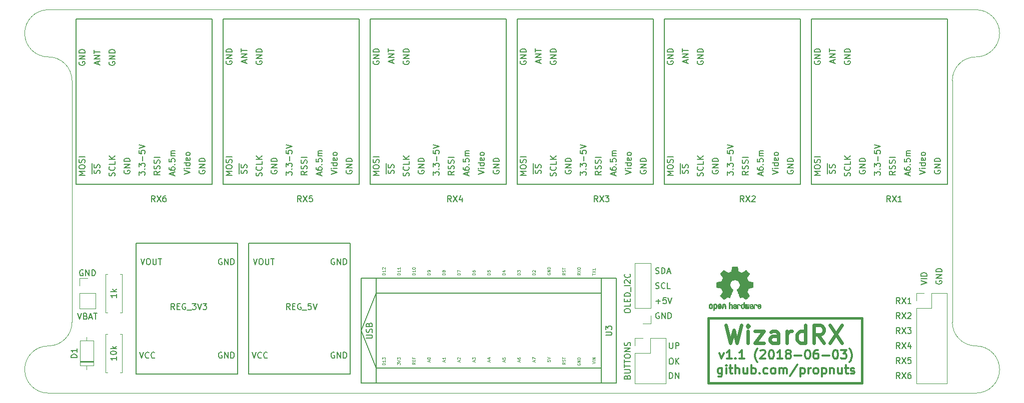
<source format=gbr>
G04 #@! TF.GenerationSoftware,KiCad,Pcbnew,(5.0.0-rc2-63-gd4393b281)*
G04 #@! TF.CreationDate,2018-06-03T20:37:33+01:00*
G04 #@! TF.ProjectId,wizardview-v1,77697A617264766965772D76312E6B69,rev?*
G04 #@! TF.SameCoordinates,Original*
G04 #@! TF.FileFunction,Legend,Top*
G04 #@! TF.FilePolarity,Positive*
%FSLAX46Y46*%
G04 Gerber Fmt 4.6, Leading zero omitted, Abs format (unit mm)*
G04 Created by KiCad (PCBNEW (5.0.0-rc2-63-gd4393b281)) date 06/03/18 20:37:33*
%MOMM*%
%LPD*%
G01*
G04 APERTURE LIST*
%ADD10C,0.150000*%
%ADD11C,0.400000*%
%ADD12C,0.300000*%
%ADD13C,0.600000*%
%ADD14C,0.100000*%
%ADD15C,0.120000*%
%ADD16C,0.010000*%
G04 APERTURE END LIST*
D10*
X46863095Y-81161000D02*
X46767857Y-81113380D01*
X46625000Y-81113380D01*
X46482142Y-81161000D01*
X46386904Y-81256238D01*
X46339285Y-81351476D01*
X46291666Y-81541952D01*
X46291666Y-81684809D01*
X46339285Y-81875285D01*
X46386904Y-81970523D01*
X46482142Y-82065761D01*
X46625000Y-82113380D01*
X46720238Y-82113380D01*
X46863095Y-82065761D01*
X46910714Y-82018142D01*
X46910714Y-81684809D01*
X46720238Y-81684809D01*
X47339285Y-82113380D02*
X47339285Y-81113380D01*
X47910714Y-82113380D01*
X47910714Y-81113380D01*
X48386904Y-82113380D02*
X48386904Y-81113380D01*
X48625000Y-81113380D01*
X48767857Y-81161000D01*
X48863095Y-81256238D01*
X48910714Y-81351476D01*
X48958333Y-81541952D01*
X48958333Y-81684809D01*
X48910714Y-81875285D01*
X48863095Y-81970523D01*
X48767857Y-82065761D01*
X48625000Y-82113380D01*
X48386904Y-82113380D01*
X45982142Y-88479380D02*
X46315476Y-89479380D01*
X46648809Y-88479380D01*
X47315476Y-88955571D02*
X47458333Y-89003190D01*
X47505952Y-89050809D01*
X47553571Y-89146047D01*
X47553571Y-89288904D01*
X47505952Y-89384142D01*
X47458333Y-89431761D01*
X47363095Y-89479380D01*
X46982142Y-89479380D01*
X46982142Y-88479380D01*
X47315476Y-88479380D01*
X47410714Y-88527000D01*
X47458333Y-88574619D01*
X47505952Y-88669857D01*
X47505952Y-88765095D01*
X47458333Y-88860333D01*
X47410714Y-88907952D01*
X47315476Y-88955571D01*
X46982142Y-88955571D01*
X47934523Y-89193666D02*
X48410714Y-89193666D01*
X47839285Y-89479380D02*
X48172619Y-88479380D01*
X48505952Y-89479380D01*
X48696428Y-88479380D02*
X49267857Y-88479380D01*
X48982142Y-89479380D02*
X48982142Y-88479380D01*
D11*
X178683000Y-89254000D02*
X152683000Y-89254000D01*
X178683000Y-100254000D02*
X178683000Y-89254000D01*
X152683000Y-100254000D02*
X178683000Y-100254000D01*
X152683000Y-89254000D02*
X152683000Y-100254000D01*
D10*
X144369404Y-88400000D02*
X144274166Y-88352380D01*
X144131309Y-88352380D01*
X143988452Y-88400000D01*
X143893214Y-88495238D01*
X143845595Y-88590476D01*
X143797976Y-88780952D01*
X143797976Y-88923809D01*
X143845595Y-89114285D01*
X143893214Y-89209523D01*
X143988452Y-89304761D01*
X144131309Y-89352380D01*
X144226547Y-89352380D01*
X144369404Y-89304761D01*
X144417023Y-89257142D01*
X144417023Y-88923809D01*
X144226547Y-88923809D01*
X144845595Y-89352380D02*
X144845595Y-88352380D01*
X145417023Y-89352380D01*
X145417023Y-88352380D01*
X145893214Y-89352380D02*
X145893214Y-88352380D01*
X146131309Y-88352380D01*
X146274166Y-88400000D01*
X146369404Y-88495238D01*
X146417023Y-88590476D01*
X146464642Y-88780952D01*
X146464642Y-88923809D01*
X146417023Y-89114285D01*
X146369404Y-89209523D01*
X146274166Y-89304761D01*
X146131309Y-89352380D01*
X145893214Y-89352380D01*
X143845595Y-86431428D02*
X144607500Y-86431428D01*
X144226547Y-86812380D02*
X144226547Y-86050476D01*
X145559880Y-85812380D02*
X145083690Y-85812380D01*
X145036071Y-86288571D01*
X145083690Y-86240952D01*
X145178928Y-86193333D01*
X145417023Y-86193333D01*
X145512261Y-86240952D01*
X145559880Y-86288571D01*
X145607500Y-86383809D01*
X145607500Y-86621904D01*
X145559880Y-86717142D01*
X145512261Y-86764761D01*
X145417023Y-86812380D01*
X145178928Y-86812380D01*
X145083690Y-86764761D01*
X145036071Y-86717142D01*
X145893214Y-85812380D02*
X146226547Y-86812380D01*
X146559880Y-85812380D01*
X143797976Y-84224761D02*
X143940833Y-84272380D01*
X144178928Y-84272380D01*
X144274166Y-84224761D01*
X144321785Y-84177142D01*
X144369404Y-84081904D01*
X144369404Y-83986666D01*
X144321785Y-83891428D01*
X144274166Y-83843809D01*
X144178928Y-83796190D01*
X143988452Y-83748571D01*
X143893214Y-83700952D01*
X143845595Y-83653333D01*
X143797976Y-83558095D01*
X143797976Y-83462857D01*
X143845595Y-83367619D01*
X143893214Y-83320000D01*
X143988452Y-83272380D01*
X144226547Y-83272380D01*
X144369404Y-83320000D01*
X145369404Y-84177142D02*
X145321785Y-84224761D01*
X145178928Y-84272380D01*
X145083690Y-84272380D01*
X144940833Y-84224761D01*
X144845595Y-84129523D01*
X144797976Y-84034285D01*
X144750357Y-83843809D01*
X144750357Y-83700952D01*
X144797976Y-83510476D01*
X144845595Y-83415238D01*
X144940833Y-83320000D01*
X145083690Y-83272380D01*
X145178928Y-83272380D01*
X145321785Y-83320000D01*
X145369404Y-83367619D01*
X146274166Y-84272380D02*
X145797976Y-84272380D01*
X145797976Y-83272380D01*
X146131595Y-93432380D02*
X146131595Y-94241904D01*
X146179214Y-94337142D01*
X146226833Y-94384761D01*
X146322071Y-94432380D01*
X146512547Y-94432380D01*
X146607785Y-94384761D01*
X146655404Y-94337142D01*
X146703023Y-94241904D01*
X146703023Y-93432380D01*
X147179214Y-94432380D02*
X147179214Y-93432380D01*
X147560166Y-93432380D01*
X147655404Y-93480000D01*
X147703023Y-93527619D01*
X147750642Y-93622857D01*
X147750642Y-93765714D01*
X147703023Y-93860952D01*
X147655404Y-93908571D01*
X147560166Y-93956190D01*
X147179214Y-93956190D01*
X143797976Y-81684761D02*
X143940833Y-81732380D01*
X144178928Y-81732380D01*
X144274166Y-81684761D01*
X144321785Y-81637142D01*
X144369404Y-81541904D01*
X144369404Y-81446666D01*
X144321785Y-81351428D01*
X144274166Y-81303809D01*
X144178928Y-81256190D01*
X143988452Y-81208571D01*
X143893214Y-81160952D01*
X143845595Y-81113333D01*
X143797976Y-81018095D01*
X143797976Y-80922857D01*
X143845595Y-80827619D01*
X143893214Y-80780000D01*
X143988452Y-80732380D01*
X144226547Y-80732380D01*
X144369404Y-80780000D01*
X144797976Y-81732380D02*
X144797976Y-80732380D01*
X145036071Y-80732380D01*
X145178928Y-80780000D01*
X145274166Y-80875238D01*
X145321785Y-80970476D01*
X145369404Y-81160952D01*
X145369404Y-81303809D01*
X145321785Y-81494285D01*
X145274166Y-81589523D01*
X145178928Y-81684761D01*
X145036071Y-81732380D01*
X144797976Y-81732380D01*
X145750357Y-81446666D02*
X146226547Y-81446666D01*
X145655119Y-81732380D02*
X145988452Y-80732380D01*
X146321785Y-81732380D01*
D12*
X155020857Y-97722571D02*
X155020857Y-98936857D01*
X154949428Y-99079714D01*
X154878000Y-99151142D01*
X154735142Y-99222571D01*
X154520857Y-99222571D01*
X154378000Y-99151142D01*
X155020857Y-98651142D02*
X154878000Y-98722571D01*
X154592285Y-98722571D01*
X154449428Y-98651142D01*
X154378000Y-98579714D01*
X154306571Y-98436857D01*
X154306571Y-98008285D01*
X154378000Y-97865428D01*
X154449428Y-97794000D01*
X154592285Y-97722571D01*
X154878000Y-97722571D01*
X155020857Y-97794000D01*
X155735142Y-98722571D02*
X155735142Y-97722571D01*
X155735142Y-97222571D02*
X155663714Y-97294000D01*
X155735142Y-97365428D01*
X155806571Y-97294000D01*
X155735142Y-97222571D01*
X155735142Y-97365428D01*
X156235142Y-97722571D02*
X156806571Y-97722571D01*
X156449428Y-97222571D02*
X156449428Y-98508285D01*
X156520857Y-98651142D01*
X156663714Y-98722571D01*
X156806571Y-98722571D01*
X157306571Y-98722571D02*
X157306571Y-97222571D01*
X157949428Y-98722571D02*
X157949428Y-97936857D01*
X157878000Y-97794000D01*
X157735142Y-97722571D01*
X157520857Y-97722571D01*
X157378000Y-97794000D01*
X157306571Y-97865428D01*
X159306571Y-97722571D02*
X159306571Y-98722571D01*
X158663714Y-97722571D02*
X158663714Y-98508285D01*
X158735142Y-98651142D01*
X158878000Y-98722571D01*
X159092285Y-98722571D01*
X159235142Y-98651142D01*
X159306571Y-98579714D01*
X160020857Y-98722571D02*
X160020857Y-97222571D01*
X160020857Y-97794000D02*
X160163714Y-97722571D01*
X160449428Y-97722571D01*
X160592285Y-97794000D01*
X160663714Y-97865428D01*
X160735142Y-98008285D01*
X160735142Y-98436857D01*
X160663714Y-98579714D01*
X160592285Y-98651142D01*
X160449428Y-98722571D01*
X160163714Y-98722571D01*
X160020857Y-98651142D01*
X161378000Y-98579714D02*
X161449428Y-98651142D01*
X161378000Y-98722571D01*
X161306571Y-98651142D01*
X161378000Y-98579714D01*
X161378000Y-98722571D01*
X162735142Y-98651142D02*
X162592285Y-98722571D01*
X162306571Y-98722571D01*
X162163714Y-98651142D01*
X162092285Y-98579714D01*
X162020857Y-98436857D01*
X162020857Y-98008285D01*
X162092285Y-97865428D01*
X162163714Y-97794000D01*
X162306571Y-97722571D01*
X162592285Y-97722571D01*
X162735142Y-97794000D01*
X163592285Y-98722571D02*
X163449428Y-98651142D01*
X163378000Y-98579714D01*
X163306571Y-98436857D01*
X163306571Y-98008285D01*
X163378000Y-97865428D01*
X163449428Y-97794000D01*
X163592285Y-97722571D01*
X163806571Y-97722571D01*
X163949428Y-97794000D01*
X164020857Y-97865428D01*
X164092285Y-98008285D01*
X164092285Y-98436857D01*
X164020857Y-98579714D01*
X163949428Y-98651142D01*
X163806571Y-98722571D01*
X163592285Y-98722571D01*
X164735142Y-98722571D02*
X164735142Y-97722571D01*
X164735142Y-97865428D02*
X164806571Y-97794000D01*
X164949428Y-97722571D01*
X165163714Y-97722571D01*
X165306571Y-97794000D01*
X165378000Y-97936857D01*
X165378000Y-98722571D01*
X165378000Y-97936857D02*
X165449428Y-97794000D01*
X165592285Y-97722571D01*
X165806571Y-97722571D01*
X165949428Y-97794000D01*
X166020857Y-97936857D01*
X166020857Y-98722571D01*
X167806571Y-97151142D02*
X166520857Y-99079714D01*
X168306571Y-97722571D02*
X168306571Y-99222571D01*
X168306571Y-97794000D02*
X168449428Y-97722571D01*
X168735142Y-97722571D01*
X168878000Y-97794000D01*
X168949428Y-97865428D01*
X169020857Y-98008285D01*
X169020857Y-98436857D01*
X168949428Y-98579714D01*
X168878000Y-98651142D01*
X168735142Y-98722571D01*
X168449428Y-98722571D01*
X168306571Y-98651142D01*
X169663714Y-98722571D02*
X169663714Y-97722571D01*
X169663714Y-98008285D02*
X169735142Y-97865428D01*
X169806571Y-97794000D01*
X169949428Y-97722571D01*
X170092285Y-97722571D01*
X170806571Y-98722571D02*
X170663714Y-98651142D01*
X170592285Y-98579714D01*
X170520857Y-98436857D01*
X170520857Y-98008285D01*
X170592285Y-97865428D01*
X170663714Y-97794000D01*
X170806571Y-97722571D01*
X171020857Y-97722571D01*
X171163714Y-97794000D01*
X171235142Y-97865428D01*
X171306571Y-98008285D01*
X171306571Y-98436857D01*
X171235142Y-98579714D01*
X171163714Y-98651142D01*
X171020857Y-98722571D01*
X170806571Y-98722571D01*
X171949428Y-97722571D02*
X171949428Y-99222571D01*
X171949428Y-97794000D02*
X172092285Y-97722571D01*
X172378000Y-97722571D01*
X172520857Y-97794000D01*
X172592285Y-97865428D01*
X172663714Y-98008285D01*
X172663714Y-98436857D01*
X172592285Y-98579714D01*
X172520857Y-98651142D01*
X172378000Y-98722571D01*
X172092285Y-98722571D01*
X171949428Y-98651142D01*
X173306571Y-97722571D02*
X173306571Y-98722571D01*
X173306571Y-97865428D02*
X173378000Y-97794000D01*
X173520857Y-97722571D01*
X173735142Y-97722571D01*
X173878000Y-97794000D01*
X173949428Y-97936857D01*
X173949428Y-98722571D01*
X175306571Y-97722571D02*
X175306571Y-98722571D01*
X174663714Y-97722571D02*
X174663714Y-98508285D01*
X174735142Y-98651142D01*
X174878000Y-98722571D01*
X175092285Y-98722571D01*
X175235142Y-98651142D01*
X175306571Y-98579714D01*
X175806571Y-97722571D02*
X176378000Y-97722571D01*
X176020857Y-97222571D02*
X176020857Y-98508285D01*
X176092285Y-98651142D01*
X176235142Y-98722571D01*
X176378000Y-98722571D01*
X176806571Y-98651142D02*
X176949428Y-98722571D01*
X177235142Y-98722571D01*
X177378000Y-98651142D01*
X177449428Y-98508285D01*
X177449428Y-98436857D01*
X177378000Y-98294000D01*
X177235142Y-98222571D01*
X177020857Y-98222571D01*
X176878000Y-98151142D01*
X176806571Y-98008285D01*
X176806571Y-97936857D01*
X176878000Y-97794000D01*
X177020857Y-97722571D01*
X177235142Y-97722571D01*
X177378000Y-97794000D01*
X154592285Y-95182571D02*
X154949428Y-96182571D01*
X155306571Y-95182571D01*
X156663714Y-96182571D02*
X155806571Y-96182571D01*
X156235142Y-96182571D02*
X156235142Y-94682571D01*
X156092285Y-94896857D01*
X155949428Y-95039714D01*
X155806571Y-95111142D01*
X157306571Y-96039714D02*
X157378000Y-96111142D01*
X157306571Y-96182571D01*
X157235142Y-96111142D01*
X157306571Y-96039714D01*
X157306571Y-96182571D01*
X158806571Y-96182571D02*
X157949428Y-96182571D01*
X158378000Y-96182571D02*
X158378000Y-94682571D01*
X158235142Y-94896857D01*
X158092285Y-95039714D01*
X157949428Y-95111142D01*
X161020857Y-96754000D02*
X160949428Y-96682571D01*
X160806571Y-96468285D01*
X160735142Y-96325428D01*
X160663714Y-96111142D01*
X160592285Y-95754000D01*
X160592285Y-95468285D01*
X160663714Y-95111142D01*
X160735142Y-94896857D01*
X160806571Y-94754000D01*
X160949428Y-94539714D01*
X161020857Y-94468285D01*
X161520857Y-94825428D02*
X161592285Y-94754000D01*
X161735142Y-94682571D01*
X162092285Y-94682571D01*
X162235142Y-94754000D01*
X162306571Y-94825428D01*
X162378000Y-94968285D01*
X162378000Y-95111142D01*
X162306571Y-95325428D01*
X161449428Y-96182571D01*
X162378000Y-96182571D01*
X163306571Y-94682571D02*
X163449428Y-94682571D01*
X163592285Y-94754000D01*
X163663714Y-94825428D01*
X163735142Y-94968285D01*
X163806571Y-95254000D01*
X163806571Y-95611142D01*
X163735142Y-95896857D01*
X163663714Y-96039714D01*
X163592285Y-96111142D01*
X163449428Y-96182571D01*
X163306571Y-96182571D01*
X163163714Y-96111142D01*
X163092285Y-96039714D01*
X163020857Y-95896857D01*
X162949428Y-95611142D01*
X162949428Y-95254000D01*
X163020857Y-94968285D01*
X163092285Y-94825428D01*
X163163714Y-94754000D01*
X163306571Y-94682571D01*
X165235142Y-96182571D02*
X164378000Y-96182571D01*
X164806571Y-96182571D02*
X164806571Y-94682571D01*
X164663714Y-94896857D01*
X164520857Y-95039714D01*
X164378000Y-95111142D01*
X166092285Y-95325428D02*
X165949428Y-95254000D01*
X165878000Y-95182571D01*
X165806571Y-95039714D01*
X165806571Y-94968285D01*
X165878000Y-94825428D01*
X165949428Y-94754000D01*
X166092285Y-94682571D01*
X166378000Y-94682571D01*
X166520857Y-94754000D01*
X166592285Y-94825428D01*
X166663714Y-94968285D01*
X166663714Y-95039714D01*
X166592285Y-95182571D01*
X166520857Y-95254000D01*
X166378000Y-95325428D01*
X166092285Y-95325428D01*
X165949428Y-95396857D01*
X165878000Y-95468285D01*
X165806571Y-95611142D01*
X165806571Y-95896857D01*
X165878000Y-96039714D01*
X165949428Y-96111142D01*
X166092285Y-96182571D01*
X166378000Y-96182571D01*
X166520857Y-96111142D01*
X166592285Y-96039714D01*
X166663714Y-95896857D01*
X166663714Y-95611142D01*
X166592285Y-95468285D01*
X166520857Y-95396857D01*
X166378000Y-95325428D01*
X167306571Y-95611142D02*
X168449428Y-95611142D01*
X169449428Y-94682571D02*
X169592285Y-94682571D01*
X169735142Y-94754000D01*
X169806571Y-94825428D01*
X169878000Y-94968285D01*
X169949428Y-95254000D01*
X169949428Y-95611142D01*
X169878000Y-95896857D01*
X169806571Y-96039714D01*
X169735142Y-96111142D01*
X169592285Y-96182571D01*
X169449428Y-96182571D01*
X169306571Y-96111142D01*
X169235142Y-96039714D01*
X169163714Y-95896857D01*
X169092285Y-95611142D01*
X169092285Y-95254000D01*
X169163714Y-94968285D01*
X169235142Y-94825428D01*
X169306571Y-94754000D01*
X169449428Y-94682571D01*
X171235142Y-94682571D02*
X170949428Y-94682571D01*
X170806571Y-94754000D01*
X170735142Y-94825428D01*
X170592285Y-95039714D01*
X170520857Y-95325428D01*
X170520857Y-95896857D01*
X170592285Y-96039714D01*
X170663714Y-96111142D01*
X170806571Y-96182571D01*
X171092285Y-96182571D01*
X171235142Y-96111142D01*
X171306571Y-96039714D01*
X171378000Y-95896857D01*
X171378000Y-95539714D01*
X171306571Y-95396857D01*
X171235142Y-95325428D01*
X171092285Y-95254000D01*
X170806571Y-95254000D01*
X170663714Y-95325428D01*
X170592285Y-95396857D01*
X170520857Y-95539714D01*
X172020857Y-95611142D02*
X173163714Y-95611142D01*
X174163714Y-94682571D02*
X174306571Y-94682571D01*
X174449428Y-94754000D01*
X174520857Y-94825428D01*
X174592285Y-94968285D01*
X174663714Y-95254000D01*
X174663714Y-95611142D01*
X174592285Y-95896857D01*
X174520857Y-96039714D01*
X174449428Y-96111142D01*
X174306571Y-96182571D01*
X174163714Y-96182571D01*
X174020857Y-96111142D01*
X173949428Y-96039714D01*
X173878000Y-95896857D01*
X173806571Y-95611142D01*
X173806571Y-95254000D01*
X173878000Y-94968285D01*
X173949428Y-94825428D01*
X174020857Y-94754000D01*
X174163714Y-94682571D01*
X175163714Y-94682571D02*
X176092285Y-94682571D01*
X175592285Y-95254000D01*
X175806571Y-95254000D01*
X175949428Y-95325428D01*
X176020857Y-95396857D01*
X176092285Y-95539714D01*
X176092285Y-95896857D01*
X176020857Y-96039714D01*
X175949428Y-96111142D01*
X175806571Y-96182571D01*
X175378000Y-96182571D01*
X175235142Y-96111142D01*
X175163714Y-96039714D01*
X176592285Y-96754000D02*
X176663714Y-96682571D01*
X176806571Y-96468285D01*
X176878000Y-96325428D01*
X176949428Y-96111142D01*
X177020857Y-95754000D01*
X177020857Y-95468285D01*
X176949428Y-95111142D01*
X176878000Y-94896857D01*
X176806571Y-94754000D01*
X176663714Y-94539714D01*
X176592285Y-94468285D01*
D13*
X155711285Y-90501142D02*
X156425571Y-93501142D01*
X156997000Y-91358285D01*
X157568428Y-93501142D01*
X158282714Y-90501142D01*
X159425571Y-93501142D02*
X159425571Y-91501142D01*
X159425571Y-90501142D02*
X159282714Y-90644000D01*
X159425571Y-90786857D01*
X159568428Y-90644000D01*
X159425571Y-90501142D01*
X159425571Y-90786857D01*
X160568428Y-91501142D02*
X162139857Y-91501142D01*
X160568428Y-93501142D01*
X162139857Y-93501142D01*
X164568428Y-93501142D02*
X164568428Y-91929714D01*
X164425571Y-91644000D01*
X164139857Y-91501142D01*
X163568428Y-91501142D01*
X163282714Y-91644000D01*
X164568428Y-93358285D02*
X164282714Y-93501142D01*
X163568428Y-93501142D01*
X163282714Y-93358285D01*
X163139857Y-93072571D01*
X163139857Y-92786857D01*
X163282714Y-92501142D01*
X163568428Y-92358285D01*
X164282714Y-92358285D01*
X164568428Y-92215428D01*
X165997000Y-93501142D02*
X165997000Y-91501142D01*
X165997000Y-92072571D02*
X166139857Y-91786857D01*
X166282714Y-91644000D01*
X166568428Y-91501142D01*
X166854142Y-91501142D01*
X169139857Y-93501142D02*
X169139857Y-90501142D01*
X169139857Y-93358285D02*
X168854142Y-93501142D01*
X168282714Y-93501142D01*
X167997000Y-93358285D01*
X167854142Y-93215428D01*
X167711285Y-92929714D01*
X167711285Y-92072571D01*
X167854142Y-91786857D01*
X167997000Y-91644000D01*
X168282714Y-91501142D01*
X168854142Y-91501142D01*
X169139857Y-91644000D01*
X172282714Y-93501142D02*
X171282714Y-92072571D01*
X170568428Y-93501142D02*
X170568428Y-90501142D01*
X171711285Y-90501142D01*
X171997000Y-90644000D01*
X172139857Y-90786857D01*
X172282714Y-91072571D01*
X172282714Y-91501142D01*
X172139857Y-91786857D01*
X171997000Y-91929714D01*
X171711285Y-92072571D01*
X170568428Y-92072571D01*
X173282714Y-90501142D02*
X175282714Y-93501142D01*
X175282714Y-90501142D02*
X173282714Y-93501142D01*
D14*
X41000000Y-37000000D02*
X198000000Y-37000000D01*
X198000000Y-102000000D02*
X41000000Y-102000000D01*
X194000000Y-90000000D02*
X194000000Y-49000000D01*
X198000000Y-94000000D02*
G75*
G02X194000000Y-90000000I0J4000000D01*
G01*
X202000000Y-98000000D02*
G75*
G02X198000000Y-102000000I-4000000J0D01*
G01*
X198000000Y-94000000D02*
G75*
G02X202000000Y-98000000I0J-4000000D01*
G01*
X194000000Y-49000000D02*
G75*
G02X198000000Y-45000000I4000000J0D01*
G01*
X202000000Y-41000000D02*
G75*
G02X198000000Y-45000000I-4000000J0D01*
G01*
X198000000Y-37000000D02*
G75*
G02X202000000Y-41000000I0J-4000000D01*
G01*
X45000000Y-49000000D02*
X45000000Y-90000000D01*
X41000000Y-45000000D02*
G75*
G02X45000000Y-49000000I0J-4000000D01*
G01*
X37000000Y-41000000D02*
G75*
G02X41000000Y-37000000I4000000J0D01*
G01*
X41000000Y-45000000D02*
G75*
G02X37000000Y-41000000I0J4000000D01*
G01*
X45000000Y-90000000D02*
G75*
G02X41000000Y-94000000I-4000000J0D01*
G01*
X37000000Y-98000000D02*
G75*
G02X41000000Y-94000000I4000000J0D01*
G01*
X41000000Y-102000000D02*
G75*
G02X37000000Y-98000000I0J4000000D01*
G01*
D10*
X146131595Y-99512380D02*
X146131595Y-98512380D01*
X146369690Y-98512380D01*
X146512547Y-98560000D01*
X146607785Y-98655238D01*
X146655404Y-98750476D01*
X146703023Y-98940952D01*
X146703023Y-99083809D01*
X146655404Y-99274285D01*
X146607785Y-99369523D01*
X146512547Y-99464761D01*
X146369690Y-99512380D01*
X146131595Y-99512380D01*
X147131595Y-99512380D02*
X147131595Y-98512380D01*
X147703023Y-99512380D01*
X147703023Y-98512380D01*
X146322071Y-96099380D02*
X146512547Y-96099380D01*
X146607785Y-96147000D01*
X146703023Y-96242238D01*
X146750642Y-96432714D01*
X146750642Y-96766047D01*
X146703023Y-96956523D01*
X146607785Y-97051761D01*
X146512547Y-97099380D01*
X146322071Y-97099380D01*
X146226833Y-97051761D01*
X146131595Y-96956523D01*
X146083976Y-96766047D01*
X146083976Y-96432714D01*
X146131595Y-96242238D01*
X146226833Y-96147000D01*
X146322071Y-96099380D01*
X147179214Y-97099380D02*
X147179214Y-96099380D01*
X147750642Y-97099380D02*
X147322071Y-96527952D01*
X147750642Y-96099380D02*
X147179214Y-96670809D01*
X185132261Y-99512380D02*
X184798928Y-99036190D01*
X184560833Y-99512380D02*
X184560833Y-98512380D01*
X184941785Y-98512380D01*
X185037023Y-98560000D01*
X185084642Y-98607619D01*
X185132261Y-98702857D01*
X185132261Y-98845714D01*
X185084642Y-98940952D01*
X185037023Y-98988571D01*
X184941785Y-99036190D01*
X184560833Y-99036190D01*
X185465595Y-98512380D02*
X186132261Y-99512380D01*
X186132261Y-98512380D02*
X185465595Y-99512380D01*
X186941785Y-98512380D02*
X186751309Y-98512380D01*
X186656071Y-98560000D01*
X186608452Y-98607619D01*
X186513214Y-98750476D01*
X186465595Y-98940952D01*
X186465595Y-99321904D01*
X186513214Y-99417142D01*
X186560833Y-99464761D01*
X186656071Y-99512380D01*
X186846547Y-99512380D01*
X186941785Y-99464761D01*
X186989404Y-99417142D01*
X187037023Y-99321904D01*
X187037023Y-99083809D01*
X186989404Y-98988571D01*
X186941785Y-98940952D01*
X186846547Y-98893333D01*
X186656071Y-98893333D01*
X186560833Y-98940952D01*
X186513214Y-98988571D01*
X186465595Y-99083809D01*
X185132261Y-96972380D02*
X184798928Y-96496190D01*
X184560833Y-96972380D02*
X184560833Y-95972380D01*
X184941785Y-95972380D01*
X185037023Y-96020000D01*
X185084642Y-96067619D01*
X185132261Y-96162857D01*
X185132261Y-96305714D01*
X185084642Y-96400952D01*
X185037023Y-96448571D01*
X184941785Y-96496190D01*
X184560833Y-96496190D01*
X185465595Y-95972380D02*
X186132261Y-96972380D01*
X186132261Y-95972380D02*
X185465595Y-96972380D01*
X186989404Y-95972380D02*
X186513214Y-95972380D01*
X186465595Y-96448571D01*
X186513214Y-96400952D01*
X186608452Y-96353333D01*
X186846547Y-96353333D01*
X186941785Y-96400952D01*
X186989404Y-96448571D01*
X187037023Y-96543809D01*
X187037023Y-96781904D01*
X186989404Y-96877142D01*
X186941785Y-96924761D01*
X186846547Y-96972380D01*
X186608452Y-96972380D01*
X186513214Y-96924761D01*
X186465595Y-96877142D01*
X185132261Y-94432380D02*
X184798928Y-93956190D01*
X184560833Y-94432380D02*
X184560833Y-93432380D01*
X184941785Y-93432380D01*
X185037023Y-93480000D01*
X185084642Y-93527619D01*
X185132261Y-93622857D01*
X185132261Y-93765714D01*
X185084642Y-93860952D01*
X185037023Y-93908571D01*
X184941785Y-93956190D01*
X184560833Y-93956190D01*
X185465595Y-93432380D02*
X186132261Y-94432380D01*
X186132261Y-93432380D02*
X185465595Y-94432380D01*
X186941785Y-93765714D02*
X186941785Y-94432380D01*
X186703690Y-93384761D02*
X186465595Y-94099047D01*
X187084642Y-94099047D01*
X185132261Y-91892380D02*
X184798928Y-91416190D01*
X184560833Y-91892380D02*
X184560833Y-90892380D01*
X184941785Y-90892380D01*
X185037023Y-90940000D01*
X185084642Y-90987619D01*
X185132261Y-91082857D01*
X185132261Y-91225714D01*
X185084642Y-91320952D01*
X185037023Y-91368571D01*
X184941785Y-91416190D01*
X184560833Y-91416190D01*
X185465595Y-90892380D02*
X186132261Y-91892380D01*
X186132261Y-90892380D02*
X185465595Y-91892380D01*
X186417976Y-90892380D02*
X187037023Y-90892380D01*
X186703690Y-91273333D01*
X186846547Y-91273333D01*
X186941785Y-91320952D01*
X186989404Y-91368571D01*
X187037023Y-91463809D01*
X187037023Y-91701904D01*
X186989404Y-91797142D01*
X186941785Y-91844761D01*
X186846547Y-91892380D01*
X186560833Y-91892380D01*
X186465595Y-91844761D01*
X186417976Y-91797142D01*
X185132261Y-89352380D02*
X184798928Y-88876190D01*
X184560833Y-89352380D02*
X184560833Y-88352380D01*
X184941785Y-88352380D01*
X185037023Y-88400000D01*
X185084642Y-88447619D01*
X185132261Y-88542857D01*
X185132261Y-88685714D01*
X185084642Y-88780952D01*
X185037023Y-88828571D01*
X184941785Y-88876190D01*
X184560833Y-88876190D01*
X185465595Y-88352380D02*
X186132261Y-89352380D01*
X186132261Y-88352380D02*
X185465595Y-89352380D01*
X186465595Y-88447619D02*
X186513214Y-88400000D01*
X186608452Y-88352380D01*
X186846547Y-88352380D01*
X186941785Y-88400000D01*
X186989404Y-88447619D01*
X187037023Y-88542857D01*
X187037023Y-88638095D01*
X186989404Y-88780952D01*
X186417976Y-89352380D01*
X187037023Y-89352380D01*
X185132261Y-86812380D02*
X184798928Y-86336190D01*
X184560833Y-86812380D02*
X184560833Y-85812380D01*
X184941785Y-85812380D01*
X185037023Y-85860000D01*
X185084642Y-85907619D01*
X185132261Y-86002857D01*
X185132261Y-86145714D01*
X185084642Y-86240952D01*
X185037023Y-86288571D01*
X184941785Y-86336190D01*
X184560833Y-86336190D01*
X185465595Y-85812380D02*
X186132261Y-86812380D01*
X186132261Y-85812380D02*
X185465595Y-86812380D01*
X187037023Y-86812380D02*
X186465595Y-86812380D01*
X186751309Y-86812380D02*
X186751309Y-85812380D01*
X186656071Y-85955238D01*
X186560833Y-86050476D01*
X186465595Y-86098095D01*
X191270000Y-82960595D02*
X191222380Y-83055833D01*
X191222380Y-83198690D01*
X191270000Y-83341547D01*
X191365238Y-83436785D01*
X191460476Y-83484404D01*
X191650952Y-83532023D01*
X191793809Y-83532023D01*
X191984285Y-83484404D01*
X192079523Y-83436785D01*
X192174761Y-83341547D01*
X192222380Y-83198690D01*
X192222380Y-83103452D01*
X192174761Y-82960595D01*
X192127142Y-82912976D01*
X191793809Y-82912976D01*
X191793809Y-83103452D01*
X192222380Y-82484404D02*
X191222380Y-82484404D01*
X192222380Y-81912976D01*
X191222380Y-81912976D01*
X192222380Y-81436785D02*
X191222380Y-81436785D01*
X191222380Y-81198690D01*
X191270000Y-81055833D01*
X191365238Y-80960595D01*
X191460476Y-80912976D01*
X191650952Y-80865357D01*
X191793809Y-80865357D01*
X191984285Y-80912976D01*
X192079523Y-80960595D01*
X192174761Y-81055833D01*
X192222380Y-81198690D01*
X192222380Y-81436785D01*
X188682380Y-83627261D02*
X189682380Y-83293928D01*
X188682380Y-82960595D01*
X189682380Y-82627261D02*
X188682380Y-82627261D01*
X189682380Y-82151071D02*
X188682380Y-82151071D01*
X188682380Y-81912976D01*
X188730000Y-81770119D01*
X188825238Y-81674880D01*
X188920476Y-81627261D01*
X189110952Y-81579642D01*
X189253809Y-81579642D01*
X189444285Y-81627261D01*
X189539523Y-81674880D01*
X189634761Y-81770119D01*
X189682380Y-81912976D01*
X189682380Y-82151071D01*
G04 #@! TO.C,U3*
X93980000Y-82550000D02*
X96520000Y-82550000D01*
X93980000Y-100330000D02*
X93980000Y-82550000D01*
X96520000Y-100330000D02*
X93980000Y-100330000D01*
X137160000Y-100330000D02*
X134620000Y-100330000D01*
X137160000Y-82550000D02*
X137160000Y-100330000D01*
X134620000Y-82550000D02*
X137160000Y-82550000D01*
X134620000Y-97790000D02*
X134620000Y-85090000D01*
X96520000Y-97790000D02*
X134620000Y-97790000D01*
X96520000Y-85090000D02*
X96520000Y-97790000D01*
X134620000Y-85090000D02*
X96520000Y-85090000D01*
X96520000Y-100330000D02*
X96520000Y-97790000D01*
X134620000Y-100330000D02*
X96520000Y-100330000D01*
X134620000Y-97790000D02*
X134620000Y-100330000D01*
X96520000Y-82550000D02*
X134620000Y-82550000D01*
X96520000Y-85090000D02*
X96520000Y-82550000D01*
X134620000Y-82550000D02*
X134620000Y-85090000D01*
X93980000Y-91440000D02*
X96520000Y-85090000D01*
X96520000Y-85090000D02*
X96520000Y-97790000D01*
X96520000Y-97790000D02*
X93980000Y-91440000D01*
D15*
G04 #@! TO.C,R2*
X50700000Y-88360000D02*
X51030000Y-88360000D01*
X50700000Y-81820000D02*
X50700000Y-88360000D01*
X51030000Y-81820000D02*
X50700000Y-81820000D01*
X53440000Y-88360000D02*
X53110000Y-88360000D01*
X53440000Y-81820000D02*
X53440000Y-88360000D01*
X53110000Y-81820000D02*
X53440000Y-81820000D01*
G04 #@! TO.C,J1*
X46295000Y-82490000D02*
X47625000Y-82490000D01*
X46295000Y-83820000D02*
X46295000Y-82490000D01*
X46295000Y-85090000D02*
X48955000Y-85090000D01*
X48955000Y-85090000D02*
X48955000Y-87690000D01*
X46295000Y-85090000D02*
X46295000Y-87690000D01*
X46295000Y-87690000D02*
X48955000Y-87690000D01*
G04 #@! TO.C,R1*
X50700000Y-98520000D02*
X51030000Y-98520000D01*
X50700000Y-91980000D02*
X50700000Y-98520000D01*
X51030000Y-91980000D02*
X50700000Y-91980000D01*
X53440000Y-98520000D02*
X53110000Y-98520000D01*
X53440000Y-91980000D02*
X53440000Y-98520000D01*
X53110000Y-91980000D02*
X53440000Y-91980000D01*
G04 #@! TO.C,D1*
X46388686Y-96770000D02*
X48628686Y-96770000D01*
X46388686Y-96530000D02*
X48628686Y-96530000D01*
X46388686Y-96650000D02*
X48628686Y-96650000D01*
X47508686Y-92480000D02*
X47508686Y-93130000D01*
X47508686Y-98020000D02*
X47508686Y-97370000D01*
X46388686Y-93130000D02*
X46388686Y-97370000D01*
X48628686Y-93130000D02*
X46388686Y-93130000D01*
X48628686Y-97370000D02*
X48628686Y-93130000D01*
X46388686Y-97370000D02*
X48628686Y-97370000D01*
G04 #@! TO.C,OLED1*
X142935000Y-90230000D02*
X141605000Y-90230000D01*
X142935000Y-88900000D02*
X142935000Y-90230000D01*
X142935000Y-87630000D02*
X140275000Y-87630000D01*
X140275000Y-87630000D02*
X140275000Y-79950000D01*
X142935000Y-87630000D02*
X142935000Y-79950000D01*
X142935000Y-79950000D02*
X140275000Y-79950000D01*
G04 #@! TO.C,J2*
X187900000Y-85030000D02*
X189230000Y-85030000D01*
X187900000Y-86360000D02*
X187900000Y-85030000D01*
X190500000Y-85030000D02*
X193100000Y-85030000D01*
X190500000Y-87630000D02*
X190500000Y-85030000D01*
X187900000Y-87630000D02*
X190500000Y-87630000D01*
X193100000Y-85030000D02*
X193100000Y-100390000D01*
X187900000Y-87630000D02*
X187900000Y-100390000D01*
X187900000Y-100390000D02*
X193100000Y-100390000D01*
D10*
G04 #@! TO.C,U2*
X55880000Y-98795314D02*
X55880000Y-76570314D01*
X73025000Y-98795314D02*
X55880000Y-98795314D01*
X73025000Y-76570314D02*
X73025000Y-98795314D01*
X55880000Y-76570314D02*
X73025000Y-76570314D01*
G04 #@! TO.C,RX1*
X170180000Y-38608000D02*
X170180000Y-66608000D01*
X193180000Y-38608000D02*
X170180000Y-38608000D01*
X193180000Y-66608000D02*
X193180000Y-38608000D01*
X170180000Y-66608000D02*
X193180000Y-66608000D01*
G04 #@! TO.C,RX2*
X145288000Y-66608000D02*
X168288000Y-66608000D01*
X168288000Y-66608000D02*
X168288000Y-38608000D01*
X168288000Y-38608000D02*
X145288000Y-38608000D01*
X145288000Y-38608000D02*
X145288000Y-66608000D01*
G04 #@! TO.C,RX3*
X120396000Y-38608000D02*
X120396000Y-66608000D01*
X143396000Y-38608000D02*
X120396000Y-38608000D01*
X143396000Y-66608000D02*
X143396000Y-38608000D01*
X120396000Y-66608000D02*
X143396000Y-66608000D01*
G04 #@! TO.C,RX4*
X95504000Y-66608000D02*
X118504000Y-66608000D01*
X118504000Y-66608000D02*
X118504000Y-38608000D01*
X118504000Y-38608000D02*
X95504000Y-38608000D01*
X95504000Y-38608000D02*
X95504000Y-66608000D01*
G04 #@! TO.C,RX5*
X70612000Y-38608000D02*
X70612000Y-66608000D01*
X93612000Y-38608000D02*
X70612000Y-38608000D01*
X93612000Y-66608000D02*
X93612000Y-38608000D01*
X70612000Y-66608000D02*
X93612000Y-66608000D01*
G04 #@! TO.C,RX6*
X45720000Y-66608000D02*
X68720000Y-66608000D01*
X68720000Y-66608000D02*
X68720000Y-38608000D01*
X68720000Y-38608000D02*
X45720000Y-38608000D01*
X45720000Y-38608000D02*
X45720000Y-66608000D01*
G04 #@! TO.C,U1*
X74930000Y-76570314D02*
X92075000Y-76570314D01*
X92075000Y-76570314D02*
X92075000Y-98795314D01*
X92075000Y-98795314D02*
X74930000Y-98795314D01*
X74930000Y-98795314D02*
X74930000Y-76570314D01*
D15*
G04 #@! TO.C,J3*
X140275000Y-100390000D02*
X145475000Y-100390000D01*
X140275000Y-95250000D02*
X140275000Y-100390000D01*
X145475000Y-92650000D02*
X145475000Y-100390000D01*
X140275000Y-95250000D02*
X142875000Y-95250000D01*
X142875000Y-95250000D02*
X142875000Y-92650000D01*
X142875000Y-92650000D02*
X145475000Y-92650000D01*
X140275000Y-93980000D02*
X140275000Y-92650000D01*
X140275000Y-92650000D02*
X141605000Y-92650000D01*
D16*
G04 #@! TO.C,REF\002A\002A*
G36*
X157322878Y-80541776D02*
X157428612Y-80542355D01*
X157505132Y-80543922D01*
X157557372Y-80546972D01*
X157590263Y-80551996D01*
X157608737Y-80559489D01*
X157617727Y-80569944D01*
X157622163Y-80583853D01*
X157622594Y-80585654D01*
X157629333Y-80618145D01*
X157641808Y-80682252D01*
X157658719Y-80771151D01*
X157678771Y-80878019D01*
X157700664Y-80996033D01*
X157701429Y-81000178D01*
X157723359Y-81115831D01*
X157743877Y-81218014D01*
X157761659Y-81300598D01*
X157775381Y-81357456D01*
X157783718Y-81382458D01*
X157784116Y-81382901D01*
X157808677Y-81395110D01*
X157859315Y-81415456D01*
X157925095Y-81439545D01*
X157925461Y-81439674D01*
X158008317Y-81470818D01*
X158106000Y-81510491D01*
X158198077Y-81550381D01*
X158202434Y-81552353D01*
X158352407Y-81620420D01*
X158684498Y-81393639D01*
X158786374Y-81324504D01*
X158878657Y-81262697D01*
X158956003Y-81211733D01*
X159013064Y-81175127D01*
X159044495Y-81156394D01*
X159047479Y-81155004D01*
X159070321Y-81161190D01*
X159112982Y-81191035D01*
X159177128Y-81245947D01*
X159264421Y-81327334D01*
X159353535Y-81413922D01*
X159439441Y-81499247D01*
X159516327Y-81577108D01*
X159579564Y-81642697D01*
X159624523Y-81691205D01*
X159646576Y-81717825D01*
X159647396Y-81719195D01*
X159649834Y-81737463D01*
X159640650Y-81767295D01*
X159617574Y-81812721D01*
X159578337Y-81877770D01*
X159520670Y-81966470D01*
X159443795Y-82080657D01*
X159375570Y-82181162D01*
X159314582Y-82271303D01*
X159264356Y-82345849D01*
X159228416Y-82399565D01*
X159210287Y-82427218D01*
X159209146Y-82429095D01*
X159211359Y-82455590D01*
X159228138Y-82507086D01*
X159256142Y-82573851D01*
X159266122Y-82595172D01*
X159309672Y-82690159D01*
X159356134Y-82797937D01*
X159393877Y-82891192D01*
X159421073Y-82960406D01*
X159442675Y-83013006D01*
X159455158Y-83040497D01*
X159456709Y-83042616D01*
X159479668Y-83046124D01*
X159533786Y-83055738D01*
X159611868Y-83070089D01*
X159706719Y-83087807D01*
X159811143Y-83107525D01*
X159917944Y-83127874D01*
X160019926Y-83147486D01*
X160109894Y-83164991D01*
X160180653Y-83179022D01*
X160225006Y-83188209D01*
X160235885Y-83190807D01*
X160247122Y-83197218D01*
X160255605Y-83211697D01*
X160261714Y-83239133D01*
X160265832Y-83284411D01*
X160268341Y-83352420D01*
X160269621Y-83448047D01*
X160270054Y-83576180D01*
X160270077Y-83628701D01*
X160270077Y-84055845D01*
X160167500Y-84076091D01*
X160110431Y-84087070D01*
X160025269Y-84103095D01*
X159922372Y-84122233D01*
X159812096Y-84142551D01*
X159781615Y-84148132D01*
X159679855Y-84167917D01*
X159591205Y-84187373D01*
X159523108Y-84204697D01*
X159483004Y-84218088D01*
X159476323Y-84222079D01*
X159459919Y-84250342D01*
X159436399Y-84305109D01*
X159410316Y-84375588D01*
X159405142Y-84390769D01*
X159370956Y-84484896D01*
X159328523Y-84591101D01*
X159286997Y-84686473D01*
X159286792Y-84686916D01*
X159217640Y-84836525D01*
X159672512Y-85505617D01*
X159380500Y-85798116D01*
X159292180Y-85885170D01*
X159211625Y-85961909D01*
X159143360Y-86024237D01*
X159091908Y-86068056D01*
X159061794Y-86089270D01*
X159057474Y-86090616D01*
X159032111Y-86080016D01*
X158980358Y-86050547D01*
X158907868Y-86005705D01*
X158820294Y-85948984D01*
X158725612Y-85885462D01*
X158629516Y-85820668D01*
X158543837Y-85764287D01*
X158474016Y-85719788D01*
X158425494Y-85690639D01*
X158403782Y-85680308D01*
X158377293Y-85689050D01*
X158327062Y-85712087D01*
X158263451Y-85744631D01*
X158256708Y-85748249D01*
X158171046Y-85791210D01*
X158112306Y-85812279D01*
X158075772Y-85812503D01*
X158056731Y-85792928D01*
X158056620Y-85792654D01*
X158047102Y-85769472D01*
X158024403Y-85714441D01*
X157990282Y-85631822D01*
X157946500Y-85525872D01*
X157894816Y-85400852D01*
X157836992Y-85261020D01*
X157780991Y-85125637D01*
X157719447Y-84976234D01*
X157662939Y-84837832D01*
X157613161Y-84714673D01*
X157571806Y-84611002D01*
X157540568Y-84531059D01*
X157521141Y-84479088D01*
X157515154Y-84459692D01*
X157530168Y-84437443D01*
X157569439Y-84401982D01*
X157621807Y-84362887D01*
X157770941Y-84239245D01*
X157887511Y-84097522D01*
X157970118Y-83940704D01*
X158017366Y-83771775D01*
X158027857Y-83593722D01*
X158020231Y-83511539D01*
X157978682Y-83341031D01*
X157907123Y-83190459D01*
X157809995Y-83061309D01*
X157691734Y-82955064D01*
X157556780Y-82873210D01*
X157409571Y-82817232D01*
X157254544Y-82788615D01*
X157096139Y-82788844D01*
X156938794Y-82819405D01*
X156786946Y-82881782D01*
X156645035Y-82977460D01*
X156585803Y-83031572D01*
X156472203Y-83170520D01*
X156393106Y-83322361D01*
X156347986Y-83482667D01*
X156336316Y-83647012D01*
X156357569Y-83810971D01*
X156411220Y-83970118D01*
X156496740Y-84120025D01*
X156613605Y-84256267D01*
X156744193Y-84362887D01*
X156798588Y-84403642D01*
X156837014Y-84438718D01*
X156850846Y-84459726D01*
X156843603Y-84482635D01*
X156823005Y-84537365D01*
X156790746Y-84619672D01*
X156748521Y-84725315D01*
X156698023Y-84850050D01*
X156640948Y-84989636D01*
X156584854Y-85125670D01*
X156522967Y-85275201D01*
X156465644Y-85413767D01*
X156414644Y-85537107D01*
X156371727Y-85640964D01*
X156338653Y-85721080D01*
X156317181Y-85773195D01*
X156309225Y-85792654D01*
X156290429Y-85812423D01*
X156254074Y-85812365D01*
X156195479Y-85791441D01*
X156109968Y-85748613D01*
X156109292Y-85748249D01*
X156044907Y-85715012D01*
X155992861Y-85690802D01*
X155963512Y-85680404D01*
X155962217Y-85680308D01*
X155940124Y-85690855D01*
X155891348Y-85720184D01*
X155821331Y-85764827D01*
X155735514Y-85821314D01*
X155640388Y-85885462D01*
X155543540Y-85950411D01*
X155456253Y-86006896D01*
X155384181Y-86051421D01*
X155332977Y-86080490D01*
X155308526Y-86090616D01*
X155286010Y-86077307D01*
X155240742Y-86040112D01*
X155177244Y-85983128D01*
X155100039Y-85910449D01*
X155013651Y-85826171D01*
X154985399Y-85798016D01*
X154693287Y-85505416D01*
X154915631Y-85179104D01*
X154983202Y-85078897D01*
X155042507Y-84988963D01*
X155090217Y-84914510D01*
X155123007Y-84860751D01*
X155137548Y-84832894D01*
X155137974Y-84830912D01*
X155130308Y-84804655D01*
X155109689Y-84751837D01*
X155079685Y-84681310D01*
X155058625Y-84634093D01*
X155019248Y-84543694D01*
X154982165Y-84452366D01*
X154953415Y-84375200D01*
X154945605Y-84351692D01*
X154923417Y-84288916D01*
X154901727Y-84240411D01*
X154889813Y-84222079D01*
X154863523Y-84210859D01*
X154806142Y-84194954D01*
X154725118Y-84176167D01*
X154627895Y-84156299D01*
X154584385Y-84148132D01*
X154473896Y-84127829D01*
X154367916Y-84108170D01*
X154276801Y-84091088D01*
X154210908Y-84078518D01*
X154198500Y-84076091D01*
X154095923Y-84055845D01*
X154095923Y-83628701D01*
X154096153Y-83488246D01*
X154097099Y-83381979D01*
X154099141Y-83305013D01*
X154102662Y-83252460D01*
X154108043Y-83219433D01*
X154115666Y-83201045D01*
X154125912Y-83192408D01*
X154130115Y-83190807D01*
X154155470Y-83185127D01*
X154211484Y-83173795D01*
X154290964Y-83158179D01*
X154386712Y-83139647D01*
X154491533Y-83119569D01*
X154598232Y-83099312D01*
X154699613Y-83080246D01*
X154788479Y-83063739D01*
X154857637Y-83051159D01*
X154899889Y-83043875D01*
X154909290Y-83042616D01*
X154917807Y-83025763D01*
X154936660Y-82980870D01*
X154962324Y-82916430D01*
X154972123Y-82891192D01*
X155011648Y-82793686D01*
X155058192Y-82685959D01*
X155099877Y-82595172D01*
X155130550Y-82525753D01*
X155150956Y-82468710D01*
X155157768Y-82433777D01*
X155156682Y-82429095D01*
X155142285Y-82406991D01*
X155109412Y-82357831D01*
X155061590Y-82286848D01*
X155002348Y-82199278D01*
X154935215Y-82100357D01*
X154921941Y-82080830D01*
X154844046Y-81965140D01*
X154786787Y-81877044D01*
X154747881Y-81812486D01*
X154725044Y-81767411D01*
X154715994Y-81737763D01*
X154718448Y-81719485D01*
X154718511Y-81719369D01*
X154737827Y-81695361D01*
X154780551Y-81648947D01*
X154842051Y-81584937D01*
X154917698Y-81508145D01*
X155002861Y-81423382D01*
X155012465Y-81413922D01*
X155119790Y-81309989D01*
X155202615Y-81233675D01*
X155262605Y-81183571D01*
X155301423Y-81158270D01*
X155318520Y-81155004D01*
X155343473Y-81169250D01*
X155395255Y-81202156D01*
X155468520Y-81250208D01*
X155557920Y-81309890D01*
X155658111Y-81377688D01*
X155681501Y-81393639D01*
X156013593Y-81620420D01*
X156163565Y-81552353D01*
X156254770Y-81512685D01*
X156352669Y-81472791D01*
X156436831Y-81440983D01*
X156440538Y-81439674D01*
X156506369Y-81415576D01*
X156557116Y-81395200D01*
X156581842Y-81382936D01*
X156581884Y-81382901D01*
X156589729Y-81360734D01*
X156603066Y-81306217D01*
X156620570Y-81225480D01*
X156640917Y-81124650D01*
X156662782Y-81009856D01*
X156664571Y-81000178D01*
X156686504Y-80881904D01*
X156706640Y-80774542D01*
X156723680Y-80684917D01*
X156736328Y-80619851D01*
X156743284Y-80586168D01*
X156743406Y-80585654D01*
X156747639Y-80571325D01*
X156755871Y-80560507D01*
X156773033Y-80552706D01*
X156804058Y-80547429D01*
X156853878Y-80544182D01*
X156927424Y-80542472D01*
X157029629Y-80541807D01*
X157165425Y-80541693D01*
X157183000Y-80541692D01*
X157322878Y-80541776D01*
X157322878Y-80541776D01*
G37*
X157322878Y-80541776D02*
X157428612Y-80542355D01*
X157505132Y-80543922D01*
X157557372Y-80546972D01*
X157590263Y-80551996D01*
X157608737Y-80559489D01*
X157617727Y-80569944D01*
X157622163Y-80583853D01*
X157622594Y-80585654D01*
X157629333Y-80618145D01*
X157641808Y-80682252D01*
X157658719Y-80771151D01*
X157678771Y-80878019D01*
X157700664Y-80996033D01*
X157701429Y-81000178D01*
X157723359Y-81115831D01*
X157743877Y-81218014D01*
X157761659Y-81300598D01*
X157775381Y-81357456D01*
X157783718Y-81382458D01*
X157784116Y-81382901D01*
X157808677Y-81395110D01*
X157859315Y-81415456D01*
X157925095Y-81439545D01*
X157925461Y-81439674D01*
X158008317Y-81470818D01*
X158106000Y-81510491D01*
X158198077Y-81550381D01*
X158202434Y-81552353D01*
X158352407Y-81620420D01*
X158684498Y-81393639D01*
X158786374Y-81324504D01*
X158878657Y-81262697D01*
X158956003Y-81211733D01*
X159013064Y-81175127D01*
X159044495Y-81156394D01*
X159047479Y-81155004D01*
X159070321Y-81161190D01*
X159112982Y-81191035D01*
X159177128Y-81245947D01*
X159264421Y-81327334D01*
X159353535Y-81413922D01*
X159439441Y-81499247D01*
X159516327Y-81577108D01*
X159579564Y-81642697D01*
X159624523Y-81691205D01*
X159646576Y-81717825D01*
X159647396Y-81719195D01*
X159649834Y-81737463D01*
X159640650Y-81767295D01*
X159617574Y-81812721D01*
X159578337Y-81877770D01*
X159520670Y-81966470D01*
X159443795Y-82080657D01*
X159375570Y-82181162D01*
X159314582Y-82271303D01*
X159264356Y-82345849D01*
X159228416Y-82399565D01*
X159210287Y-82427218D01*
X159209146Y-82429095D01*
X159211359Y-82455590D01*
X159228138Y-82507086D01*
X159256142Y-82573851D01*
X159266122Y-82595172D01*
X159309672Y-82690159D01*
X159356134Y-82797937D01*
X159393877Y-82891192D01*
X159421073Y-82960406D01*
X159442675Y-83013006D01*
X159455158Y-83040497D01*
X159456709Y-83042616D01*
X159479668Y-83046124D01*
X159533786Y-83055738D01*
X159611868Y-83070089D01*
X159706719Y-83087807D01*
X159811143Y-83107525D01*
X159917944Y-83127874D01*
X160019926Y-83147486D01*
X160109894Y-83164991D01*
X160180653Y-83179022D01*
X160225006Y-83188209D01*
X160235885Y-83190807D01*
X160247122Y-83197218D01*
X160255605Y-83211697D01*
X160261714Y-83239133D01*
X160265832Y-83284411D01*
X160268341Y-83352420D01*
X160269621Y-83448047D01*
X160270054Y-83576180D01*
X160270077Y-83628701D01*
X160270077Y-84055845D01*
X160167500Y-84076091D01*
X160110431Y-84087070D01*
X160025269Y-84103095D01*
X159922372Y-84122233D01*
X159812096Y-84142551D01*
X159781615Y-84148132D01*
X159679855Y-84167917D01*
X159591205Y-84187373D01*
X159523108Y-84204697D01*
X159483004Y-84218088D01*
X159476323Y-84222079D01*
X159459919Y-84250342D01*
X159436399Y-84305109D01*
X159410316Y-84375588D01*
X159405142Y-84390769D01*
X159370956Y-84484896D01*
X159328523Y-84591101D01*
X159286997Y-84686473D01*
X159286792Y-84686916D01*
X159217640Y-84836525D01*
X159672512Y-85505617D01*
X159380500Y-85798116D01*
X159292180Y-85885170D01*
X159211625Y-85961909D01*
X159143360Y-86024237D01*
X159091908Y-86068056D01*
X159061794Y-86089270D01*
X159057474Y-86090616D01*
X159032111Y-86080016D01*
X158980358Y-86050547D01*
X158907868Y-86005705D01*
X158820294Y-85948984D01*
X158725612Y-85885462D01*
X158629516Y-85820668D01*
X158543837Y-85764287D01*
X158474016Y-85719788D01*
X158425494Y-85690639D01*
X158403782Y-85680308D01*
X158377293Y-85689050D01*
X158327062Y-85712087D01*
X158263451Y-85744631D01*
X158256708Y-85748249D01*
X158171046Y-85791210D01*
X158112306Y-85812279D01*
X158075772Y-85812503D01*
X158056731Y-85792928D01*
X158056620Y-85792654D01*
X158047102Y-85769472D01*
X158024403Y-85714441D01*
X157990282Y-85631822D01*
X157946500Y-85525872D01*
X157894816Y-85400852D01*
X157836992Y-85261020D01*
X157780991Y-85125637D01*
X157719447Y-84976234D01*
X157662939Y-84837832D01*
X157613161Y-84714673D01*
X157571806Y-84611002D01*
X157540568Y-84531059D01*
X157521141Y-84479088D01*
X157515154Y-84459692D01*
X157530168Y-84437443D01*
X157569439Y-84401982D01*
X157621807Y-84362887D01*
X157770941Y-84239245D01*
X157887511Y-84097522D01*
X157970118Y-83940704D01*
X158017366Y-83771775D01*
X158027857Y-83593722D01*
X158020231Y-83511539D01*
X157978682Y-83341031D01*
X157907123Y-83190459D01*
X157809995Y-83061309D01*
X157691734Y-82955064D01*
X157556780Y-82873210D01*
X157409571Y-82817232D01*
X157254544Y-82788615D01*
X157096139Y-82788844D01*
X156938794Y-82819405D01*
X156786946Y-82881782D01*
X156645035Y-82977460D01*
X156585803Y-83031572D01*
X156472203Y-83170520D01*
X156393106Y-83322361D01*
X156347986Y-83482667D01*
X156336316Y-83647012D01*
X156357569Y-83810971D01*
X156411220Y-83970118D01*
X156496740Y-84120025D01*
X156613605Y-84256267D01*
X156744193Y-84362887D01*
X156798588Y-84403642D01*
X156837014Y-84438718D01*
X156850846Y-84459726D01*
X156843603Y-84482635D01*
X156823005Y-84537365D01*
X156790746Y-84619672D01*
X156748521Y-84725315D01*
X156698023Y-84850050D01*
X156640948Y-84989636D01*
X156584854Y-85125670D01*
X156522967Y-85275201D01*
X156465644Y-85413767D01*
X156414644Y-85537107D01*
X156371727Y-85640964D01*
X156338653Y-85721080D01*
X156317181Y-85773195D01*
X156309225Y-85792654D01*
X156290429Y-85812423D01*
X156254074Y-85812365D01*
X156195479Y-85791441D01*
X156109968Y-85748613D01*
X156109292Y-85748249D01*
X156044907Y-85715012D01*
X155992861Y-85690802D01*
X155963512Y-85680404D01*
X155962217Y-85680308D01*
X155940124Y-85690855D01*
X155891348Y-85720184D01*
X155821331Y-85764827D01*
X155735514Y-85821314D01*
X155640388Y-85885462D01*
X155543540Y-85950411D01*
X155456253Y-86006896D01*
X155384181Y-86051421D01*
X155332977Y-86080490D01*
X155308526Y-86090616D01*
X155286010Y-86077307D01*
X155240742Y-86040112D01*
X155177244Y-85983128D01*
X155100039Y-85910449D01*
X155013651Y-85826171D01*
X154985399Y-85798016D01*
X154693287Y-85505416D01*
X154915631Y-85179104D01*
X154983202Y-85078897D01*
X155042507Y-84988963D01*
X155090217Y-84914510D01*
X155123007Y-84860751D01*
X155137548Y-84832894D01*
X155137974Y-84830912D01*
X155130308Y-84804655D01*
X155109689Y-84751837D01*
X155079685Y-84681310D01*
X155058625Y-84634093D01*
X155019248Y-84543694D01*
X154982165Y-84452366D01*
X154953415Y-84375200D01*
X154945605Y-84351692D01*
X154923417Y-84288916D01*
X154901727Y-84240411D01*
X154889813Y-84222079D01*
X154863523Y-84210859D01*
X154806142Y-84194954D01*
X154725118Y-84176167D01*
X154627895Y-84156299D01*
X154584385Y-84148132D01*
X154473896Y-84127829D01*
X154367916Y-84108170D01*
X154276801Y-84091088D01*
X154210908Y-84078518D01*
X154198500Y-84076091D01*
X154095923Y-84055845D01*
X154095923Y-83628701D01*
X154096153Y-83488246D01*
X154097099Y-83381979D01*
X154099141Y-83305013D01*
X154102662Y-83252460D01*
X154108043Y-83219433D01*
X154115666Y-83201045D01*
X154125912Y-83192408D01*
X154130115Y-83190807D01*
X154155470Y-83185127D01*
X154211484Y-83173795D01*
X154290964Y-83158179D01*
X154386712Y-83139647D01*
X154491533Y-83119569D01*
X154598232Y-83099312D01*
X154699613Y-83080246D01*
X154788479Y-83063739D01*
X154857637Y-83051159D01*
X154899889Y-83043875D01*
X154909290Y-83042616D01*
X154917807Y-83025763D01*
X154936660Y-82980870D01*
X154962324Y-82916430D01*
X154972123Y-82891192D01*
X155011648Y-82793686D01*
X155058192Y-82685959D01*
X155099877Y-82595172D01*
X155130550Y-82525753D01*
X155150956Y-82468710D01*
X155157768Y-82433777D01*
X155156682Y-82429095D01*
X155142285Y-82406991D01*
X155109412Y-82357831D01*
X155061590Y-82286848D01*
X155002348Y-82199278D01*
X154935215Y-82100357D01*
X154921941Y-82080830D01*
X154844046Y-81965140D01*
X154786787Y-81877044D01*
X154747881Y-81812486D01*
X154725044Y-81767411D01*
X154715994Y-81737763D01*
X154718448Y-81719485D01*
X154718511Y-81719369D01*
X154737827Y-81695361D01*
X154780551Y-81648947D01*
X154842051Y-81584937D01*
X154917698Y-81508145D01*
X155002861Y-81423382D01*
X155012465Y-81413922D01*
X155119790Y-81309989D01*
X155202615Y-81233675D01*
X155262605Y-81183571D01*
X155301423Y-81158270D01*
X155318520Y-81155004D01*
X155343473Y-81169250D01*
X155395255Y-81202156D01*
X155468520Y-81250208D01*
X155557920Y-81309890D01*
X155658111Y-81377688D01*
X155681501Y-81393639D01*
X156013593Y-81620420D01*
X156163565Y-81552353D01*
X156254770Y-81512685D01*
X156352669Y-81472791D01*
X156436831Y-81440983D01*
X156440538Y-81439674D01*
X156506369Y-81415576D01*
X156557116Y-81395200D01*
X156581842Y-81382936D01*
X156581884Y-81382901D01*
X156589729Y-81360734D01*
X156603066Y-81306217D01*
X156620570Y-81225480D01*
X156640917Y-81124650D01*
X156662782Y-81009856D01*
X156664571Y-81000178D01*
X156686504Y-80881904D01*
X156706640Y-80774542D01*
X156723680Y-80684917D01*
X156736328Y-80619851D01*
X156743284Y-80586168D01*
X156743406Y-80585654D01*
X156747639Y-80571325D01*
X156755871Y-80560507D01*
X156773033Y-80552706D01*
X156804058Y-80547429D01*
X156853878Y-80544182D01*
X156927424Y-80542472D01*
X157029629Y-80541807D01*
X157165425Y-80541693D01*
X157183000Y-80541692D01*
X157322878Y-80541776D01*
G36*
X161428224Y-86901838D02*
X161505528Y-86952361D01*
X161542814Y-86997590D01*
X161572353Y-87079663D01*
X161574699Y-87144607D01*
X161569385Y-87231445D01*
X161369115Y-87319103D01*
X161271739Y-87363887D01*
X161208113Y-87399913D01*
X161175029Y-87431117D01*
X161169280Y-87461436D01*
X161187658Y-87494805D01*
X161207923Y-87516923D01*
X161266889Y-87552393D01*
X161331024Y-87554879D01*
X161389926Y-87527235D01*
X161433197Y-87472320D01*
X161440936Y-87452928D01*
X161478006Y-87392364D01*
X161520654Y-87366552D01*
X161579154Y-87344471D01*
X161579154Y-87428184D01*
X161573982Y-87485150D01*
X161553723Y-87533189D01*
X161511262Y-87588346D01*
X161504951Y-87595514D01*
X161457720Y-87644585D01*
X161417121Y-87670920D01*
X161366328Y-87683035D01*
X161324220Y-87687003D01*
X161248902Y-87687991D01*
X161195286Y-87675466D01*
X161161838Y-87656869D01*
X161109268Y-87615975D01*
X161072879Y-87571748D01*
X161049850Y-87516126D01*
X161037359Y-87441047D01*
X161032587Y-87338449D01*
X161032206Y-87286376D01*
X161033501Y-87223948D01*
X161151471Y-87223948D01*
X161152839Y-87257438D01*
X161156249Y-87262923D01*
X161178753Y-87255472D01*
X161227182Y-87235753D01*
X161291908Y-87207718D01*
X161305443Y-87201692D01*
X161387244Y-87160096D01*
X161432312Y-87123538D01*
X161442217Y-87089296D01*
X161418526Y-87054648D01*
X161398960Y-87039339D01*
X161328360Y-87008721D01*
X161262280Y-87013780D01*
X161206959Y-87051151D01*
X161168636Y-87117473D01*
X161156349Y-87170116D01*
X161151471Y-87223948D01*
X161033501Y-87223948D01*
X161034730Y-87164720D01*
X161044032Y-87074710D01*
X161062460Y-87009167D01*
X161092360Y-86960912D01*
X161136080Y-86922767D01*
X161155141Y-86910440D01*
X161241726Y-86878336D01*
X161336522Y-86876316D01*
X161428224Y-86901838D01*
X161428224Y-86901838D01*
G37*
X161428224Y-86901838D02*
X161505528Y-86952361D01*
X161542814Y-86997590D01*
X161572353Y-87079663D01*
X161574699Y-87144607D01*
X161569385Y-87231445D01*
X161369115Y-87319103D01*
X161271739Y-87363887D01*
X161208113Y-87399913D01*
X161175029Y-87431117D01*
X161169280Y-87461436D01*
X161187658Y-87494805D01*
X161207923Y-87516923D01*
X161266889Y-87552393D01*
X161331024Y-87554879D01*
X161389926Y-87527235D01*
X161433197Y-87472320D01*
X161440936Y-87452928D01*
X161478006Y-87392364D01*
X161520654Y-87366552D01*
X161579154Y-87344471D01*
X161579154Y-87428184D01*
X161573982Y-87485150D01*
X161553723Y-87533189D01*
X161511262Y-87588346D01*
X161504951Y-87595514D01*
X161457720Y-87644585D01*
X161417121Y-87670920D01*
X161366328Y-87683035D01*
X161324220Y-87687003D01*
X161248902Y-87687991D01*
X161195286Y-87675466D01*
X161161838Y-87656869D01*
X161109268Y-87615975D01*
X161072879Y-87571748D01*
X161049850Y-87516126D01*
X161037359Y-87441047D01*
X161032587Y-87338449D01*
X161032206Y-87286376D01*
X161033501Y-87223948D01*
X161151471Y-87223948D01*
X161152839Y-87257438D01*
X161156249Y-87262923D01*
X161178753Y-87255472D01*
X161227182Y-87235753D01*
X161291908Y-87207718D01*
X161305443Y-87201692D01*
X161387244Y-87160096D01*
X161432312Y-87123538D01*
X161442217Y-87089296D01*
X161418526Y-87054648D01*
X161398960Y-87039339D01*
X161328360Y-87008721D01*
X161262280Y-87013780D01*
X161206959Y-87051151D01*
X161168636Y-87117473D01*
X161156349Y-87170116D01*
X161151471Y-87223948D01*
X161033501Y-87223948D01*
X161034730Y-87164720D01*
X161044032Y-87074710D01*
X161062460Y-87009167D01*
X161092360Y-86960912D01*
X161136080Y-86922767D01*
X161155141Y-86910440D01*
X161241726Y-86878336D01*
X161336522Y-86876316D01*
X161428224Y-86901838D01*
G36*
X160753807Y-86890782D02*
X160777161Y-86900988D01*
X160832902Y-86945134D01*
X160880569Y-87008967D01*
X160910048Y-87077087D01*
X160914846Y-87110670D01*
X160898760Y-87157556D01*
X160863475Y-87182365D01*
X160825644Y-87197387D01*
X160808321Y-87200155D01*
X160799886Y-87180066D01*
X160783230Y-87136351D01*
X160775923Y-87116598D01*
X160734948Y-87048271D01*
X160675622Y-87014191D01*
X160599552Y-87015239D01*
X160593918Y-87016581D01*
X160553305Y-87035836D01*
X160523448Y-87073375D01*
X160503055Y-87133809D01*
X160490836Y-87221751D01*
X160485500Y-87341813D01*
X160485000Y-87405698D01*
X160484752Y-87506403D01*
X160483126Y-87575054D01*
X160478801Y-87618673D01*
X160470454Y-87644282D01*
X160456765Y-87658903D01*
X160436411Y-87669558D01*
X160435234Y-87670095D01*
X160396038Y-87686667D01*
X160376619Y-87692769D01*
X160373635Y-87674319D01*
X160371081Y-87623323D01*
X160369140Y-87546308D01*
X160367997Y-87449805D01*
X160367769Y-87379184D01*
X160368932Y-87242525D01*
X160373479Y-87138851D01*
X160382999Y-87062108D01*
X160399081Y-87006246D01*
X160423313Y-86965212D01*
X160457286Y-86932954D01*
X160490833Y-86910440D01*
X160571499Y-86880476D01*
X160665381Y-86873718D01*
X160753807Y-86890782D01*
X160753807Y-86890782D01*
G37*
X160753807Y-86890782D02*
X160777161Y-86900988D01*
X160832902Y-86945134D01*
X160880569Y-87008967D01*
X160910048Y-87077087D01*
X160914846Y-87110670D01*
X160898760Y-87157556D01*
X160863475Y-87182365D01*
X160825644Y-87197387D01*
X160808321Y-87200155D01*
X160799886Y-87180066D01*
X160783230Y-87136351D01*
X160775923Y-87116598D01*
X160734948Y-87048271D01*
X160675622Y-87014191D01*
X160599552Y-87015239D01*
X160593918Y-87016581D01*
X160553305Y-87035836D01*
X160523448Y-87073375D01*
X160503055Y-87133809D01*
X160490836Y-87221751D01*
X160485500Y-87341813D01*
X160485000Y-87405698D01*
X160484752Y-87506403D01*
X160483126Y-87575054D01*
X160478801Y-87618673D01*
X160470454Y-87644282D01*
X160456765Y-87658903D01*
X160436411Y-87669558D01*
X160435234Y-87670095D01*
X160396038Y-87686667D01*
X160376619Y-87692769D01*
X160373635Y-87674319D01*
X160371081Y-87623323D01*
X160369140Y-87546308D01*
X160367997Y-87449805D01*
X160367769Y-87379184D01*
X160368932Y-87242525D01*
X160373479Y-87138851D01*
X160382999Y-87062108D01*
X160399081Y-87006246D01*
X160423313Y-86965212D01*
X160457286Y-86932954D01*
X160490833Y-86910440D01*
X160571499Y-86880476D01*
X160665381Y-86873718D01*
X160753807Y-86890782D01*
G36*
X160070333Y-86887528D02*
X160126590Y-86913117D01*
X160170747Y-86944124D01*
X160203101Y-86978795D01*
X160225438Y-87023520D01*
X160239546Y-87084692D01*
X160247211Y-87168701D01*
X160250220Y-87281940D01*
X160250538Y-87356509D01*
X160250538Y-87647420D01*
X160200773Y-87670095D01*
X160161576Y-87686667D01*
X160142157Y-87692769D01*
X160138442Y-87674610D01*
X160135495Y-87625648D01*
X160133691Y-87554153D01*
X160133308Y-87497385D01*
X160131661Y-87415371D01*
X160127222Y-87350309D01*
X160120740Y-87310467D01*
X160115590Y-87302000D01*
X160080977Y-87310646D01*
X160026640Y-87332823D01*
X159963722Y-87362886D01*
X159903368Y-87395192D01*
X159856721Y-87424098D01*
X159834926Y-87443961D01*
X159834839Y-87444175D01*
X159836714Y-87480935D01*
X159853525Y-87516026D01*
X159883039Y-87544528D01*
X159926116Y-87554061D01*
X159962932Y-87552950D01*
X160015074Y-87552133D01*
X160042444Y-87564349D01*
X160058882Y-87596624D01*
X160060955Y-87602710D01*
X160068081Y-87648739D01*
X160049024Y-87676687D01*
X159999353Y-87690007D01*
X159945697Y-87692470D01*
X159849142Y-87674210D01*
X159799159Y-87648131D01*
X159737429Y-87586868D01*
X159704690Y-87511670D01*
X159701753Y-87432211D01*
X159729424Y-87358167D01*
X159771047Y-87311769D01*
X159812604Y-87285793D01*
X159877922Y-87252907D01*
X159954038Y-87219557D01*
X159966726Y-87214461D01*
X160050333Y-87177565D01*
X160098530Y-87145046D01*
X160114030Y-87112718D01*
X160099550Y-87076394D01*
X160074692Y-87048000D01*
X160015939Y-87013039D01*
X159951293Y-87010417D01*
X159892008Y-87037358D01*
X159849339Y-87091088D01*
X159843739Y-87104950D01*
X159811133Y-87155936D01*
X159763530Y-87193787D01*
X159703461Y-87224850D01*
X159703461Y-87136768D01*
X159706997Y-87082951D01*
X159722156Y-87040534D01*
X159755768Y-86995279D01*
X159788035Y-86960420D01*
X159838209Y-86911062D01*
X159877193Y-86884547D01*
X159919064Y-86873911D01*
X159966460Y-86872154D01*
X160070333Y-86887528D01*
X160070333Y-86887528D01*
G37*
X160070333Y-86887528D02*
X160126590Y-86913117D01*
X160170747Y-86944124D01*
X160203101Y-86978795D01*
X160225438Y-87023520D01*
X160239546Y-87084692D01*
X160247211Y-87168701D01*
X160250220Y-87281940D01*
X160250538Y-87356509D01*
X160250538Y-87647420D01*
X160200773Y-87670095D01*
X160161576Y-87686667D01*
X160142157Y-87692769D01*
X160138442Y-87674610D01*
X160135495Y-87625648D01*
X160133691Y-87554153D01*
X160133308Y-87497385D01*
X160131661Y-87415371D01*
X160127222Y-87350309D01*
X160120740Y-87310467D01*
X160115590Y-87302000D01*
X160080977Y-87310646D01*
X160026640Y-87332823D01*
X159963722Y-87362886D01*
X159903368Y-87395192D01*
X159856721Y-87424098D01*
X159834926Y-87443961D01*
X159834839Y-87444175D01*
X159836714Y-87480935D01*
X159853525Y-87516026D01*
X159883039Y-87544528D01*
X159926116Y-87554061D01*
X159962932Y-87552950D01*
X160015074Y-87552133D01*
X160042444Y-87564349D01*
X160058882Y-87596624D01*
X160060955Y-87602710D01*
X160068081Y-87648739D01*
X160049024Y-87676687D01*
X159999353Y-87690007D01*
X159945697Y-87692470D01*
X159849142Y-87674210D01*
X159799159Y-87648131D01*
X159737429Y-87586868D01*
X159704690Y-87511670D01*
X159701753Y-87432211D01*
X159729424Y-87358167D01*
X159771047Y-87311769D01*
X159812604Y-87285793D01*
X159877922Y-87252907D01*
X159954038Y-87219557D01*
X159966726Y-87214461D01*
X160050333Y-87177565D01*
X160098530Y-87145046D01*
X160114030Y-87112718D01*
X160099550Y-87076394D01*
X160074692Y-87048000D01*
X160015939Y-87013039D01*
X159951293Y-87010417D01*
X159892008Y-87037358D01*
X159849339Y-87091088D01*
X159843739Y-87104950D01*
X159811133Y-87155936D01*
X159763530Y-87193787D01*
X159703461Y-87224850D01*
X159703461Y-87136768D01*
X159706997Y-87082951D01*
X159722156Y-87040534D01*
X159755768Y-86995279D01*
X159788035Y-86960420D01*
X159838209Y-86911062D01*
X159877193Y-86884547D01*
X159919064Y-86873911D01*
X159966460Y-86872154D01*
X160070333Y-86887528D01*
G36*
X159578929Y-86890662D02*
X159581911Y-86942068D01*
X159584247Y-87020192D01*
X159585749Y-87118857D01*
X159586231Y-87222343D01*
X159586231Y-87572533D01*
X159524401Y-87634363D01*
X159481793Y-87672462D01*
X159444390Y-87687895D01*
X159393270Y-87686918D01*
X159372978Y-87684433D01*
X159309554Y-87677200D01*
X159257095Y-87673055D01*
X159244308Y-87672672D01*
X159201199Y-87675176D01*
X159139544Y-87681462D01*
X159115638Y-87684433D01*
X159056922Y-87689028D01*
X159017464Y-87679046D01*
X158978338Y-87648228D01*
X158964215Y-87634363D01*
X158902385Y-87572533D01*
X158902385Y-86917503D01*
X158952150Y-86894829D01*
X158995002Y-86878034D01*
X159020073Y-86872154D01*
X159026501Y-86890736D01*
X159032509Y-86942655D01*
X159037697Y-87022172D01*
X159041664Y-87123546D01*
X159043577Y-87209192D01*
X159048923Y-87546231D01*
X159095560Y-87552825D01*
X159137976Y-87548214D01*
X159158760Y-87533287D01*
X159164570Y-87505377D01*
X159169530Y-87445925D01*
X159173246Y-87362466D01*
X159175324Y-87262532D01*
X159175624Y-87211104D01*
X159175923Y-86915054D01*
X159237454Y-86893604D01*
X159281004Y-86879020D01*
X159304694Y-86872219D01*
X159305377Y-86872154D01*
X159307754Y-86890642D01*
X159310366Y-86941906D01*
X159312995Y-87019649D01*
X159315421Y-87117574D01*
X159317115Y-87209192D01*
X159322461Y-87546231D01*
X159439692Y-87546231D01*
X159445072Y-87238746D01*
X159450451Y-86931261D01*
X159507601Y-86901707D01*
X159549797Y-86881413D01*
X159574770Y-86872204D01*
X159575491Y-86872154D01*
X159578929Y-86890662D01*
X159578929Y-86890662D01*
G37*
X159578929Y-86890662D02*
X159581911Y-86942068D01*
X159584247Y-87020192D01*
X159585749Y-87118857D01*
X159586231Y-87222343D01*
X159586231Y-87572533D01*
X159524401Y-87634363D01*
X159481793Y-87672462D01*
X159444390Y-87687895D01*
X159393270Y-87686918D01*
X159372978Y-87684433D01*
X159309554Y-87677200D01*
X159257095Y-87673055D01*
X159244308Y-87672672D01*
X159201199Y-87675176D01*
X159139544Y-87681462D01*
X159115638Y-87684433D01*
X159056922Y-87689028D01*
X159017464Y-87679046D01*
X158978338Y-87648228D01*
X158964215Y-87634363D01*
X158902385Y-87572533D01*
X158902385Y-86917503D01*
X158952150Y-86894829D01*
X158995002Y-86878034D01*
X159020073Y-86872154D01*
X159026501Y-86890736D01*
X159032509Y-86942655D01*
X159037697Y-87022172D01*
X159041664Y-87123546D01*
X159043577Y-87209192D01*
X159048923Y-87546231D01*
X159095560Y-87552825D01*
X159137976Y-87548214D01*
X159158760Y-87533287D01*
X159164570Y-87505377D01*
X159169530Y-87445925D01*
X159173246Y-87362466D01*
X159175324Y-87262532D01*
X159175624Y-87211104D01*
X159175923Y-86915054D01*
X159237454Y-86893604D01*
X159281004Y-86879020D01*
X159304694Y-86872219D01*
X159305377Y-86872154D01*
X159307754Y-86890642D01*
X159310366Y-86941906D01*
X159312995Y-87019649D01*
X159315421Y-87117574D01*
X159317115Y-87209192D01*
X159322461Y-87546231D01*
X159439692Y-87546231D01*
X159445072Y-87238746D01*
X159450451Y-86931261D01*
X159507601Y-86901707D01*
X159549797Y-86881413D01*
X159574770Y-86872204D01*
X159575491Y-86872154D01*
X159578929Y-86890662D01*
G36*
X158785081Y-87034289D02*
X158784833Y-87180320D01*
X158783872Y-87292655D01*
X158781794Y-87376678D01*
X158778193Y-87437769D01*
X158772665Y-87481309D01*
X158764804Y-87512679D01*
X158754207Y-87537262D01*
X158746182Y-87551294D01*
X158679728Y-87627388D01*
X158595470Y-87675084D01*
X158502249Y-87692199D01*
X158408900Y-87676546D01*
X158353312Y-87648418D01*
X158294957Y-87599760D01*
X158255186Y-87540333D01*
X158231190Y-87462507D01*
X158220161Y-87358652D01*
X158218599Y-87282462D01*
X158218809Y-87276986D01*
X158355308Y-87276986D01*
X158356141Y-87364355D01*
X158359961Y-87422192D01*
X158368746Y-87460029D01*
X158384474Y-87487398D01*
X158403266Y-87508042D01*
X158466375Y-87547890D01*
X158534137Y-87551295D01*
X158598179Y-87518025D01*
X158603164Y-87513517D01*
X158624439Y-87490067D01*
X158637779Y-87462166D01*
X158645001Y-87420641D01*
X158647923Y-87356316D01*
X158648385Y-87285200D01*
X158647383Y-87195858D01*
X158643238Y-87136258D01*
X158634236Y-87097089D01*
X158618667Y-87069040D01*
X158605902Y-87054144D01*
X158546600Y-87016575D01*
X158478301Y-87012057D01*
X158413110Y-87040753D01*
X158400528Y-87051406D01*
X158379111Y-87075063D01*
X158365744Y-87103251D01*
X158358566Y-87145245D01*
X158355719Y-87210319D01*
X158355308Y-87276986D01*
X158218809Y-87276986D01*
X158223322Y-87159765D01*
X158239362Y-87067577D01*
X158269528Y-86998269D01*
X158316629Y-86944211D01*
X158353312Y-86916505D01*
X158419990Y-86886572D01*
X158497272Y-86872678D01*
X158569110Y-86876397D01*
X158609308Y-86891400D01*
X158625082Y-86895670D01*
X158635550Y-86879750D01*
X158642856Y-86837089D01*
X158648385Y-86772106D01*
X158654437Y-86699732D01*
X158662844Y-86656187D01*
X158678141Y-86631287D01*
X158704864Y-86614845D01*
X158721654Y-86607564D01*
X158785154Y-86580963D01*
X158785081Y-87034289D01*
X158785081Y-87034289D01*
G37*
X158785081Y-87034289D02*
X158784833Y-87180320D01*
X158783872Y-87292655D01*
X158781794Y-87376678D01*
X158778193Y-87437769D01*
X158772665Y-87481309D01*
X158764804Y-87512679D01*
X158754207Y-87537262D01*
X158746182Y-87551294D01*
X158679728Y-87627388D01*
X158595470Y-87675084D01*
X158502249Y-87692199D01*
X158408900Y-87676546D01*
X158353312Y-87648418D01*
X158294957Y-87599760D01*
X158255186Y-87540333D01*
X158231190Y-87462507D01*
X158220161Y-87358652D01*
X158218599Y-87282462D01*
X158218809Y-87276986D01*
X158355308Y-87276986D01*
X158356141Y-87364355D01*
X158359961Y-87422192D01*
X158368746Y-87460029D01*
X158384474Y-87487398D01*
X158403266Y-87508042D01*
X158466375Y-87547890D01*
X158534137Y-87551295D01*
X158598179Y-87518025D01*
X158603164Y-87513517D01*
X158624439Y-87490067D01*
X158637779Y-87462166D01*
X158645001Y-87420641D01*
X158647923Y-87356316D01*
X158648385Y-87285200D01*
X158647383Y-87195858D01*
X158643238Y-87136258D01*
X158634236Y-87097089D01*
X158618667Y-87069040D01*
X158605902Y-87054144D01*
X158546600Y-87016575D01*
X158478301Y-87012057D01*
X158413110Y-87040753D01*
X158400528Y-87051406D01*
X158379111Y-87075063D01*
X158365744Y-87103251D01*
X158358566Y-87145245D01*
X158355719Y-87210319D01*
X158355308Y-87276986D01*
X158218809Y-87276986D01*
X158223322Y-87159765D01*
X158239362Y-87067577D01*
X158269528Y-86998269D01*
X158316629Y-86944211D01*
X158353312Y-86916505D01*
X158419990Y-86886572D01*
X158497272Y-86872678D01*
X158569110Y-86876397D01*
X158609308Y-86891400D01*
X158625082Y-86895670D01*
X158635550Y-86879750D01*
X158642856Y-86837089D01*
X158648385Y-86772106D01*
X158654437Y-86699732D01*
X158662844Y-86656187D01*
X158678141Y-86631287D01*
X158704864Y-86614845D01*
X158721654Y-86607564D01*
X158785154Y-86580963D01*
X158785081Y-87034289D01*
G36*
X157896362Y-86878670D02*
X157985117Y-86911421D01*
X158057022Y-86969350D01*
X158085144Y-87010128D01*
X158115802Y-87084954D01*
X158115165Y-87139058D01*
X158082987Y-87175446D01*
X158071081Y-87181633D01*
X158019675Y-87200925D01*
X157993422Y-87195982D01*
X157984530Y-87163587D01*
X157984077Y-87145692D01*
X157967797Y-87079859D01*
X157925365Y-87033807D01*
X157866388Y-87011564D01*
X157800475Y-87017161D01*
X157746895Y-87046229D01*
X157728798Y-87062810D01*
X157715971Y-87082925D01*
X157707306Y-87113332D01*
X157701696Y-87160788D01*
X157698035Y-87232050D01*
X157695215Y-87333875D01*
X157694484Y-87366115D01*
X157691820Y-87476410D01*
X157688792Y-87554036D01*
X157684250Y-87605396D01*
X157677046Y-87636890D01*
X157666033Y-87654920D01*
X157650060Y-87665888D01*
X157639834Y-87670733D01*
X157596406Y-87687301D01*
X157570842Y-87692769D01*
X157562395Y-87674507D01*
X157557239Y-87619296D01*
X157555346Y-87526499D01*
X157556689Y-87395478D01*
X157557107Y-87375269D01*
X157560058Y-87255733D01*
X157563548Y-87168449D01*
X157568514Y-87106591D01*
X157575893Y-87063336D01*
X157586624Y-87031860D01*
X157601645Y-87005339D01*
X157609502Y-86993975D01*
X157654553Y-86943692D01*
X157704940Y-86904581D01*
X157711108Y-86901167D01*
X157801458Y-86874212D01*
X157896362Y-86878670D01*
X157896362Y-86878670D01*
G37*
X157896362Y-86878670D02*
X157985117Y-86911421D01*
X158057022Y-86969350D01*
X158085144Y-87010128D01*
X158115802Y-87084954D01*
X158115165Y-87139058D01*
X158082987Y-87175446D01*
X158071081Y-87181633D01*
X158019675Y-87200925D01*
X157993422Y-87195982D01*
X157984530Y-87163587D01*
X157984077Y-87145692D01*
X157967797Y-87079859D01*
X157925365Y-87033807D01*
X157866388Y-87011564D01*
X157800475Y-87017161D01*
X157746895Y-87046229D01*
X157728798Y-87062810D01*
X157715971Y-87082925D01*
X157707306Y-87113332D01*
X157701696Y-87160788D01*
X157698035Y-87232050D01*
X157695215Y-87333875D01*
X157694484Y-87366115D01*
X157691820Y-87476410D01*
X157688792Y-87554036D01*
X157684250Y-87605396D01*
X157677046Y-87636890D01*
X157666033Y-87654920D01*
X157650060Y-87665888D01*
X157639834Y-87670733D01*
X157596406Y-87687301D01*
X157570842Y-87692769D01*
X157562395Y-87674507D01*
X157557239Y-87619296D01*
X157555346Y-87526499D01*
X157556689Y-87395478D01*
X157557107Y-87375269D01*
X157560058Y-87255733D01*
X157563548Y-87168449D01*
X157568514Y-87106591D01*
X157575893Y-87063336D01*
X157586624Y-87031860D01*
X157601645Y-87005339D01*
X157609502Y-86993975D01*
X157654553Y-86943692D01*
X157704940Y-86904581D01*
X157711108Y-86901167D01*
X157801458Y-86874212D01*
X157896362Y-86878670D01*
G36*
X157236501Y-86880303D02*
X157313060Y-86908733D01*
X157313936Y-86909279D01*
X157361285Y-86944127D01*
X157396241Y-86984852D01*
X157420825Y-87037925D01*
X157437062Y-87109814D01*
X157446975Y-87206992D01*
X157452586Y-87335928D01*
X157453077Y-87354298D01*
X157460141Y-87631287D01*
X157400695Y-87662028D01*
X157357681Y-87682802D01*
X157331710Y-87692646D01*
X157330509Y-87692769D01*
X157326014Y-87674606D01*
X157322444Y-87625612D01*
X157320248Y-87554031D01*
X157319769Y-87496068D01*
X157319758Y-87402170D01*
X157315466Y-87343203D01*
X157300503Y-87315079D01*
X157268482Y-87313706D01*
X157213014Y-87334998D01*
X157129269Y-87374136D01*
X157067689Y-87406643D01*
X157036017Y-87434845D01*
X157026706Y-87465582D01*
X157026692Y-87467104D01*
X157042057Y-87520054D01*
X157087547Y-87548660D01*
X157157166Y-87552803D01*
X157207313Y-87552084D01*
X157233754Y-87566527D01*
X157250243Y-87601218D01*
X157259733Y-87645416D01*
X157246057Y-87670493D01*
X157240907Y-87674082D01*
X157192425Y-87688496D01*
X157124531Y-87690537D01*
X157054612Y-87680983D01*
X157005068Y-87663522D01*
X156936570Y-87605364D01*
X156897634Y-87524408D01*
X156889923Y-87461160D01*
X156895807Y-87404111D01*
X156917101Y-87357542D01*
X156959265Y-87316181D01*
X157027759Y-87274755D01*
X157128044Y-87227993D01*
X157134154Y-87225350D01*
X157224490Y-87183617D01*
X157280235Y-87149391D01*
X157304129Y-87118635D01*
X157298913Y-87087311D01*
X157267328Y-87051383D01*
X157257883Y-87043116D01*
X157194617Y-87011058D01*
X157129064Y-87012407D01*
X157071972Y-87043838D01*
X157034093Y-87102024D01*
X157030574Y-87113446D01*
X156996300Y-87168837D01*
X156952809Y-87195518D01*
X156889923Y-87221960D01*
X156889923Y-87153548D01*
X156909052Y-87054110D01*
X156965831Y-86962902D01*
X156995378Y-86932389D01*
X157062542Y-86893228D01*
X157147956Y-86875500D01*
X157236501Y-86880303D01*
X157236501Y-86880303D01*
G37*
X157236501Y-86880303D02*
X157313060Y-86908733D01*
X157313936Y-86909279D01*
X157361285Y-86944127D01*
X157396241Y-86984852D01*
X157420825Y-87037925D01*
X157437062Y-87109814D01*
X157446975Y-87206992D01*
X157452586Y-87335928D01*
X157453077Y-87354298D01*
X157460141Y-87631287D01*
X157400695Y-87662028D01*
X157357681Y-87682802D01*
X157331710Y-87692646D01*
X157330509Y-87692769D01*
X157326014Y-87674606D01*
X157322444Y-87625612D01*
X157320248Y-87554031D01*
X157319769Y-87496068D01*
X157319758Y-87402170D01*
X157315466Y-87343203D01*
X157300503Y-87315079D01*
X157268482Y-87313706D01*
X157213014Y-87334998D01*
X157129269Y-87374136D01*
X157067689Y-87406643D01*
X157036017Y-87434845D01*
X157026706Y-87465582D01*
X157026692Y-87467104D01*
X157042057Y-87520054D01*
X157087547Y-87548660D01*
X157157166Y-87552803D01*
X157207313Y-87552084D01*
X157233754Y-87566527D01*
X157250243Y-87601218D01*
X157259733Y-87645416D01*
X157246057Y-87670493D01*
X157240907Y-87674082D01*
X157192425Y-87688496D01*
X157124531Y-87690537D01*
X157054612Y-87680983D01*
X157005068Y-87663522D01*
X156936570Y-87605364D01*
X156897634Y-87524408D01*
X156889923Y-87461160D01*
X156895807Y-87404111D01*
X156917101Y-87357542D01*
X156959265Y-87316181D01*
X157027759Y-87274755D01*
X157128044Y-87227993D01*
X157134154Y-87225350D01*
X157224490Y-87183617D01*
X157280235Y-87149391D01*
X157304129Y-87118635D01*
X157298913Y-87087311D01*
X157267328Y-87051383D01*
X157257883Y-87043116D01*
X157194617Y-87011058D01*
X157129064Y-87012407D01*
X157071972Y-87043838D01*
X157034093Y-87102024D01*
X157030574Y-87113446D01*
X156996300Y-87168837D01*
X156952809Y-87195518D01*
X156889923Y-87221960D01*
X156889923Y-87153548D01*
X156909052Y-87054110D01*
X156965831Y-86962902D01*
X156995378Y-86932389D01*
X157062542Y-86893228D01*
X157147956Y-86875500D01*
X157236501Y-86880303D01*
G36*
X156342846Y-86746120D02*
X156348572Y-86825980D01*
X156355149Y-86873039D01*
X156364262Y-86893566D01*
X156377598Y-86893829D01*
X156381923Y-86891378D01*
X156439444Y-86873636D01*
X156514268Y-86874672D01*
X156590339Y-86892910D01*
X156637918Y-86916505D01*
X156686702Y-86954198D01*
X156722364Y-86996855D01*
X156746845Y-87051057D01*
X156762087Y-87123384D01*
X156770030Y-87220419D01*
X156772616Y-87348742D01*
X156772662Y-87373358D01*
X156772692Y-87649870D01*
X156711161Y-87671320D01*
X156667459Y-87685912D01*
X156643482Y-87692706D01*
X156642777Y-87692769D01*
X156640415Y-87674345D01*
X156638406Y-87623526D01*
X156636901Y-87546993D01*
X156636053Y-87451430D01*
X156635923Y-87393329D01*
X156635651Y-87278771D01*
X156634252Y-87196667D01*
X156630849Y-87140393D01*
X156624567Y-87103326D01*
X156614529Y-87078844D01*
X156599861Y-87060325D01*
X156590702Y-87051406D01*
X156527789Y-87015466D01*
X156459136Y-87012775D01*
X156396848Y-87043170D01*
X156385329Y-87054144D01*
X156368433Y-87074779D01*
X156356714Y-87099256D01*
X156349233Y-87134647D01*
X156345054Y-87188026D01*
X156343237Y-87266466D01*
X156342846Y-87374617D01*
X156342846Y-87649870D01*
X156281315Y-87671320D01*
X156237613Y-87685912D01*
X156213636Y-87692706D01*
X156212930Y-87692769D01*
X156211126Y-87674069D01*
X156209500Y-87621322D01*
X156208117Y-87539557D01*
X156207042Y-87433805D01*
X156206340Y-87309094D01*
X156206077Y-87170455D01*
X156206077Y-86635806D01*
X156333077Y-86582236D01*
X156342846Y-86746120D01*
X156342846Y-86746120D01*
G37*
X156342846Y-86746120D02*
X156348572Y-86825980D01*
X156355149Y-86873039D01*
X156364262Y-86893566D01*
X156377598Y-86893829D01*
X156381923Y-86891378D01*
X156439444Y-86873636D01*
X156514268Y-86874672D01*
X156590339Y-86892910D01*
X156637918Y-86916505D01*
X156686702Y-86954198D01*
X156722364Y-86996855D01*
X156746845Y-87051057D01*
X156762087Y-87123384D01*
X156770030Y-87220419D01*
X156772616Y-87348742D01*
X156772662Y-87373358D01*
X156772692Y-87649870D01*
X156711161Y-87671320D01*
X156667459Y-87685912D01*
X156643482Y-87692706D01*
X156642777Y-87692769D01*
X156640415Y-87674345D01*
X156638406Y-87623526D01*
X156636901Y-87546993D01*
X156636053Y-87451430D01*
X156635923Y-87393329D01*
X156635651Y-87278771D01*
X156634252Y-87196667D01*
X156630849Y-87140393D01*
X156624567Y-87103326D01*
X156614529Y-87078844D01*
X156599861Y-87060325D01*
X156590702Y-87051406D01*
X156527789Y-87015466D01*
X156459136Y-87012775D01*
X156396848Y-87043170D01*
X156385329Y-87054144D01*
X156368433Y-87074779D01*
X156356714Y-87099256D01*
X156349233Y-87134647D01*
X156345054Y-87188026D01*
X156343237Y-87266466D01*
X156342846Y-87374617D01*
X156342846Y-87649870D01*
X156281315Y-87671320D01*
X156237613Y-87685912D01*
X156213636Y-87692706D01*
X156212930Y-87692769D01*
X156211126Y-87674069D01*
X156209500Y-87621322D01*
X156208117Y-87539557D01*
X156207042Y-87433805D01*
X156206340Y-87309094D01*
X156206077Y-87170455D01*
X156206077Y-86635806D01*
X156333077Y-86582236D01*
X156342846Y-86746120D01*
G36*
X154717254Y-86853745D02*
X154794286Y-86905567D01*
X154853816Y-86980412D01*
X154889378Y-87075654D01*
X154896571Y-87145756D01*
X154895754Y-87175009D01*
X154888914Y-87197407D01*
X154870112Y-87217474D01*
X154833408Y-87239733D01*
X154772862Y-87268709D01*
X154682534Y-87308927D01*
X154682077Y-87309129D01*
X154598933Y-87347210D01*
X154530753Y-87381025D01*
X154484505Y-87406933D01*
X154467158Y-87421295D01*
X154467154Y-87421411D01*
X154482443Y-87452685D01*
X154518196Y-87487157D01*
X154559242Y-87511990D01*
X154580037Y-87516923D01*
X154636770Y-87499862D01*
X154685627Y-87457133D01*
X154709465Y-87410155D01*
X154732397Y-87375522D01*
X154777318Y-87336081D01*
X154830123Y-87302009D01*
X154876710Y-87283480D01*
X154886452Y-87282462D01*
X154897418Y-87299215D01*
X154898079Y-87342039D01*
X154890020Y-87399781D01*
X154874827Y-87461289D01*
X154854086Y-87515409D01*
X154853038Y-87517510D01*
X154790621Y-87604660D01*
X154709726Y-87663939D01*
X154617856Y-87693034D01*
X154522513Y-87689634D01*
X154431198Y-87651428D01*
X154427138Y-87648741D01*
X154355306Y-87583642D01*
X154308073Y-87498705D01*
X154281934Y-87387021D01*
X154278426Y-87355643D01*
X154272213Y-87207536D01*
X154279661Y-87138468D01*
X154467154Y-87138468D01*
X154469590Y-87181552D01*
X154482914Y-87194126D01*
X154516132Y-87184719D01*
X154568494Y-87162483D01*
X154627024Y-87134610D01*
X154628479Y-87133872D01*
X154678089Y-87107777D01*
X154698000Y-87090363D01*
X154693090Y-87072107D01*
X154672416Y-87048120D01*
X154619819Y-87013406D01*
X154563177Y-87010856D01*
X154512369Y-87036119D01*
X154477276Y-87084847D01*
X154467154Y-87138468D01*
X154279661Y-87138468D01*
X154284992Y-87089036D01*
X154317778Y-86995055D01*
X154363421Y-86929215D01*
X154445802Y-86862681D01*
X154536546Y-86829676D01*
X154629185Y-86827573D01*
X154717254Y-86853745D01*
X154717254Y-86853745D01*
G37*
X154717254Y-86853745D02*
X154794286Y-86905567D01*
X154853816Y-86980412D01*
X154889378Y-87075654D01*
X154896571Y-87145756D01*
X154895754Y-87175009D01*
X154888914Y-87197407D01*
X154870112Y-87217474D01*
X154833408Y-87239733D01*
X154772862Y-87268709D01*
X154682534Y-87308927D01*
X154682077Y-87309129D01*
X154598933Y-87347210D01*
X154530753Y-87381025D01*
X154484505Y-87406933D01*
X154467158Y-87421295D01*
X154467154Y-87421411D01*
X154482443Y-87452685D01*
X154518196Y-87487157D01*
X154559242Y-87511990D01*
X154580037Y-87516923D01*
X154636770Y-87499862D01*
X154685627Y-87457133D01*
X154709465Y-87410155D01*
X154732397Y-87375522D01*
X154777318Y-87336081D01*
X154830123Y-87302009D01*
X154876710Y-87283480D01*
X154886452Y-87282462D01*
X154897418Y-87299215D01*
X154898079Y-87342039D01*
X154890020Y-87399781D01*
X154874827Y-87461289D01*
X154854086Y-87515409D01*
X154853038Y-87517510D01*
X154790621Y-87604660D01*
X154709726Y-87663939D01*
X154617856Y-87693034D01*
X154522513Y-87689634D01*
X154431198Y-87651428D01*
X154427138Y-87648741D01*
X154355306Y-87583642D01*
X154308073Y-87498705D01*
X154281934Y-87387021D01*
X154278426Y-87355643D01*
X154272213Y-87207536D01*
X154279661Y-87138468D01*
X154467154Y-87138468D01*
X154469590Y-87181552D01*
X154482914Y-87194126D01*
X154516132Y-87184719D01*
X154568494Y-87162483D01*
X154627024Y-87134610D01*
X154628479Y-87133872D01*
X154678089Y-87107777D01*
X154698000Y-87090363D01*
X154693090Y-87072107D01*
X154672416Y-87048120D01*
X154619819Y-87013406D01*
X154563177Y-87010856D01*
X154512369Y-87036119D01*
X154477276Y-87084847D01*
X154467154Y-87138468D01*
X154279661Y-87138468D01*
X154284992Y-87089036D01*
X154317778Y-86995055D01*
X154363421Y-86929215D01*
X154445802Y-86862681D01*
X154536546Y-86829676D01*
X154629185Y-86827573D01*
X154717254Y-86853745D01*
G36*
X153199886Y-86841256D02*
X153291464Y-86889409D01*
X153359049Y-86966905D01*
X153383057Y-87016727D01*
X153401738Y-87091533D01*
X153411301Y-87186052D01*
X153412208Y-87289210D01*
X153404921Y-87389935D01*
X153389903Y-87477153D01*
X153367615Y-87539791D01*
X153360765Y-87550579D01*
X153279632Y-87631105D01*
X153183266Y-87679336D01*
X153078701Y-87693450D01*
X152972968Y-87671629D01*
X152943543Y-87658547D01*
X152886241Y-87618231D01*
X152835950Y-87564775D01*
X152831197Y-87557995D01*
X152811878Y-87525321D01*
X152799108Y-87490394D01*
X152791564Y-87444414D01*
X152787924Y-87378584D01*
X152786865Y-87284105D01*
X152786846Y-87262923D01*
X152786894Y-87256182D01*
X152982231Y-87256182D01*
X152983368Y-87345349D01*
X152987841Y-87404520D01*
X152997246Y-87442741D01*
X153013176Y-87469053D01*
X153021308Y-87477846D01*
X153068058Y-87511261D01*
X153113447Y-87509737D01*
X153159340Y-87480752D01*
X153186712Y-87449809D01*
X153202923Y-87404643D01*
X153212026Y-87333420D01*
X153212651Y-87325114D01*
X153214204Y-87196037D01*
X153197965Y-87100172D01*
X153164152Y-87038107D01*
X153112984Y-87010432D01*
X153094720Y-87008923D01*
X153046760Y-87016513D01*
X153013953Y-87042808D01*
X152993895Y-87093095D01*
X152984178Y-87172664D01*
X152982231Y-87256182D01*
X152786894Y-87256182D01*
X152787574Y-87162249D01*
X152790629Y-87091906D01*
X152797322Y-87043163D01*
X152808960Y-87007288D01*
X152826853Y-86975548D01*
X152830808Y-86969648D01*
X152897267Y-86890104D01*
X152969685Y-86843929D01*
X153057849Y-86825599D01*
X153087787Y-86824703D01*
X153199886Y-86841256D01*
X153199886Y-86841256D01*
G37*
X153199886Y-86841256D02*
X153291464Y-86889409D01*
X153359049Y-86966905D01*
X153383057Y-87016727D01*
X153401738Y-87091533D01*
X153411301Y-87186052D01*
X153412208Y-87289210D01*
X153404921Y-87389935D01*
X153389903Y-87477153D01*
X153367615Y-87539791D01*
X153360765Y-87550579D01*
X153279632Y-87631105D01*
X153183266Y-87679336D01*
X153078701Y-87693450D01*
X152972968Y-87671629D01*
X152943543Y-87658547D01*
X152886241Y-87618231D01*
X152835950Y-87564775D01*
X152831197Y-87557995D01*
X152811878Y-87525321D01*
X152799108Y-87490394D01*
X152791564Y-87444414D01*
X152787924Y-87378584D01*
X152786865Y-87284105D01*
X152786846Y-87262923D01*
X152786894Y-87256182D01*
X152982231Y-87256182D01*
X152983368Y-87345349D01*
X152987841Y-87404520D01*
X152997246Y-87442741D01*
X153013176Y-87469053D01*
X153021308Y-87477846D01*
X153068058Y-87511261D01*
X153113447Y-87509737D01*
X153159340Y-87480752D01*
X153186712Y-87449809D01*
X153202923Y-87404643D01*
X153212026Y-87333420D01*
X153212651Y-87325114D01*
X153214204Y-87196037D01*
X153197965Y-87100172D01*
X153164152Y-87038107D01*
X153112984Y-87010432D01*
X153094720Y-87008923D01*
X153046760Y-87016513D01*
X153013953Y-87042808D01*
X152993895Y-87093095D01*
X152984178Y-87172664D01*
X152982231Y-87256182D01*
X152786894Y-87256182D01*
X152787574Y-87162249D01*
X152790629Y-87091906D01*
X152797322Y-87043163D01*
X152808960Y-87007288D01*
X152826853Y-86975548D01*
X152830808Y-86969648D01*
X152897267Y-86890104D01*
X152969685Y-86843929D01*
X153057849Y-86825599D01*
X153087787Y-86824703D01*
X153199886Y-86841256D01*
G36*
X155454664Y-86849089D02*
X155517367Y-86885358D01*
X155560961Y-86921358D01*
X155592845Y-86959075D01*
X155614810Y-87005199D01*
X155628649Y-87066421D01*
X155636153Y-87149431D01*
X155639117Y-87260919D01*
X155639461Y-87341062D01*
X155639461Y-87636065D01*
X155473385Y-87710515D01*
X155463615Y-87387402D01*
X155459579Y-87266729D01*
X155455344Y-87179141D01*
X155450097Y-87118650D01*
X155443025Y-87079268D01*
X155433311Y-87055007D01*
X155420144Y-87039880D01*
X155415919Y-87036606D01*
X155351909Y-87011034D01*
X155287208Y-87021153D01*
X155248692Y-87048000D01*
X155233025Y-87067024D01*
X155222180Y-87091988D01*
X155215288Y-87129834D01*
X155211479Y-87187502D01*
X155209883Y-87271935D01*
X155209615Y-87359928D01*
X155209563Y-87470323D01*
X155207672Y-87548463D01*
X155201345Y-87601165D01*
X155187983Y-87635242D01*
X155164985Y-87657511D01*
X155129754Y-87674787D01*
X155082697Y-87692738D01*
X155031303Y-87712278D01*
X155037421Y-87365485D01*
X155039884Y-87240468D01*
X155042767Y-87148082D01*
X155046898Y-87081881D01*
X155053107Y-87035420D01*
X155062226Y-87002256D01*
X155075083Y-86975944D01*
X155090584Y-86952729D01*
X155165371Y-86878569D01*
X155256628Y-86835684D01*
X155355883Y-86825412D01*
X155454664Y-86849089D01*
X155454664Y-86849089D01*
G37*
X155454664Y-86849089D02*
X155517367Y-86885358D01*
X155560961Y-86921358D01*
X155592845Y-86959075D01*
X155614810Y-87005199D01*
X155628649Y-87066421D01*
X155636153Y-87149431D01*
X155639117Y-87260919D01*
X155639461Y-87341062D01*
X155639461Y-87636065D01*
X155473385Y-87710515D01*
X155463615Y-87387402D01*
X155459579Y-87266729D01*
X155455344Y-87179141D01*
X155450097Y-87118650D01*
X155443025Y-87079268D01*
X155433311Y-87055007D01*
X155420144Y-87039880D01*
X155415919Y-87036606D01*
X155351909Y-87011034D01*
X155287208Y-87021153D01*
X155248692Y-87048000D01*
X155233025Y-87067024D01*
X155222180Y-87091988D01*
X155215288Y-87129834D01*
X155211479Y-87187502D01*
X155209883Y-87271935D01*
X155209615Y-87359928D01*
X155209563Y-87470323D01*
X155207672Y-87548463D01*
X155201345Y-87601165D01*
X155187983Y-87635242D01*
X155164985Y-87657511D01*
X155129754Y-87674787D01*
X155082697Y-87692738D01*
X155031303Y-87712278D01*
X155037421Y-87365485D01*
X155039884Y-87240468D01*
X155042767Y-87148082D01*
X155046898Y-87081881D01*
X155053107Y-87035420D01*
X155062226Y-87002256D01*
X155075083Y-86975944D01*
X155090584Y-86952729D01*
X155165371Y-86878569D01*
X155256628Y-86835684D01*
X155355883Y-86825412D01*
X155454664Y-86849089D01*
G36*
X153951886Y-86838505D02*
X154026539Y-86875727D01*
X154092431Y-86944261D01*
X154110577Y-86969648D01*
X154130345Y-87002866D01*
X154143172Y-87038945D01*
X154150510Y-87087098D01*
X154153813Y-87156536D01*
X154154538Y-87248206D01*
X154151263Y-87373830D01*
X154139877Y-87468154D01*
X154118041Y-87538523D01*
X154083419Y-87592286D01*
X154033670Y-87636788D01*
X154030014Y-87639423D01*
X153980985Y-87666377D01*
X153921945Y-87679712D01*
X153846859Y-87683000D01*
X153724795Y-87683000D01*
X153724744Y-87801497D01*
X153723608Y-87867492D01*
X153716686Y-87906202D01*
X153698598Y-87929419D01*
X153663962Y-87948933D01*
X153655645Y-87952920D01*
X153616720Y-87971603D01*
X153586583Y-87983403D01*
X153564174Y-87984422D01*
X153548433Y-87970761D01*
X153538302Y-87938522D01*
X153532723Y-87883804D01*
X153530635Y-87802711D01*
X153530981Y-87691344D01*
X153532700Y-87545802D01*
X153533237Y-87502269D01*
X153535172Y-87352205D01*
X153536904Y-87254042D01*
X153724692Y-87254042D01*
X153725748Y-87337364D01*
X153730438Y-87391880D01*
X153741051Y-87427837D01*
X153759872Y-87455482D01*
X153772650Y-87468965D01*
X153824890Y-87508417D01*
X153871142Y-87511628D01*
X153918867Y-87479049D01*
X153920077Y-87477846D01*
X153939494Y-87452668D01*
X153951307Y-87418447D01*
X153957265Y-87365748D01*
X153959120Y-87285131D01*
X153959154Y-87267271D01*
X153954670Y-87156175D01*
X153940074Y-87079161D01*
X153913650Y-87032147D01*
X153873683Y-87011050D01*
X153850584Y-87008923D01*
X153795762Y-87018900D01*
X153758158Y-87051752D01*
X153735523Y-87111857D01*
X153725606Y-87203598D01*
X153724692Y-87254042D01*
X153536904Y-87254042D01*
X153537222Y-87236060D01*
X153539873Y-87148679D01*
X153543606Y-87084905D01*
X153548907Y-87039582D01*
X153556258Y-87007555D01*
X153566143Y-86983668D01*
X153579046Y-86962764D01*
X153584579Y-86954898D01*
X153657969Y-86880595D01*
X153750760Y-86838467D01*
X153858096Y-86826722D01*
X153951886Y-86838505D01*
X153951886Y-86838505D01*
G37*
X153951886Y-86838505D02*
X154026539Y-86875727D01*
X154092431Y-86944261D01*
X154110577Y-86969648D01*
X154130345Y-87002866D01*
X154143172Y-87038945D01*
X154150510Y-87087098D01*
X154153813Y-87156536D01*
X154154538Y-87248206D01*
X154151263Y-87373830D01*
X154139877Y-87468154D01*
X154118041Y-87538523D01*
X154083419Y-87592286D01*
X154033670Y-87636788D01*
X154030014Y-87639423D01*
X153980985Y-87666377D01*
X153921945Y-87679712D01*
X153846859Y-87683000D01*
X153724795Y-87683000D01*
X153724744Y-87801497D01*
X153723608Y-87867492D01*
X153716686Y-87906202D01*
X153698598Y-87929419D01*
X153663962Y-87948933D01*
X153655645Y-87952920D01*
X153616720Y-87971603D01*
X153586583Y-87983403D01*
X153564174Y-87984422D01*
X153548433Y-87970761D01*
X153538302Y-87938522D01*
X153532723Y-87883804D01*
X153530635Y-87802711D01*
X153530981Y-87691344D01*
X153532700Y-87545802D01*
X153533237Y-87502269D01*
X153535172Y-87352205D01*
X153536904Y-87254042D01*
X153724692Y-87254042D01*
X153725748Y-87337364D01*
X153730438Y-87391880D01*
X153741051Y-87427837D01*
X153759872Y-87455482D01*
X153772650Y-87468965D01*
X153824890Y-87508417D01*
X153871142Y-87511628D01*
X153918867Y-87479049D01*
X153920077Y-87477846D01*
X153939494Y-87452668D01*
X153951307Y-87418447D01*
X153957265Y-87365748D01*
X153959120Y-87285131D01*
X153959154Y-87267271D01*
X153954670Y-87156175D01*
X153940074Y-87079161D01*
X153913650Y-87032147D01*
X153873683Y-87011050D01*
X153850584Y-87008923D01*
X153795762Y-87018900D01*
X153758158Y-87051752D01*
X153735523Y-87111857D01*
X153725606Y-87203598D01*
X153724692Y-87254042D01*
X153536904Y-87254042D01*
X153537222Y-87236060D01*
X153539873Y-87148679D01*
X153543606Y-87084905D01*
X153548907Y-87039582D01*
X153556258Y-87007555D01*
X153566143Y-86983668D01*
X153579046Y-86962764D01*
X153584579Y-86954898D01*
X153657969Y-86880595D01*
X153750760Y-86838467D01*
X153858096Y-86826722D01*
X153951886Y-86838505D01*
G04 #@! TD*
G04 #@! TO.C,U3*
D10*
X135342380Y-92201904D02*
X136151904Y-92201904D01*
X136247142Y-92154285D01*
X136294761Y-92106666D01*
X136342380Y-92011428D01*
X136342380Y-91820952D01*
X136294761Y-91725714D01*
X136247142Y-91678095D01*
X136151904Y-91630476D01*
X135342380Y-91630476D01*
X135342380Y-91249523D02*
X135342380Y-90630476D01*
X135723333Y-90963809D01*
X135723333Y-90820952D01*
X135770952Y-90725714D01*
X135818571Y-90678095D01*
X135913809Y-90630476D01*
X136151904Y-90630476D01*
X136247142Y-90678095D01*
X136294761Y-90725714D01*
X136342380Y-90820952D01*
X136342380Y-91106666D01*
X136294761Y-91201904D01*
X136247142Y-91249523D01*
D14*
X133076190Y-81994286D02*
X133076190Y-81708572D01*
X133576190Y-81851429D02*
X133076190Y-81851429D01*
X133076190Y-81589524D02*
X133576190Y-81256191D01*
X133076190Y-81256191D02*
X133576190Y-81589524D01*
X133576190Y-80803810D02*
X133576190Y-81089524D01*
X133576190Y-80946667D02*
X133076190Y-80946667D01*
X133147619Y-80994286D01*
X133195238Y-81041905D01*
X133219047Y-81089524D01*
X131036190Y-81637143D02*
X130798095Y-81803810D01*
X131036190Y-81922857D02*
X130536190Y-81922857D01*
X130536190Y-81732381D01*
X130560000Y-81684762D01*
X130583809Y-81660953D01*
X130631428Y-81637143D01*
X130702857Y-81637143D01*
X130750476Y-81660953D01*
X130774285Y-81684762D01*
X130798095Y-81732381D01*
X130798095Y-81922857D01*
X130536190Y-81470476D02*
X131036190Y-81137143D01*
X130536190Y-81137143D02*
X131036190Y-81470476D01*
X130536190Y-80851429D02*
X130536190Y-80803810D01*
X130560000Y-80756191D01*
X130583809Y-80732381D01*
X130631428Y-80708572D01*
X130726666Y-80684762D01*
X130845714Y-80684762D01*
X130940952Y-80708572D01*
X130988571Y-80732381D01*
X131012380Y-80756191D01*
X131036190Y-80803810D01*
X131036190Y-80851429D01*
X131012380Y-80899048D01*
X130988571Y-80922857D01*
X130940952Y-80946667D01*
X130845714Y-80970476D01*
X130726666Y-80970476D01*
X130631428Y-80946667D01*
X130583809Y-80922857D01*
X130560000Y-80899048D01*
X130536190Y-80851429D01*
X128496190Y-81637143D02*
X128258095Y-81803810D01*
X128496190Y-81922857D02*
X127996190Y-81922857D01*
X127996190Y-81732381D01*
X128020000Y-81684762D01*
X128043809Y-81660953D01*
X128091428Y-81637143D01*
X128162857Y-81637143D01*
X128210476Y-81660953D01*
X128234285Y-81684762D01*
X128258095Y-81732381D01*
X128258095Y-81922857D01*
X128472380Y-81446667D02*
X128496190Y-81375238D01*
X128496190Y-81256191D01*
X128472380Y-81208572D01*
X128448571Y-81184762D01*
X128400952Y-81160953D01*
X128353333Y-81160953D01*
X128305714Y-81184762D01*
X128281904Y-81208572D01*
X128258095Y-81256191D01*
X128234285Y-81351429D01*
X128210476Y-81399048D01*
X128186666Y-81422857D01*
X128139047Y-81446667D01*
X128091428Y-81446667D01*
X128043809Y-81422857D01*
X128020000Y-81399048D01*
X127996190Y-81351429D01*
X127996190Y-81232381D01*
X128020000Y-81160953D01*
X127996190Y-81018095D02*
X127996190Y-80732381D01*
X128496190Y-80875238D02*
X127996190Y-80875238D01*
X125480000Y-81660952D02*
X125456190Y-81708571D01*
X125456190Y-81780000D01*
X125480000Y-81851428D01*
X125527619Y-81899047D01*
X125575238Y-81922857D01*
X125670476Y-81946666D01*
X125741904Y-81946666D01*
X125837142Y-81922857D01*
X125884761Y-81899047D01*
X125932380Y-81851428D01*
X125956190Y-81780000D01*
X125956190Y-81732380D01*
X125932380Y-81660952D01*
X125908571Y-81637142D01*
X125741904Y-81637142D01*
X125741904Y-81732380D01*
X125956190Y-81422857D02*
X125456190Y-81422857D01*
X125956190Y-81137142D01*
X125456190Y-81137142D01*
X125956190Y-80899047D02*
X125456190Y-80899047D01*
X125456190Y-80780000D01*
X125480000Y-80708571D01*
X125527619Y-80660952D01*
X125575238Y-80637142D01*
X125670476Y-80613333D01*
X125741904Y-80613333D01*
X125837142Y-80637142D01*
X125884761Y-80660952D01*
X125932380Y-80708571D01*
X125956190Y-80780000D01*
X125956190Y-80899047D01*
X123416190Y-81922857D02*
X122916190Y-81922857D01*
X122916190Y-81803810D01*
X122940000Y-81732381D01*
X122987619Y-81684762D01*
X123035238Y-81660952D01*
X123130476Y-81637143D01*
X123201904Y-81637143D01*
X123297142Y-81660952D01*
X123344761Y-81684762D01*
X123392380Y-81732381D01*
X123416190Y-81803810D01*
X123416190Y-81922857D01*
X122963809Y-81446667D02*
X122940000Y-81422857D01*
X122916190Y-81375238D01*
X122916190Y-81256190D01*
X122940000Y-81208571D01*
X122963809Y-81184762D01*
X123011428Y-81160952D01*
X123059047Y-81160952D01*
X123130476Y-81184762D01*
X123416190Y-81470476D01*
X123416190Y-81160952D01*
X120876190Y-81922857D02*
X120376190Y-81922857D01*
X120376190Y-81803810D01*
X120400000Y-81732381D01*
X120447619Y-81684762D01*
X120495238Y-81660952D01*
X120590476Y-81637143D01*
X120661904Y-81637143D01*
X120757142Y-81660952D01*
X120804761Y-81684762D01*
X120852380Y-81732381D01*
X120876190Y-81803810D01*
X120876190Y-81922857D01*
X120376190Y-81470476D02*
X120376190Y-81160952D01*
X120566666Y-81327619D01*
X120566666Y-81256190D01*
X120590476Y-81208571D01*
X120614285Y-81184762D01*
X120661904Y-81160952D01*
X120780952Y-81160952D01*
X120828571Y-81184762D01*
X120852380Y-81208571D01*
X120876190Y-81256190D01*
X120876190Y-81399048D01*
X120852380Y-81446667D01*
X120828571Y-81470476D01*
X118336190Y-81922857D02*
X117836190Y-81922857D01*
X117836190Y-81803810D01*
X117860000Y-81732381D01*
X117907619Y-81684762D01*
X117955238Y-81660952D01*
X118050476Y-81637143D01*
X118121904Y-81637143D01*
X118217142Y-81660952D01*
X118264761Y-81684762D01*
X118312380Y-81732381D01*
X118336190Y-81803810D01*
X118336190Y-81922857D01*
X118002857Y-81208571D02*
X118336190Y-81208571D01*
X117812380Y-81327619D02*
X118169523Y-81446667D01*
X118169523Y-81137143D01*
X115796190Y-81922857D02*
X115296190Y-81922857D01*
X115296190Y-81803810D01*
X115320000Y-81732381D01*
X115367619Y-81684762D01*
X115415238Y-81660952D01*
X115510476Y-81637143D01*
X115581904Y-81637143D01*
X115677142Y-81660952D01*
X115724761Y-81684762D01*
X115772380Y-81732381D01*
X115796190Y-81803810D01*
X115796190Y-81922857D01*
X115296190Y-81184762D02*
X115296190Y-81422857D01*
X115534285Y-81446667D01*
X115510476Y-81422857D01*
X115486666Y-81375238D01*
X115486666Y-81256190D01*
X115510476Y-81208571D01*
X115534285Y-81184762D01*
X115581904Y-81160952D01*
X115700952Y-81160952D01*
X115748571Y-81184762D01*
X115772380Y-81208571D01*
X115796190Y-81256190D01*
X115796190Y-81375238D01*
X115772380Y-81422857D01*
X115748571Y-81446667D01*
X113256190Y-81922857D02*
X112756190Y-81922857D01*
X112756190Y-81803810D01*
X112780000Y-81732381D01*
X112827619Y-81684762D01*
X112875238Y-81660952D01*
X112970476Y-81637143D01*
X113041904Y-81637143D01*
X113137142Y-81660952D01*
X113184761Y-81684762D01*
X113232380Y-81732381D01*
X113256190Y-81803810D01*
X113256190Y-81922857D01*
X112756190Y-81208571D02*
X112756190Y-81303810D01*
X112780000Y-81351429D01*
X112803809Y-81375238D01*
X112875238Y-81422857D01*
X112970476Y-81446667D01*
X113160952Y-81446667D01*
X113208571Y-81422857D01*
X113232380Y-81399048D01*
X113256190Y-81351429D01*
X113256190Y-81256190D01*
X113232380Y-81208571D01*
X113208571Y-81184762D01*
X113160952Y-81160952D01*
X113041904Y-81160952D01*
X112994285Y-81184762D01*
X112970476Y-81208571D01*
X112946666Y-81256190D01*
X112946666Y-81351429D01*
X112970476Y-81399048D01*
X112994285Y-81422857D01*
X113041904Y-81446667D01*
X110716190Y-81922857D02*
X110216190Y-81922857D01*
X110216190Y-81803810D01*
X110240000Y-81732381D01*
X110287619Y-81684762D01*
X110335238Y-81660952D01*
X110430476Y-81637143D01*
X110501904Y-81637143D01*
X110597142Y-81660952D01*
X110644761Y-81684762D01*
X110692380Y-81732381D01*
X110716190Y-81803810D01*
X110716190Y-81922857D01*
X110216190Y-81470476D02*
X110216190Y-81137143D01*
X110716190Y-81351429D01*
X108176190Y-81922857D02*
X107676190Y-81922857D01*
X107676190Y-81803810D01*
X107700000Y-81732381D01*
X107747619Y-81684762D01*
X107795238Y-81660952D01*
X107890476Y-81637143D01*
X107961904Y-81637143D01*
X108057142Y-81660952D01*
X108104761Y-81684762D01*
X108152380Y-81732381D01*
X108176190Y-81803810D01*
X108176190Y-81922857D01*
X107890476Y-81351429D02*
X107866666Y-81399048D01*
X107842857Y-81422857D01*
X107795238Y-81446667D01*
X107771428Y-81446667D01*
X107723809Y-81422857D01*
X107700000Y-81399048D01*
X107676190Y-81351429D01*
X107676190Y-81256190D01*
X107700000Y-81208571D01*
X107723809Y-81184762D01*
X107771428Y-81160952D01*
X107795238Y-81160952D01*
X107842857Y-81184762D01*
X107866666Y-81208571D01*
X107890476Y-81256190D01*
X107890476Y-81351429D01*
X107914285Y-81399048D01*
X107938095Y-81422857D01*
X107985714Y-81446667D01*
X108080952Y-81446667D01*
X108128571Y-81422857D01*
X108152380Y-81399048D01*
X108176190Y-81351429D01*
X108176190Y-81256190D01*
X108152380Y-81208571D01*
X108128571Y-81184762D01*
X108080952Y-81160952D01*
X107985714Y-81160952D01*
X107938095Y-81184762D01*
X107914285Y-81208571D01*
X107890476Y-81256190D01*
X105636190Y-81922857D02*
X105136190Y-81922857D01*
X105136190Y-81803810D01*
X105160000Y-81732381D01*
X105207619Y-81684762D01*
X105255238Y-81660952D01*
X105350476Y-81637143D01*
X105421904Y-81637143D01*
X105517142Y-81660952D01*
X105564761Y-81684762D01*
X105612380Y-81732381D01*
X105636190Y-81803810D01*
X105636190Y-81922857D01*
X105636190Y-81399048D02*
X105636190Y-81303810D01*
X105612380Y-81256190D01*
X105588571Y-81232381D01*
X105517142Y-81184762D01*
X105421904Y-81160952D01*
X105231428Y-81160952D01*
X105183809Y-81184762D01*
X105160000Y-81208571D01*
X105136190Y-81256190D01*
X105136190Y-81351429D01*
X105160000Y-81399048D01*
X105183809Y-81422857D01*
X105231428Y-81446667D01*
X105350476Y-81446667D01*
X105398095Y-81422857D01*
X105421904Y-81399048D01*
X105445714Y-81351429D01*
X105445714Y-81256190D01*
X105421904Y-81208571D01*
X105398095Y-81184762D01*
X105350476Y-81160952D01*
X103096190Y-81922857D02*
X102596190Y-81922857D01*
X102596190Y-81803810D01*
X102620000Y-81732381D01*
X102667619Y-81684762D01*
X102715238Y-81660953D01*
X102810476Y-81637143D01*
X102881904Y-81637143D01*
X102977142Y-81660953D01*
X103024761Y-81684762D01*
X103072380Y-81732381D01*
X103096190Y-81803810D01*
X103096190Y-81922857D01*
X103096190Y-81160953D02*
X103096190Y-81446667D01*
X103096190Y-81303810D02*
X102596190Y-81303810D01*
X102667619Y-81351429D01*
X102715238Y-81399048D01*
X102739047Y-81446667D01*
X102596190Y-80851429D02*
X102596190Y-80803810D01*
X102620000Y-80756191D01*
X102643809Y-80732381D01*
X102691428Y-80708572D01*
X102786666Y-80684762D01*
X102905714Y-80684762D01*
X103000952Y-80708572D01*
X103048571Y-80732381D01*
X103072380Y-80756191D01*
X103096190Y-80803810D01*
X103096190Y-80851429D01*
X103072380Y-80899048D01*
X103048571Y-80922857D01*
X103000952Y-80946667D01*
X102905714Y-80970476D01*
X102786666Y-80970476D01*
X102691428Y-80946667D01*
X102643809Y-80922857D01*
X102620000Y-80899048D01*
X102596190Y-80851429D01*
X100556190Y-81922857D02*
X100056190Y-81922857D01*
X100056190Y-81803810D01*
X100080000Y-81732381D01*
X100127619Y-81684762D01*
X100175238Y-81660953D01*
X100270476Y-81637143D01*
X100341904Y-81637143D01*
X100437142Y-81660953D01*
X100484761Y-81684762D01*
X100532380Y-81732381D01*
X100556190Y-81803810D01*
X100556190Y-81922857D01*
X100556190Y-81160953D02*
X100556190Y-81446667D01*
X100556190Y-81303810D02*
X100056190Y-81303810D01*
X100127619Y-81351429D01*
X100175238Y-81399048D01*
X100199047Y-81446667D01*
X100556190Y-80684762D02*
X100556190Y-80970476D01*
X100556190Y-80827619D02*
X100056190Y-80827619D01*
X100127619Y-80875238D01*
X100175238Y-80922857D01*
X100199047Y-80970476D01*
X98016190Y-81922857D02*
X97516190Y-81922857D01*
X97516190Y-81803810D01*
X97540000Y-81732381D01*
X97587619Y-81684762D01*
X97635238Y-81660953D01*
X97730476Y-81637143D01*
X97801904Y-81637143D01*
X97897142Y-81660953D01*
X97944761Y-81684762D01*
X97992380Y-81732381D01*
X98016190Y-81803810D01*
X98016190Y-81922857D01*
X98016190Y-81160953D02*
X98016190Y-81446667D01*
X98016190Y-81303810D02*
X97516190Y-81303810D01*
X97587619Y-81351429D01*
X97635238Y-81399048D01*
X97659047Y-81446667D01*
X97563809Y-80970476D02*
X97540000Y-80946667D01*
X97516190Y-80899048D01*
X97516190Y-80780000D01*
X97540000Y-80732381D01*
X97563809Y-80708572D01*
X97611428Y-80684762D01*
X97659047Y-80684762D01*
X97730476Y-80708572D01*
X98016190Y-80994286D01*
X98016190Y-80684762D01*
X133076190Y-96980952D02*
X133576190Y-96814285D01*
X133076190Y-96647618D01*
X133576190Y-96480952D02*
X133076190Y-96480952D01*
X133576190Y-96242856D02*
X133076190Y-96242856D01*
X133576190Y-95957142D01*
X133076190Y-95957142D01*
X130560000Y-96980952D02*
X130536190Y-97028571D01*
X130536190Y-97100000D01*
X130560000Y-97171428D01*
X130607619Y-97219047D01*
X130655238Y-97242857D01*
X130750476Y-97266666D01*
X130821904Y-97266666D01*
X130917142Y-97242857D01*
X130964761Y-97219047D01*
X131012380Y-97171428D01*
X131036190Y-97100000D01*
X131036190Y-97052380D01*
X131012380Y-96980952D01*
X130988571Y-96957142D01*
X130821904Y-96957142D01*
X130821904Y-97052380D01*
X131036190Y-96742857D02*
X130536190Y-96742857D01*
X131036190Y-96457142D01*
X130536190Y-96457142D01*
X131036190Y-96219047D02*
X130536190Y-96219047D01*
X130536190Y-96100000D01*
X130560000Y-96028571D01*
X130607619Y-95980952D01*
X130655238Y-95957142D01*
X130750476Y-95933333D01*
X130821904Y-95933333D01*
X130917142Y-95957142D01*
X130964761Y-95980952D01*
X131012380Y-96028571D01*
X131036190Y-96100000D01*
X131036190Y-96219047D01*
X128496190Y-96790475D02*
X128258095Y-96957142D01*
X128496190Y-97076189D02*
X127996190Y-97076189D01*
X127996190Y-96885713D01*
X128020000Y-96838094D01*
X128043809Y-96814285D01*
X128091428Y-96790475D01*
X128162857Y-96790475D01*
X128210476Y-96814285D01*
X128234285Y-96838094D01*
X128258095Y-96885713D01*
X128258095Y-97076189D01*
X128472380Y-96599999D02*
X128496190Y-96528570D01*
X128496190Y-96409523D01*
X128472380Y-96361904D01*
X128448571Y-96338094D01*
X128400952Y-96314285D01*
X128353333Y-96314285D01*
X128305714Y-96338094D01*
X128281904Y-96361904D01*
X128258095Y-96409523D01*
X128234285Y-96504761D01*
X128210476Y-96552380D01*
X128186666Y-96576189D01*
X128139047Y-96599999D01*
X128091428Y-96599999D01*
X128043809Y-96576189D01*
X128020000Y-96552380D01*
X127996190Y-96504761D01*
X127996190Y-96385713D01*
X128020000Y-96314285D01*
X127996190Y-96171427D02*
X127996190Y-95885713D01*
X128496190Y-96028570D02*
X127996190Y-96028570D01*
X125456190Y-96385713D02*
X125456190Y-96623808D01*
X125694285Y-96647617D01*
X125670476Y-96623808D01*
X125646666Y-96576189D01*
X125646666Y-96457141D01*
X125670476Y-96409522D01*
X125694285Y-96385713D01*
X125741904Y-96361903D01*
X125860952Y-96361903D01*
X125908571Y-96385713D01*
X125932380Y-96409522D01*
X125956190Y-96457141D01*
X125956190Y-96576189D01*
X125932380Y-96623808D01*
X125908571Y-96647617D01*
X125456190Y-96219046D02*
X125956190Y-96052379D01*
X125456190Y-95885713D01*
X123273333Y-96647617D02*
X123273333Y-96409522D01*
X123416190Y-96695236D02*
X122916190Y-96528570D01*
X123416190Y-96361903D01*
X122916190Y-96242855D02*
X122916190Y-95909522D01*
X123416190Y-96123808D01*
X120733333Y-96647617D02*
X120733333Y-96409522D01*
X120876190Y-96695236D02*
X120376190Y-96528570D01*
X120876190Y-96361903D01*
X120376190Y-95980951D02*
X120376190Y-96076189D01*
X120400000Y-96123808D01*
X120423809Y-96147617D01*
X120495238Y-96195236D01*
X120590476Y-96219046D01*
X120780952Y-96219046D01*
X120828571Y-96195236D01*
X120852380Y-96171427D01*
X120876190Y-96123808D01*
X120876190Y-96028570D01*
X120852380Y-95980951D01*
X120828571Y-95957141D01*
X120780952Y-95933332D01*
X120661904Y-95933332D01*
X120614285Y-95957141D01*
X120590476Y-95980951D01*
X120566666Y-96028570D01*
X120566666Y-96123808D01*
X120590476Y-96171427D01*
X120614285Y-96195236D01*
X120661904Y-96219046D01*
X118193333Y-96647617D02*
X118193333Y-96409522D01*
X118336190Y-96695236D02*
X117836190Y-96528570D01*
X118336190Y-96361903D01*
X117836190Y-95957141D02*
X117836190Y-96195236D01*
X118074285Y-96219046D01*
X118050476Y-96195236D01*
X118026666Y-96147617D01*
X118026666Y-96028570D01*
X118050476Y-95980951D01*
X118074285Y-95957141D01*
X118121904Y-95933332D01*
X118240952Y-95933332D01*
X118288571Y-95957141D01*
X118312380Y-95980951D01*
X118336190Y-96028570D01*
X118336190Y-96147617D01*
X118312380Y-96195236D01*
X118288571Y-96219046D01*
X115653333Y-96647617D02*
X115653333Y-96409522D01*
X115796190Y-96695236D02*
X115296190Y-96528570D01*
X115796190Y-96361903D01*
X115462857Y-95980951D02*
X115796190Y-95980951D01*
X115272380Y-96099998D02*
X115629523Y-96219046D01*
X115629523Y-95909522D01*
X113113333Y-96647617D02*
X113113333Y-96409522D01*
X113256190Y-96695236D02*
X112756190Y-96528570D01*
X113256190Y-96361903D01*
X112756190Y-96242855D02*
X112756190Y-95933332D01*
X112946666Y-96099998D01*
X112946666Y-96028570D01*
X112970476Y-95980951D01*
X112994285Y-95957141D01*
X113041904Y-95933332D01*
X113160952Y-95933332D01*
X113208571Y-95957141D01*
X113232380Y-95980951D01*
X113256190Y-96028570D01*
X113256190Y-96171427D01*
X113232380Y-96219046D01*
X113208571Y-96242855D01*
X110573333Y-96647617D02*
X110573333Y-96409522D01*
X110716190Y-96695236D02*
X110216190Y-96528570D01*
X110716190Y-96361903D01*
X110263809Y-96219046D02*
X110240000Y-96195236D01*
X110216190Y-96147617D01*
X110216190Y-96028570D01*
X110240000Y-95980951D01*
X110263809Y-95957141D01*
X110311428Y-95933332D01*
X110359047Y-95933332D01*
X110430476Y-95957141D01*
X110716190Y-96242855D01*
X110716190Y-95933332D01*
X108033333Y-96647617D02*
X108033333Y-96409522D01*
X108176190Y-96695236D02*
X107676190Y-96528570D01*
X108176190Y-96361903D01*
X108176190Y-95933332D02*
X108176190Y-96219046D01*
X108176190Y-96076189D02*
X107676190Y-96076189D01*
X107747619Y-96123808D01*
X107795238Y-96171427D01*
X107819047Y-96219046D01*
X105493333Y-96647617D02*
X105493333Y-96409522D01*
X105636190Y-96695236D02*
X105136190Y-96528570D01*
X105636190Y-96361903D01*
X105136190Y-96099998D02*
X105136190Y-96052379D01*
X105160000Y-96004760D01*
X105183809Y-95980951D01*
X105231428Y-95957141D01*
X105326666Y-95933332D01*
X105445714Y-95933332D01*
X105540952Y-95957141D01*
X105588571Y-95980951D01*
X105612380Y-96004760D01*
X105636190Y-96052379D01*
X105636190Y-96099998D01*
X105612380Y-96147617D01*
X105588571Y-96171427D01*
X105540952Y-96195236D01*
X105445714Y-96219046D01*
X105326666Y-96219046D01*
X105231428Y-96195236D01*
X105183809Y-96171427D01*
X105160000Y-96147617D01*
X105136190Y-96099998D01*
X103096190Y-96814285D02*
X102858095Y-96980951D01*
X103096190Y-97099999D02*
X102596190Y-97099999D01*
X102596190Y-96909523D01*
X102620000Y-96861904D01*
X102643809Y-96838094D01*
X102691428Y-96814285D01*
X102762857Y-96814285D01*
X102810476Y-96838094D01*
X102834285Y-96861904D01*
X102858095Y-96909523D01*
X102858095Y-97099999D01*
X102834285Y-96599999D02*
X102834285Y-96433332D01*
X103096190Y-96361904D02*
X103096190Y-96599999D01*
X102596190Y-96599999D01*
X102596190Y-96361904D01*
X102834285Y-95980951D02*
X102834285Y-96147618D01*
X103096190Y-96147618D02*
X102596190Y-96147618D01*
X102596190Y-95909523D01*
X100056190Y-97147617D02*
X100056190Y-96838093D01*
X100246666Y-97004760D01*
X100246666Y-96933331D01*
X100270476Y-96885712D01*
X100294285Y-96861903D01*
X100341904Y-96838093D01*
X100460952Y-96838093D01*
X100508571Y-96861903D01*
X100532380Y-96885712D01*
X100556190Y-96933331D01*
X100556190Y-97076189D01*
X100532380Y-97123808D01*
X100508571Y-97147617D01*
X100056190Y-96695236D02*
X100556190Y-96528570D01*
X100056190Y-96361903D01*
X100056190Y-96242855D02*
X100056190Y-95933331D01*
X100246666Y-96099998D01*
X100246666Y-96028570D01*
X100270476Y-95980950D01*
X100294285Y-95957141D01*
X100341904Y-95933331D01*
X100460952Y-95933331D01*
X100508571Y-95957141D01*
X100532380Y-95980950D01*
X100556190Y-96028570D01*
X100556190Y-96171427D01*
X100532380Y-96219046D01*
X100508571Y-96242855D01*
X98016190Y-97171427D02*
X97516190Y-97171427D01*
X97516190Y-97052380D01*
X97540000Y-96980951D01*
X97587619Y-96933332D01*
X97635238Y-96909523D01*
X97730476Y-96885713D01*
X97801904Y-96885713D01*
X97897142Y-96909523D01*
X97944761Y-96933332D01*
X97992380Y-96980951D01*
X98016190Y-97052380D01*
X98016190Y-97171427D01*
X98016190Y-96409523D02*
X98016190Y-96695237D01*
X98016190Y-96552380D02*
X97516190Y-96552380D01*
X97587619Y-96599999D01*
X97635238Y-96647618D01*
X97659047Y-96695237D01*
X97516190Y-96242856D02*
X97516190Y-95933332D01*
X97706666Y-96099999D01*
X97706666Y-96028570D01*
X97730476Y-95980951D01*
X97754285Y-95957142D01*
X97801904Y-95933332D01*
X97920952Y-95933332D01*
X97968571Y-95957142D01*
X97992380Y-95980951D01*
X98016190Y-96028570D01*
X98016190Y-96171427D01*
X97992380Y-96219046D01*
X97968571Y-96242856D01*
D10*
X94829380Y-92701904D02*
X95638904Y-92701904D01*
X95734142Y-92654285D01*
X95781761Y-92606666D01*
X95829380Y-92511428D01*
X95829380Y-92320952D01*
X95781761Y-92225714D01*
X95734142Y-92178095D01*
X95638904Y-92130476D01*
X94829380Y-92130476D01*
X95781761Y-91701904D02*
X95829380Y-91559047D01*
X95829380Y-91320952D01*
X95781761Y-91225714D01*
X95734142Y-91178095D01*
X95638904Y-91130476D01*
X95543666Y-91130476D01*
X95448428Y-91178095D01*
X95400809Y-91225714D01*
X95353190Y-91320952D01*
X95305571Y-91511428D01*
X95257952Y-91606666D01*
X95210333Y-91654285D01*
X95115095Y-91701904D01*
X95019857Y-91701904D01*
X94924619Y-91654285D01*
X94877000Y-91606666D01*
X94829380Y-91511428D01*
X94829380Y-91273333D01*
X94877000Y-91130476D01*
X95305571Y-90368571D02*
X95353190Y-90225714D01*
X95400809Y-90178095D01*
X95496047Y-90130476D01*
X95638904Y-90130476D01*
X95734142Y-90178095D01*
X95781761Y-90225714D01*
X95829380Y-90320952D01*
X95829380Y-90701904D01*
X94829380Y-90701904D01*
X94829380Y-90368571D01*
X94877000Y-90273333D01*
X94924619Y-90225714D01*
X95019857Y-90178095D01*
X95115095Y-90178095D01*
X95210333Y-90225714D01*
X95257952Y-90273333D01*
X95305571Y-90368571D01*
X95305571Y-90701904D01*
G04 #@! TO.C,R2*
X52522380Y-85209047D02*
X52522380Y-85780476D01*
X52522380Y-85494761D02*
X51522380Y-85494761D01*
X51665238Y-85590000D01*
X51760476Y-85685238D01*
X51808095Y-85780476D01*
X52522380Y-84780476D02*
X51522380Y-84780476D01*
X52141428Y-84685238D02*
X52522380Y-84399523D01*
X51855714Y-84399523D02*
X52236666Y-84780476D01*
G04 #@! TO.C,R1*
X52522380Y-95845238D02*
X52522380Y-96416666D01*
X52522380Y-96130952D02*
X51522380Y-96130952D01*
X51665238Y-96226190D01*
X51760476Y-96321428D01*
X51808095Y-96416666D01*
X51522380Y-95226190D02*
X51522380Y-95130952D01*
X51570000Y-95035714D01*
X51617619Y-94988095D01*
X51712857Y-94940476D01*
X51903333Y-94892857D01*
X52141428Y-94892857D01*
X52331904Y-94940476D01*
X52427142Y-94988095D01*
X52474761Y-95035714D01*
X52522380Y-95130952D01*
X52522380Y-95226190D01*
X52474761Y-95321428D01*
X52427142Y-95369047D01*
X52331904Y-95416666D01*
X52141428Y-95464285D01*
X51903333Y-95464285D01*
X51712857Y-95416666D01*
X51617619Y-95369047D01*
X51570000Y-95321428D01*
X51522380Y-95226190D01*
X52522380Y-94464285D02*
X51522380Y-94464285D01*
X52141428Y-94369047D02*
X52522380Y-94083333D01*
X51855714Y-94083333D02*
X52236666Y-94464285D01*
G04 #@! TO.C,D1*
X45841066Y-95988095D02*
X44841066Y-95988095D01*
X44841066Y-95750000D01*
X44888686Y-95607142D01*
X44983924Y-95511904D01*
X45079162Y-95464285D01*
X45269638Y-95416666D01*
X45412495Y-95416666D01*
X45602971Y-95464285D01*
X45698209Y-95511904D01*
X45793447Y-95607142D01*
X45841066Y-95750000D01*
X45841066Y-95988095D01*
X45841066Y-94464285D02*
X45841066Y-95035714D01*
X45841066Y-94750000D02*
X44841066Y-94750000D01*
X44983924Y-94845238D01*
X45079162Y-94940476D01*
X45126781Y-95035714D01*
G04 #@! TO.C,OLED1*
X138517380Y-88137619D02*
X138517380Y-87947142D01*
X138565000Y-87851904D01*
X138660238Y-87756666D01*
X138850714Y-87709047D01*
X139184047Y-87709047D01*
X139374523Y-87756666D01*
X139469761Y-87851904D01*
X139517380Y-87947142D01*
X139517380Y-88137619D01*
X139469761Y-88232857D01*
X139374523Y-88328095D01*
X139184047Y-88375714D01*
X138850714Y-88375714D01*
X138660238Y-88328095D01*
X138565000Y-88232857D01*
X138517380Y-88137619D01*
X139517380Y-86804285D02*
X139517380Y-87280476D01*
X138517380Y-87280476D01*
X138993571Y-86470952D02*
X138993571Y-86137619D01*
X139517380Y-85994761D02*
X139517380Y-86470952D01*
X138517380Y-86470952D01*
X138517380Y-85994761D01*
X139517380Y-85566190D02*
X138517380Y-85566190D01*
X138517380Y-85328095D01*
X138565000Y-85185238D01*
X138660238Y-85090000D01*
X138755476Y-85042380D01*
X138945952Y-84994761D01*
X139088809Y-84994761D01*
X139279285Y-85042380D01*
X139374523Y-85090000D01*
X139469761Y-85185238D01*
X139517380Y-85328095D01*
X139517380Y-85566190D01*
X139612619Y-84804285D02*
X139612619Y-84042380D01*
X139517380Y-83804285D02*
X138517380Y-83804285D01*
X138612619Y-83375714D02*
X138565000Y-83328095D01*
X138517380Y-83232857D01*
X138517380Y-82994761D01*
X138565000Y-82899523D01*
X138612619Y-82851904D01*
X138707857Y-82804285D01*
X138803095Y-82804285D01*
X138945952Y-82851904D01*
X139517380Y-83423333D01*
X139517380Y-82804285D01*
X139422142Y-81804285D02*
X139469761Y-81851904D01*
X139517380Y-81994761D01*
X139517380Y-82090000D01*
X139469761Y-82232857D01*
X139374523Y-82328095D01*
X139279285Y-82375714D01*
X139088809Y-82423333D01*
X138945952Y-82423333D01*
X138755476Y-82375714D01*
X138660238Y-82328095D01*
X138565000Y-82232857D01*
X138517380Y-82090000D01*
X138517380Y-81994761D01*
X138565000Y-81851904D01*
X138612619Y-81804285D01*
G04 #@! TO.C,U2*
X62365238Y-87817694D02*
X62031904Y-87341504D01*
X61793809Y-87817694D02*
X61793809Y-86817694D01*
X62174761Y-86817694D01*
X62270000Y-86865314D01*
X62317619Y-86912933D01*
X62365238Y-87008171D01*
X62365238Y-87151028D01*
X62317619Y-87246266D01*
X62270000Y-87293885D01*
X62174761Y-87341504D01*
X61793809Y-87341504D01*
X62793809Y-87293885D02*
X63127142Y-87293885D01*
X63270000Y-87817694D02*
X62793809Y-87817694D01*
X62793809Y-86817694D01*
X63270000Y-86817694D01*
X64222380Y-86865314D02*
X64127142Y-86817694D01*
X63984285Y-86817694D01*
X63841428Y-86865314D01*
X63746190Y-86960552D01*
X63698571Y-87055790D01*
X63650952Y-87246266D01*
X63650952Y-87389123D01*
X63698571Y-87579599D01*
X63746190Y-87674837D01*
X63841428Y-87770075D01*
X63984285Y-87817694D01*
X64079523Y-87817694D01*
X64222380Y-87770075D01*
X64270000Y-87722456D01*
X64270000Y-87389123D01*
X64079523Y-87389123D01*
X64460476Y-87912933D02*
X65222380Y-87912933D01*
X65365238Y-86817694D02*
X65984285Y-86817694D01*
X65650952Y-87198647D01*
X65793809Y-87198647D01*
X65889047Y-87246266D01*
X65936666Y-87293885D01*
X65984285Y-87389123D01*
X65984285Y-87627218D01*
X65936666Y-87722456D01*
X65889047Y-87770075D01*
X65793809Y-87817694D01*
X65508095Y-87817694D01*
X65412857Y-87770075D01*
X65365238Y-87722456D01*
X66270000Y-86817694D02*
X66603333Y-87817694D01*
X66936666Y-86817694D01*
X67174761Y-86817694D02*
X67793809Y-86817694D01*
X67460476Y-87198647D01*
X67603333Y-87198647D01*
X67698571Y-87246266D01*
X67746190Y-87293885D01*
X67793809Y-87389123D01*
X67793809Y-87627218D01*
X67746190Y-87722456D01*
X67698571Y-87770075D01*
X67603333Y-87817694D01*
X67317619Y-87817694D01*
X67222380Y-87770075D01*
X67174761Y-87722456D01*
X70358095Y-79245314D02*
X70262857Y-79197694D01*
X70120000Y-79197694D01*
X69977142Y-79245314D01*
X69881904Y-79340552D01*
X69834285Y-79435790D01*
X69786666Y-79626266D01*
X69786666Y-79769123D01*
X69834285Y-79959599D01*
X69881904Y-80054837D01*
X69977142Y-80150075D01*
X70120000Y-80197694D01*
X70215238Y-80197694D01*
X70358095Y-80150075D01*
X70405714Y-80102456D01*
X70405714Y-79769123D01*
X70215238Y-79769123D01*
X70834285Y-80197694D02*
X70834285Y-79197694D01*
X71405714Y-80197694D01*
X71405714Y-79197694D01*
X71881904Y-80197694D02*
X71881904Y-79197694D01*
X72120000Y-79197694D01*
X72262857Y-79245314D01*
X72358095Y-79340552D01*
X72405714Y-79435790D01*
X72453333Y-79626266D01*
X72453333Y-79769123D01*
X72405714Y-79959599D01*
X72358095Y-80054837D01*
X72262857Y-80150075D01*
X72120000Y-80197694D01*
X71881904Y-80197694D01*
X56658095Y-79197694D02*
X56991428Y-80197694D01*
X57324761Y-79197694D01*
X57848571Y-79197694D02*
X58039047Y-79197694D01*
X58134285Y-79245314D01*
X58229523Y-79340552D01*
X58277142Y-79531028D01*
X58277142Y-79864361D01*
X58229523Y-80054837D01*
X58134285Y-80150075D01*
X58039047Y-80197694D01*
X57848571Y-80197694D01*
X57753333Y-80150075D01*
X57658095Y-80054837D01*
X57610476Y-79864361D01*
X57610476Y-79531028D01*
X57658095Y-79340552D01*
X57753333Y-79245314D01*
X57848571Y-79197694D01*
X58705714Y-79197694D02*
X58705714Y-80007218D01*
X58753333Y-80102456D01*
X58800952Y-80150075D01*
X58896190Y-80197694D01*
X59086666Y-80197694D01*
X59181904Y-80150075D01*
X59229523Y-80102456D01*
X59277142Y-80007218D01*
X59277142Y-79197694D01*
X59610476Y-79197694D02*
X60181904Y-79197694D01*
X59896190Y-80197694D02*
X59896190Y-79197694D01*
X70358095Y-95120314D02*
X70262857Y-95072694D01*
X70120000Y-95072694D01*
X69977142Y-95120314D01*
X69881904Y-95215552D01*
X69834285Y-95310790D01*
X69786666Y-95501266D01*
X69786666Y-95644123D01*
X69834285Y-95834599D01*
X69881904Y-95929837D01*
X69977142Y-96025075D01*
X70120000Y-96072694D01*
X70215238Y-96072694D01*
X70358095Y-96025075D01*
X70405714Y-95977456D01*
X70405714Y-95644123D01*
X70215238Y-95644123D01*
X70834285Y-96072694D02*
X70834285Y-95072694D01*
X71405714Y-96072694D01*
X71405714Y-95072694D01*
X71881904Y-96072694D02*
X71881904Y-95072694D01*
X72120000Y-95072694D01*
X72262857Y-95120314D01*
X72358095Y-95215552D01*
X72405714Y-95310790D01*
X72453333Y-95501266D01*
X72453333Y-95644123D01*
X72405714Y-95834599D01*
X72358095Y-95929837D01*
X72262857Y-96025075D01*
X72120000Y-96072694D01*
X71881904Y-96072694D01*
X56451666Y-95072694D02*
X56785000Y-96072694D01*
X57118333Y-95072694D01*
X58023095Y-95977456D02*
X57975476Y-96025075D01*
X57832619Y-96072694D01*
X57737380Y-96072694D01*
X57594523Y-96025075D01*
X57499285Y-95929837D01*
X57451666Y-95834599D01*
X57404047Y-95644123D01*
X57404047Y-95501266D01*
X57451666Y-95310790D01*
X57499285Y-95215552D01*
X57594523Y-95120314D01*
X57737380Y-95072694D01*
X57832619Y-95072694D01*
X57975476Y-95120314D01*
X58023095Y-95167933D01*
X59023095Y-95977456D02*
X58975476Y-96025075D01*
X58832619Y-96072694D01*
X58737380Y-96072694D01*
X58594523Y-96025075D01*
X58499285Y-95929837D01*
X58451666Y-95834599D01*
X58404047Y-95644123D01*
X58404047Y-95501266D01*
X58451666Y-95310790D01*
X58499285Y-95215552D01*
X58594523Y-95120314D01*
X58737380Y-95072694D01*
X58832619Y-95072694D01*
X58975476Y-95120314D01*
X59023095Y-95167933D01*
G04 #@! TO.C,RX1*
X183507142Y-69540380D02*
X183173809Y-69064190D01*
X182935714Y-69540380D02*
X182935714Y-68540380D01*
X183316666Y-68540380D01*
X183411904Y-68588000D01*
X183459523Y-68635619D01*
X183507142Y-68730857D01*
X183507142Y-68873714D01*
X183459523Y-68968952D01*
X183411904Y-69016571D01*
X183316666Y-69064190D01*
X182935714Y-69064190D01*
X183840476Y-68540380D02*
X184507142Y-69540380D01*
X184507142Y-68540380D02*
X183840476Y-69540380D01*
X185411904Y-69540380D02*
X184840476Y-69540380D01*
X185126190Y-69540380D02*
X185126190Y-68540380D01*
X185030952Y-68683238D01*
X184935714Y-68778476D01*
X184840476Y-68826095D01*
X175776000Y-45719904D02*
X175728380Y-45815142D01*
X175728380Y-45958000D01*
X175776000Y-46100857D01*
X175871238Y-46196095D01*
X175966476Y-46243714D01*
X176156952Y-46291333D01*
X176299809Y-46291333D01*
X176490285Y-46243714D01*
X176585523Y-46196095D01*
X176680761Y-46100857D01*
X176728380Y-45958000D01*
X176728380Y-45862761D01*
X176680761Y-45719904D01*
X176633142Y-45672285D01*
X176299809Y-45672285D01*
X176299809Y-45862761D01*
X176728380Y-45243714D02*
X175728380Y-45243714D01*
X176728380Y-44672285D01*
X175728380Y-44672285D01*
X176728380Y-44196095D02*
X175728380Y-44196095D01*
X175728380Y-43958000D01*
X175776000Y-43815142D01*
X175871238Y-43719904D01*
X175966476Y-43672285D01*
X176156952Y-43624666D01*
X176299809Y-43624666D01*
X176490285Y-43672285D01*
X176585523Y-43719904D01*
X176680761Y-43815142D01*
X176728380Y-43958000D01*
X176728380Y-44196095D01*
X170696000Y-45719904D02*
X170648380Y-45815142D01*
X170648380Y-45958000D01*
X170696000Y-46100857D01*
X170791238Y-46196095D01*
X170886476Y-46243714D01*
X171076952Y-46291333D01*
X171219809Y-46291333D01*
X171410285Y-46243714D01*
X171505523Y-46196095D01*
X171600761Y-46100857D01*
X171648380Y-45958000D01*
X171648380Y-45862761D01*
X171600761Y-45719904D01*
X171553142Y-45672285D01*
X171219809Y-45672285D01*
X171219809Y-45862761D01*
X171648380Y-45243714D02*
X170648380Y-45243714D01*
X171648380Y-44672285D01*
X170648380Y-44672285D01*
X171648380Y-44196095D02*
X170648380Y-44196095D01*
X170648380Y-43958000D01*
X170696000Y-43815142D01*
X170791238Y-43719904D01*
X170886476Y-43672285D01*
X171076952Y-43624666D01*
X171219809Y-43624666D01*
X171410285Y-43672285D01*
X171505523Y-43719904D01*
X171600761Y-43815142D01*
X171648380Y-43958000D01*
X171648380Y-44196095D01*
X173902666Y-45973857D02*
X173902666Y-45497666D01*
X174188380Y-46069095D02*
X173188380Y-45735761D01*
X174188380Y-45402428D01*
X174188380Y-45069095D02*
X173188380Y-45069095D01*
X174188380Y-44497666D01*
X173188380Y-44497666D01*
X173188380Y-44164333D02*
X173188380Y-43592904D01*
X174188380Y-43878619D02*
X173188380Y-43878619D01*
X172821000Y-64783505D02*
X172821000Y-64008000D01*
X174140761Y-64769904D02*
X174188380Y-64627047D01*
X174188380Y-64388952D01*
X174140761Y-64293714D01*
X174093142Y-64246095D01*
X173997904Y-64198476D01*
X173902666Y-64198476D01*
X173807428Y-64246095D01*
X173759809Y-64293714D01*
X173712190Y-64388952D01*
X173664571Y-64579428D01*
X173616952Y-64674666D01*
X173569333Y-64722285D01*
X173474095Y-64769904D01*
X173378857Y-64769904D01*
X173283619Y-64722285D01*
X173236000Y-64674666D01*
X173188380Y-64579428D01*
X173188380Y-64341333D01*
X173236000Y-64198476D01*
X172821000Y-64008000D02*
X172821000Y-63055619D01*
X174140761Y-63817523D02*
X174188380Y-63674666D01*
X174188380Y-63436571D01*
X174140761Y-63341333D01*
X174093142Y-63293714D01*
X173997904Y-63246095D01*
X173902666Y-63246095D01*
X173807428Y-63293714D01*
X173759809Y-63341333D01*
X173712190Y-63436571D01*
X173664571Y-63627047D01*
X173616952Y-63722285D01*
X173569333Y-63769904D01*
X173474095Y-63817523D01*
X173378857Y-63817523D01*
X173283619Y-63769904D01*
X173236000Y-63722285D01*
X173188380Y-63627047D01*
X173188380Y-63388952D01*
X173236000Y-63246095D01*
X171648380Y-65071428D02*
X170648380Y-65071428D01*
X171362666Y-64738095D01*
X170648380Y-64404761D01*
X171648380Y-64404761D01*
X170648380Y-63738095D02*
X170648380Y-63547619D01*
X170696000Y-63452380D01*
X170791238Y-63357142D01*
X170981714Y-63309523D01*
X171315047Y-63309523D01*
X171505523Y-63357142D01*
X171600761Y-63452380D01*
X171648380Y-63547619D01*
X171648380Y-63738095D01*
X171600761Y-63833333D01*
X171505523Y-63928571D01*
X171315047Y-63976190D01*
X170981714Y-63976190D01*
X170791238Y-63928571D01*
X170696000Y-63833333D01*
X170648380Y-63738095D01*
X171600761Y-62928571D02*
X171648380Y-62785714D01*
X171648380Y-62547619D01*
X171600761Y-62452380D01*
X171553142Y-62404761D01*
X171457904Y-62357142D01*
X171362666Y-62357142D01*
X171267428Y-62404761D01*
X171219809Y-62452380D01*
X171172190Y-62547619D01*
X171124571Y-62738095D01*
X171076952Y-62833333D01*
X171029333Y-62880952D01*
X170934095Y-62928571D01*
X170838857Y-62928571D01*
X170743619Y-62880952D01*
X170696000Y-62833333D01*
X170648380Y-62738095D01*
X170648380Y-62500000D01*
X170696000Y-62357142D01*
X171648380Y-61928571D02*
X170648380Y-61928571D01*
X176680761Y-65190476D02*
X176728380Y-65047619D01*
X176728380Y-64809523D01*
X176680761Y-64714285D01*
X176633142Y-64666666D01*
X176537904Y-64619047D01*
X176442666Y-64619047D01*
X176347428Y-64666666D01*
X176299809Y-64714285D01*
X176252190Y-64809523D01*
X176204571Y-65000000D01*
X176156952Y-65095238D01*
X176109333Y-65142857D01*
X176014095Y-65190476D01*
X175918857Y-65190476D01*
X175823619Y-65142857D01*
X175776000Y-65095238D01*
X175728380Y-65000000D01*
X175728380Y-64761904D01*
X175776000Y-64619047D01*
X176633142Y-63619047D02*
X176680761Y-63666666D01*
X176728380Y-63809523D01*
X176728380Y-63904761D01*
X176680761Y-64047619D01*
X176585523Y-64142857D01*
X176490285Y-64190476D01*
X176299809Y-64238095D01*
X176156952Y-64238095D01*
X175966476Y-64190476D01*
X175871238Y-64142857D01*
X175776000Y-64047619D01*
X175728380Y-63904761D01*
X175728380Y-63809523D01*
X175776000Y-63666666D01*
X175823619Y-63619047D01*
X176728380Y-62714285D02*
X176728380Y-63190476D01*
X175728380Y-63190476D01*
X176728380Y-62380952D02*
X175728380Y-62380952D01*
X176728380Y-61809523D02*
X176156952Y-62238095D01*
X175728380Y-61809523D02*
X176299809Y-62380952D01*
X178316000Y-64261904D02*
X178268380Y-64357142D01*
X178268380Y-64500000D01*
X178316000Y-64642857D01*
X178411238Y-64738095D01*
X178506476Y-64785714D01*
X178696952Y-64833333D01*
X178839809Y-64833333D01*
X179030285Y-64785714D01*
X179125523Y-64738095D01*
X179220761Y-64642857D01*
X179268380Y-64500000D01*
X179268380Y-64404761D01*
X179220761Y-64261904D01*
X179173142Y-64214285D01*
X178839809Y-64214285D01*
X178839809Y-64404761D01*
X179268380Y-63785714D02*
X178268380Y-63785714D01*
X179268380Y-63214285D01*
X178268380Y-63214285D01*
X179268380Y-62738095D02*
X178268380Y-62738095D01*
X178268380Y-62500000D01*
X178316000Y-62357142D01*
X178411238Y-62261904D01*
X178506476Y-62214285D01*
X178696952Y-62166666D01*
X178839809Y-62166666D01*
X179030285Y-62214285D01*
X179125523Y-62261904D01*
X179220761Y-62357142D01*
X179268380Y-62500000D01*
X179268380Y-62738095D01*
X180808380Y-65055428D02*
X180808380Y-64436380D01*
X181189333Y-64769714D01*
X181189333Y-64626857D01*
X181236952Y-64531619D01*
X181284571Y-64484000D01*
X181379809Y-64436380D01*
X181617904Y-64436380D01*
X181713142Y-64484000D01*
X181760761Y-64531619D01*
X181808380Y-64626857D01*
X181808380Y-64912571D01*
X181760761Y-65007809D01*
X181713142Y-65055428D01*
X181713142Y-64007809D02*
X181760761Y-63960190D01*
X181808380Y-64007809D01*
X181760761Y-64055428D01*
X181713142Y-64007809D01*
X181808380Y-64007809D01*
X180808380Y-63626857D02*
X180808380Y-63007809D01*
X181189333Y-63341142D01*
X181189333Y-63198285D01*
X181236952Y-63103047D01*
X181284571Y-63055428D01*
X181379809Y-63007809D01*
X181617904Y-63007809D01*
X181713142Y-63055428D01*
X181760761Y-63103047D01*
X181808380Y-63198285D01*
X181808380Y-63484000D01*
X181760761Y-63579238D01*
X181713142Y-63626857D01*
X181427428Y-62579238D02*
X181427428Y-61817333D01*
X180808380Y-60864952D02*
X180808380Y-61341142D01*
X181284571Y-61388761D01*
X181236952Y-61341142D01*
X181189333Y-61245904D01*
X181189333Y-61007809D01*
X181236952Y-60912571D01*
X181284571Y-60864952D01*
X181379809Y-60817333D01*
X181617904Y-60817333D01*
X181713142Y-60864952D01*
X181760761Y-60912571D01*
X181808380Y-61007809D01*
X181808380Y-61245904D01*
X181760761Y-61341142D01*
X181713142Y-61388761D01*
X180808380Y-60531619D02*
X181808380Y-60198285D01*
X180808380Y-59864952D01*
X184348380Y-64380952D02*
X183872190Y-64714285D01*
X184348380Y-64952380D02*
X183348380Y-64952380D01*
X183348380Y-64571428D01*
X183396000Y-64476190D01*
X183443619Y-64428571D01*
X183538857Y-64380952D01*
X183681714Y-64380952D01*
X183776952Y-64428571D01*
X183824571Y-64476190D01*
X183872190Y-64571428D01*
X183872190Y-64952380D01*
X184300761Y-64000000D02*
X184348380Y-63857142D01*
X184348380Y-63619047D01*
X184300761Y-63523809D01*
X184253142Y-63476190D01*
X184157904Y-63428571D01*
X184062666Y-63428571D01*
X183967428Y-63476190D01*
X183919809Y-63523809D01*
X183872190Y-63619047D01*
X183824571Y-63809523D01*
X183776952Y-63904761D01*
X183729333Y-63952380D01*
X183634095Y-64000000D01*
X183538857Y-64000000D01*
X183443619Y-63952380D01*
X183396000Y-63904761D01*
X183348380Y-63809523D01*
X183348380Y-63571428D01*
X183396000Y-63428571D01*
X184300761Y-63047619D02*
X184348380Y-62904761D01*
X184348380Y-62666666D01*
X184300761Y-62571428D01*
X184253142Y-62523809D01*
X184157904Y-62476190D01*
X184062666Y-62476190D01*
X183967428Y-62523809D01*
X183919809Y-62571428D01*
X183872190Y-62666666D01*
X183824571Y-62857142D01*
X183776952Y-62952380D01*
X183729333Y-63000000D01*
X183634095Y-63047619D01*
X183538857Y-63047619D01*
X183443619Y-63000000D01*
X183396000Y-62952380D01*
X183348380Y-62857142D01*
X183348380Y-62619047D01*
X183396000Y-62476190D01*
X184348380Y-62047619D02*
X183348380Y-62047619D01*
X186602666Y-65087238D02*
X186602666Y-64611047D01*
X186888380Y-65182476D02*
X185888380Y-64849142D01*
X186888380Y-64515809D01*
X185888380Y-63753904D02*
X185888380Y-63944380D01*
X185936000Y-64039619D01*
X185983619Y-64087238D01*
X186126476Y-64182476D01*
X186316952Y-64230095D01*
X186697904Y-64230095D01*
X186793142Y-64182476D01*
X186840761Y-64134857D01*
X186888380Y-64039619D01*
X186888380Y-63849142D01*
X186840761Y-63753904D01*
X186793142Y-63706285D01*
X186697904Y-63658666D01*
X186459809Y-63658666D01*
X186364571Y-63706285D01*
X186316952Y-63753904D01*
X186269333Y-63849142D01*
X186269333Y-64039619D01*
X186316952Y-64134857D01*
X186364571Y-64182476D01*
X186459809Y-64230095D01*
X186793142Y-63230095D02*
X186840761Y-63182476D01*
X186888380Y-63230095D01*
X186840761Y-63277714D01*
X186793142Y-63230095D01*
X186888380Y-63230095D01*
X185888380Y-62277714D02*
X185888380Y-62753904D01*
X186364571Y-62801523D01*
X186316952Y-62753904D01*
X186269333Y-62658666D01*
X186269333Y-62420571D01*
X186316952Y-62325333D01*
X186364571Y-62277714D01*
X186459809Y-62230095D01*
X186697904Y-62230095D01*
X186793142Y-62277714D01*
X186840761Y-62325333D01*
X186888380Y-62420571D01*
X186888380Y-62658666D01*
X186840761Y-62753904D01*
X186793142Y-62801523D01*
X186888380Y-61801523D02*
X186221714Y-61801523D01*
X186316952Y-61801523D02*
X186269333Y-61753904D01*
X186221714Y-61658666D01*
X186221714Y-61515809D01*
X186269333Y-61420571D01*
X186364571Y-61372952D01*
X186888380Y-61372952D01*
X186364571Y-61372952D02*
X186269333Y-61325333D01*
X186221714Y-61230095D01*
X186221714Y-61087238D01*
X186269333Y-60992000D01*
X186364571Y-60944380D01*
X186888380Y-60944380D01*
X188428380Y-64896761D02*
X189428380Y-64563428D01*
X188428380Y-64230095D01*
X189428380Y-63896761D02*
X188761714Y-63896761D01*
X188428380Y-63896761D02*
X188476000Y-63944380D01*
X188523619Y-63896761D01*
X188476000Y-63849142D01*
X188428380Y-63896761D01*
X188523619Y-63896761D01*
X189428380Y-62992000D02*
X188428380Y-62992000D01*
X189380761Y-62992000D02*
X189428380Y-63087238D01*
X189428380Y-63277714D01*
X189380761Y-63372952D01*
X189333142Y-63420571D01*
X189237904Y-63468190D01*
X188952190Y-63468190D01*
X188856952Y-63420571D01*
X188809333Y-63372952D01*
X188761714Y-63277714D01*
X188761714Y-63087238D01*
X188809333Y-62992000D01*
X189380761Y-62134857D02*
X189428380Y-62230095D01*
X189428380Y-62420571D01*
X189380761Y-62515809D01*
X189285523Y-62563428D01*
X188904571Y-62563428D01*
X188809333Y-62515809D01*
X188761714Y-62420571D01*
X188761714Y-62230095D01*
X188809333Y-62134857D01*
X188904571Y-62087238D01*
X188999809Y-62087238D01*
X189095047Y-62563428D01*
X189428380Y-61515809D02*
X189380761Y-61611047D01*
X189333142Y-61658666D01*
X189237904Y-61706285D01*
X188952190Y-61706285D01*
X188856952Y-61658666D01*
X188809333Y-61611047D01*
X188761714Y-61515809D01*
X188761714Y-61372952D01*
X188809333Y-61277714D01*
X188856952Y-61230095D01*
X188952190Y-61182476D01*
X189237904Y-61182476D01*
X189333142Y-61230095D01*
X189380761Y-61277714D01*
X189428380Y-61372952D01*
X189428380Y-61515809D01*
X191016000Y-64261904D02*
X190968380Y-64357142D01*
X190968380Y-64500000D01*
X191016000Y-64642857D01*
X191111238Y-64738095D01*
X191206476Y-64785714D01*
X191396952Y-64833333D01*
X191539809Y-64833333D01*
X191730285Y-64785714D01*
X191825523Y-64738095D01*
X191920761Y-64642857D01*
X191968380Y-64500000D01*
X191968380Y-64404761D01*
X191920761Y-64261904D01*
X191873142Y-64214285D01*
X191539809Y-64214285D01*
X191539809Y-64404761D01*
X191968380Y-63785714D02*
X190968380Y-63785714D01*
X191968380Y-63214285D01*
X190968380Y-63214285D01*
X191968380Y-62738095D02*
X190968380Y-62738095D01*
X190968380Y-62500000D01*
X191016000Y-62357142D01*
X191111238Y-62261904D01*
X191206476Y-62214285D01*
X191396952Y-62166666D01*
X191539809Y-62166666D01*
X191730285Y-62214285D01*
X191825523Y-62261904D01*
X191920761Y-62357142D01*
X191968380Y-62500000D01*
X191968380Y-62738095D01*
G04 #@! TO.C,RX2*
X158742142Y-69540380D02*
X158408809Y-69064190D01*
X158170714Y-69540380D02*
X158170714Y-68540380D01*
X158551666Y-68540380D01*
X158646904Y-68588000D01*
X158694523Y-68635619D01*
X158742142Y-68730857D01*
X158742142Y-68873714D01*
X158694523Y-68968952D01*
X158646904Y-69016571D01*
X158551666Y-69064190D01*
X158170714Y-69064190D01*
X159075476Y-68540380D02*
X159742142Y-69540380D01*
X159742142Y-68540380D02*
X159075476Y-69540380D01*
X160075476Y-68635619D02*
X160123095Y-68588000D01*
X160218333Y-68540380D01*
X160456428Y-68540380D01*
X160551666Y-68588000D01*
X160599285Y-68635619D01*
X160646904Y-68730857D01*
X160646904Y-68826095D01*
X160599285Y-68968952D01*
X160027857Y-69540380D01*
X160646904Y-69540380D01*
X166124000Y-64261904D02*
X166076380Y-64357142D01*
X166076380Y-64500000D01*
X166124000Y-64642857D01*
X166219238Y-64738095D01*
X166314476Y-64785714D01*
X166504952Y-64833333D01*
X166647809Y-64833333D01*
X166838285Y-64785714D01*
X166933523Y-64738095D01*
X167028761Y-64642857D01*
X167076380Y-64500000D01*
X167076380Y-64404761D01*
X167028761Y-64261904D01*
X166981142Y-64214285D01*
X166647809Y-64214285D01*
X166647809Y-64404761D01*
X167076380Y-63785714D02*
X166076380Y-63785714D01*
X167076380Y-63214285D01*
X166076380Y-63214285D01*
X167076380Y-62738095D02*
X166076380Y-62738095D01*
X166076380Y-62500000D01*
X166124000Y-62357142D01*
X166219238Y-62261904D01*
X166314476Y-62214285D01*
X166504952Y-62166666D01*
X166647809Y-62166666D01*
X166838285Y-62214285D01*
X166933523Y-62261904D01*
X167028761Y-62357142D01*
X167076380Y-62500000D01*
X167076380Y-62738095D01*
X163536380Y-64896761D02*
X164536380Y-64563428D01*
X163536380Y-64230095D01*
X164536380Y-63896761D02*
X163869714Y-63896761D01*
X163536380Y-63896761D02*
X163584000Y-63944380D01*
X163631619Y-63896761D01*
X163584000Y-63849142D01*
X163536380Y-63896761D01*
X163631619Y-63896761D01*
X164536380Y-62992000D02*
X163536380Y-62992000D01*
X164488761Y-62992000D02*
X164536380Y-63087238D01*
X164536380Y-63277714D01*
X164488761Y-63372952D01*
X164441142Y-63420571D01*
X164345904Y-63468190D01*
X164060190Y-63468190D01*
X163964952Y-63420571D01*
X163917333Y-63372952D01*
X163869714Y-63277714D01*
X163869714Y-63087238D01*
X163917333Y-62992000D01*
X164488761Y-62134857D02*
X164536380Y-62230095D01*
X164536380Y-62420571D01*
X164488761Y-62515809D01*
X164393523Y-62563428D01*
X164012571Y-62563428D01*
X163917333Y-62515809D01*
X163869714Y-62420571D01*
X163869714Y-62230095D01*
X163917333Y-62134857D01*
X164012571Y-62087238D01*
X164107809Y-62087238D01*
X164203047Y-62563428D01*
X164536380Y-61515809D02*
X164488761Y-61611047D01*
X164441142Y-61658666D01*
X164345904Y-61706285D01*
X164060190Y-61706285D01*
X163964952Y-61658666D01*
X163917333Y-61611047D01*
X163869714Y-61515809D01*
X163869714Y-61372952D01*
X163917333Y-61277714D01*
X163964952Y-61230095D01*
X164060190Y-61182476D01*
X164345904Y-61182476D01*
X164441142Y-61230095D01*
X164488761Y-61277714D01*
X164536380Y-61372952D01*
X164536380Y-61515809D01*
X161710666Y-65087238D02*
X161710666Y-64611047D01*
X161996380Y-65182476D02*
X160996380Y-64849142D01*
X161996380Y-64515809D01*
X160996380Y-63753904D02*
X160996380Y-63944380D01*
X161044000Y-64039619D01*
X161091619Y-64087238D01*
X161234476Y-64182476D01*
X161424952Y-64230095D01*
X161805904Y-64230095D01*
X161901142Y-64182476D01*
X161948761Y-64134857D01*
X161996380Y-64039619D01*
X161996380Y-63849142D01*
X161948761Y-63753904D01*
X161901142Y-63706285D01*
X161805904Y-63658666D01*
X161567809Y-63658666D01*
X161472571Y-63706285D01*
X161424952Y-63753904D01*
X161377333Y-63849142D01*
X161377333Y-64039619D01*
X161424952Y-64134857D01*
X161472571Y-64182476D01*
X161567809Y-64230095D01*
X161901142Y-63230095D02*
X161948761Y-63182476D01*
X161996380Y-63230095D01*
X161948761Y-63277714D01*
X161901142Y-63230095D01*
X161996380Y-63230095D01*
X160996380Y-62277714D02*
X160996380Y-62753904D01*
X161472571Y-62801523D01*
X161424952Y-62753904D01*
X161377333Y-62658666D01*
X161377333Y-62420571D01*
X161424952Y-62325333D01*
X161472571Y-62277714D01*
X161567809Y-62230095D01*
X161805904Y-62230095D01*
X161901142Y-62277714D01*
X161948761Y-62325333D01*
X161996380Y-62420571D01*
X161996380Y-62658666D01*
X161948761Y-62753904D01*
X161901142Y-62801523D01*
X161996380Y-61801523D02*
X161329714Y-61801523D01*
X161424952Y-61801523D02*
X161377333Y-61753904D01*
X161329714Y-61658666D01*
X161329714Y-61515809D01*
X161377333Y-61420571D01*
X161472571Y-61372952D01*
X161996380Y-61372952D01*
X161472571Y-61372952D02*
X161377333Y-61325333D01*
X161329714Y-61230095D01*
X161329714Y-61087238D01*
X161377333Y-60992000D01*
X161472571Y-60944380D01*
X161996380Y-60944380D01*
X159456380Y-64380952D02*
X158980190Y-64714285D01*
X159456380Y-64952380D02*
X158456380Y-64952380D01*
X158456380Y-64571428D01*
X158504000Y-64476190D01*
X158551619Y-64428571D01*
X158646857Y-64380952D01*
X158789714Y-64380952D01*
X158884952Y-64428571D01*
X158932571Y-64476190D01*
X158980190Y-64571428D01*
X158980190Y-64952380D01*
X159408761Y-64000000D02*
X159456380Y-63857142D01*
X159456380Y-63619047D01*
X159408761Y-63523809D01*
X159361142Y-63476190D01*
X159265904Y-63428571D01*
X159170666Y-63428571D01*
X159075428Y-63476190D01*
X159027809Y-63523809D01*
X158980190Y-63619047D01*
X158932571Y-63809523D01*
X158884952Y-63904761D01*
X158837333Y-63952380D01*
X158742095Y-64000000D01*
X158646857Y-64000000D01*
X158551619Y-63952380D01*
X158504000Y-63904761D01*
X158456380Y-63809523D01*
X158456380Y-63571428D01*
X158504000Y-63428571D01*
X159408761Y-63047619D02*
X159456380Y-62904761D01*
X159456380Y-62666666D01*
X159408761Y-62571428D01*
X159361142Y-62523809D01*
X159265904Y-62476190D01*
X159170666Y-62476190D01*
X159075428Y-62523809D01*
X159027809Y-62571428D01*
X158980190Y-62666666D01*
X158932571Y-62857142D01*
X158884952Y-62952380D01*
X158837333Y-63000000D01*
X158742095Y-63047619D01*
X158646857Y-63047619D01*
X158551619Y-63000000D01*
X158504000Y-62952380D01*
X158456380Y-62857142D01*
X158456380Y-62619047D01*
X158504000Y-62476190D01*
X159456380Y-62047619D02*
X158456380Y-62047619D01*
X155916380Y-65055428D02*
X155916380Y-64436380D01*
X156297333Y-64769714D01*
X156297333Y-64626857D01*
X156344952Y-64531619D01*
X156392571Y-64484000D01*
X156487809Y-64436380D01*
X156725904Y-64436380D01*
X156821142Y-64484000D01*
X156868761Y-64531619D01*
X156916380Y-64626857D01*
X156916380Y-64912571D01*
X156868761Y-65007809D01*
X156821142Y-65055428D01*
X156821142Y-64007809D02*
X156868761Y-63960190D01*
X156916380Y-64007809D01*
X156868761Y-64055428D01*
X156821142Y-64007809D01*
X156916380Y-64007809D01*
X155916380Y-63626857D02*
X155916380Y-63007809D01*
X156297333Y-63341142D01*
X156297333Y-63198285D01*
X156344952Y-63103047D01*
X156392571Y-63055428D01*
X156487809Y-63007809D01*
X156725904Y-63007809D01*
X156821142Y-63055428D01*
X156868761Y-63103047D01*
X156916380Y-63198285D01*
X156916380Y-63484000D01*
X156868761Y-63579238D01*
X156821142Y-63626857D01*
X156535428Y-62579238D02*
X156535428Y-61817333D01*
X155916380Y-60864952D02*
X155916380Y-61341142D01*
X156392571Y-61388761D01*
X156344952Y-61341142D01*
X156297333Y-61245904D01*
X156297333Y-61007809D01*
X156344952Y-60912571D01*
X156392571Y-60864952D01*
X156487809Y-60817333D01*
X156725904Y-60817333D01*
X156821142Y-60864952D01*
X156868761Y-60912571D01*
X156916380Y-61007809D01*
X156916380Y-61245904D01*
X156868761Y-61341142D01*
X156821142Y-61388761D01*
X155916380Y-60531619D02*
X156916380Y-60198285D01*
X155916380Y-59864952D01*
X153424000Y-64261904D02*
X153376380Y-64357142D01*
X153376380Y-64500000D01*
X153424000Y-64642857D01*
X153519238Y-64738095D01*
X153614476Y-64785714D01*
X153804952Y-64833333D01*
X153947809Y-64833333D01*
X154138285Y-64785714D01*
X154233523Y-64738095D01*
X154328761Y-64642857D01*
X154376380Y-64500000D01*
X154376380Y-64404761D01*
X154328761Y-64261904D01*
X154281142Y-64214285D01*
X153947809Y-64214285D01*
X153947809Y-64404761D01*
X154376380Y-63785714D02*
X153376380Y-63785714D01*
X154376380Y-63214285D01*
X153376380Y-63214285D01*
X154376380Y-62738095D02*
X153376380Y-62738095D01*
X153376380Y-62500000D01*
X153424000Y-62357142D01*
X153519238Y-62261904D01*
X153614476Y-62214285D01*
X153804952Y-62166666D01*
X153947809Y-62166666D01*
X154138285Y-62214285D01*
X154233523Y-62261904D01*
X154328761Y-62357142D01*
X154376380Y-62500000D01*
X154376380Y-62738095D01*
X151788761Y-65190476D02*
X151836380Y-65047619D01*
X151836380Y-64809523D01*
X151788761Y-64714285D01*
X151741142Y-64666666D01*
X151645904Y-64619047D01*
X151550666Y-64619047D01*
X151455428Y-64666666D01*
X151407809Y-64714285D01*
X151360190Y-64809523D01*
X151312571Y-65000000D01*
X151264952Y-65095238D01*
X151217333Y-65142857D01*
X151122095Y-65190476D01*
X151026857Y-65190476D01*
X150931619Y-65142857D01*
X150884000Y-65095238D01*
X150836380Y-65000000D01*
X150836380Y-64761904D01*
X150884000Y-64619047D01*
X151741142Y-63619047D02*
X151788761Y-63666666D01*
X151836380Y-63809523D01*
X151836380Y-63904761D01*
X151788761Y-64047619D01*
X151693523Y-64142857D01*
X151598285Y-64190476D01*
X151407809Y-64238095D01*
X151264952Y-64238095D01*
X151074476Y-64190476D01*
X150979238Y-64142857D01*
X150884000Y-64047619D01*
X150836380Y-63904761D01*
X150836380Y-63809523D01*
X150884000Y-63666666D01*
X150931619Y-63619047D01*
X151836380Y-62714285D02*
X151836380Y-63190476D01*
X150836380Y-63190476D01*
X151836380Y-62380952D02*
X150836380Y-62380952D01*
X151836380Y-61809523D02*
X151264952Y-62238095D01*
X150836380Y-61809523D02*
X151407809Y-62380952D01*
X146756380Y-65071428D02*
X145756380Y-65071428D01*
X146470666Y-64738095D01*
X145756380Y-64404761D01*
X146756380Y-64404761D01*
X145756380Y-63738095D02*
X145756380Y-63547619D01*
X145804000Y-63452380D01*
X145899238Y-63357142D01*
X146089714Y-63309523D01*
X146423047Y-63309523D01*
X146613523Y-63357142D01*
X146708761Y-63452380D01*
X146756380Y-63547619D01*
X146756380Y-63738095D01*
X146708761Y-63833333D01*
X146613523Y-63928571D01*
X146423047Y-63976190D01*
X146089714Y-63976190D01*
X145899238Y-63928571D01*
X145804000Y-63833333D01*
X145756380Y-63738095D01*
X146708761Y-62928571D02*
X146756380Y-62785714D01*
X146756380Y-62547619D01*
X146708761Y-62452380D01*
X146661142Y-62404761D01*
X146565904Y-62357142D01*
X146470666Y-62357142D01*
X146375428Y-62404761D01*
X146327809Y-62452380D01*
X146280190Y-62547619D01*
X146232571Y-62738095D01*
X146184952Y-62833333D01*
X146137333Y-62880952D01*
X146042095Y-62928571D01*
X145946857Y-62928571D01*
X145851619Y-62880952D01*
X145804000Y-62833333D01*
X145756380Y-62738095D01*
X145756380Y-62500000D01*
X145804000Y-62357142D01*
X146756380Y-61928571D02*
X145756380Y-61928571D01*
X147929000Y-64783505D02*
X147929000Y-64008000D01*
X149248761Y-64769904D02*
X149296380Y-64627047D01*
X149296380Y-64388952D01*
X149248761Y-64293714D01*
X149201142Y-64246095D01*
X149105904Y-64198476D01*
X149010666Y-64198476D01*
X148915428Y-64246095D01*
X148867809Y-64293714D01*
X148820190Y-64388952D01*
X148772571Y-64579428D01*
X148724952Y-64674666D01*
X148677333Y-64722285D01*
X148582095Y-64769904D01*
X148486857Y-64769904D01*
X148391619Y-64722285D01*
X148344000Y-64674666D01*
X148296380Y-64579428D01*
X148296380Y-64341333D01*
X148344000Y-64198476D01*
X147929000Y-64008000D02*
X147929000Y-63055619D01*
X149248761Y-63817523D02*
X149296380Y-63674666D01*
X149296380Y-63436571D01*
X149248761Y-63341333D01*
X149201142Y-63293714D01*
X149105904Y-63246095D01*
X149010666Y-63246095D01*
X148915428Y-63293714D01*
X148867809Y-63341333D01*
X148820190Y-63436571D01*
X148772571Y-63627047D01*
X148724952Y-63722285D01*
X148677333Y-63769904D01*
X148582095Y-63817523D01*
X148486857Y-63817523D01*
X148391619Y-63769904D01*
X148344000Y-63722285D01*
X148296380Y-63627047D01*
X148296380Y-63388952D01*
X148344000Y-63246095D01*
X149010666Y-45973857D02*
X149010666Y-45497666D01*
X149296380Y-46069095D02*
X148296380Y-45735761D01*
X149296380Y-45402428D01*
X149296380Y-45069095D02*
X148296380Y-45069095D01*
X149296380Y-44497666D01*
X148296380Y-44497666D01*
X148296380Y-44164333D02*
X148296380Y-43592904D01*
X149296380Y-43878619D02*
X148296380Y-43878619D01*
X145804000Y-45719904D02*
X145756380Y-45815142D01*
X145756380Y-45958000D01*
X145804000Y-46100857D01*
X145899238Y-46196095D01*
X145994476Y-46243714D01*
X146184952Y-46291333D01*
X146327809Y-46291333D01*
X146518285Y-46243714D01*
X146613523Y-46196095D01*
X146708761Y-46100857D01*
X146756380Y-45958000D01*
X146756380Y-45862761D01*
X146708761Y-45719904D01*
X146661142Y-45672285D01*
X146327809Y-45672285D01*
X146327809Y-45862761D01*
X146756380Y-45243714D02*
X145756380Y-45243714D01*
X146756380Y-44672285D01*
X145756380Y-44672285D01*
X146756380Y-44196095D02*
X145756380Y-44196095D01*
X145756380Y-43958000D01*
X145804000Y-43815142D01*
X145899238Y-43719904D01*
X145994476Y-43672285D01*
X146184952Y-43624666D01*
X146327809Y-43624666D01*
X146518285Y-43672285D01*
X146613523Y-43719904D01*
X146708761Y-43815142D01*
X146756380Y-43958000D01*
X146756380Y-44196095D01*
X150884000Y-45719904D02*
X150836380Y-45815142D01*
X150836380Y-45958000D01*
X150884000Y-46100857D01*
X150979238Y-46196095D01*
X151074476Y-46243714D01*
X151264952Y-46291333D01*
X151407809Y-46291333D01*
X151598285Y-46243714D01*
X151693523Y-46196095D01*
X151788761Y-46100857D01*
X151836380Y-45958000D01*
X151836380Y-45862761D01*
X151788761Y-45719904D01*
X151741142Y-45672285D01*
X151407809Y-45672285D01*
X151407809Y-45862761D01*
X151836380Y-45243714D02*
X150836380Y-45243714D01*
X151836380Y-44672285D01*
X150836380Y-44672285D01*
X151836380Y-44196095D02*
X150836380Y-44196095D01*
X150836380Y-43958000D01*
X150884000Y-43815142D01*
X150979238Y-43719904D01*
X151074476Y-43672285D01*
X151264952Y-43624666D01*
X151407809Y-43624666D01*
X151598285Y-43672285D01*
X151693523Y-43719904D01*
X151788761Y-43815142D01*
X151836380Y-43958000D01*
X151836380Y-44196095D01*
G04 #@! TO.C,RX3*
X133977142Y-69540380D02*
X133643809Y-69064190D01*
X133405714Y-69540380D02*
X133405714Y-68540380D01*
X133786666Y-68540380D01*
X133881904Y-68588000D01*
X133929523Y-68635619D01*
X133977142Y-68730857D01*
X133977142Y-68873714D01*
X133929523Y-68968952D01*
X133881904Y-69016571D01*
X133786666Y-69064190D01*
X133405714Y-69064190D01*
X134310476Y-68540380D02*
X134977142Y-69540380D01*
X134977142Y-68540380D02*
X134310476Y-69540380D01*
X135262857Y-68540380D02*
X135881904Y-68540380D01*
X135548571Y-68921333D01*
X135691428Y-68921333D01*
X135786666Y-68968952D01*
X135834285Y-69016571D01*
X135881904Y-69111809D01*
X135881904Y-69349904D01*
X135834285Y-69445142D01*
X135786666Y-69492761D01*
X135691428Y-69540380D01*
X135405714Y-69540380D01*
X135310476Y-69492761D01*
X135262857Y-69445142D01*
X125992000Y-45719904D02*
X125944380Y-45815142D01*
X125944380Y-45958000D01*
X125992000Y-46100857D01*
X126087238Y-46196095D01*
X126182476Y-46243714D01*
X126372952Y-46291333D01*
X126515809Y-46291333D01*
X126706285Y-46243714D01*
X126801523Y-46196095D01*
X126896761Y-46100857D01*
X126944380Y-45958000D01*
X126944380Y-45862761D01*
X126896761Y-45719904D01*
X126849142Y-45672285D01*
X126515809Y-45672285D01*
X126515809Y-45862761D01*
X126944380Y-45243714D02*
X125944380Y-45243714D01*
X126944380Y-44672285D01*
X125944380Y-44672285D01*
X126944380Y-44196095D02*
X125944380Y-44196095D01*
X125944380Y-43958000D01*
X125992000Y-43815142D01*
X126087238Y-43719904D01*
X126182476Y-43672285D01*
X126372952Y-43624666D01*
X126515809Y-43624666D01*
X126706285Y-43672285D01*
X126801523Y-43719904D01*
X126896761Y-43815142D01*
X126944380Y-43958000D01*
X126944380Y-44196095D01*
X120912000Y-45719904D02*
X120864380Y-45815142D01*
X120864380Y-45958000D01*
X120912000Y-46100857D01*
X121007238Y-46196095D01*
X121102476Y-46243714D01*
X121292952Y-46291333D01*
X121435809Y-46291333D01*
X121626285Y-46243714D01*
X121721523Y-46196095D01*
X121816761Y-46100857D01*
X121864380Y-45958000D01*
X121864380Y-45862761D01*
X121816761Y-45719904D01*
X121769142Y-45672285D01*
X121435809Y-45672285D01*
X121435809Y-45862761D01*
X121864380Y-45243714D02*
X120864380Y-45243714D01*
X121864380Y-44672285D01*
X120864380Y-44672285D01*
X121864380Y-44196095D02*
X120864380Y-44196095D01*
X120864380Y-43958000D01*
X120912000Y-43815142D01*
X121007238Y-43719904D01*
X121102476Y-43672285D01*
X121292952Y-43624666D01*
X121435809Y-43624666D01*
X121626285Y-43672285D01*
X121721523Y-43719904D01*
X121816761Y-43815142D01*
X121864380Y-43958000D01*
X121864380Y-44196095D01*
X124118666Y-45973857D02*
X124118666Y-45497666D01*
X124404380Y-46069095D02*
X123404380Y-45735761D01*
X124404380Y-45402428D01*
X124404380Y-45069095D02*
X123404380Y-45069095D01*
X124404380Y-44497666D01*
X123404380Y-44497666D01*
X123404380Y-44164333D02*
X123404380Y-43592904D01*
X124404380Y-43878619D02*
X123404380Y-43878619D01*
X123037000Y-64783505D02*
X123037000Y-64008000D01*
X124356761Y-64769904D02*
X124404380Y-64627047D01*
X124404380Y-64388952D01*
X124356761Y-64293714D01*
X124309142Y-64246095D01*
X124213904Y-64198476D01*
X124118666Y-64198476D01*
X124023428Y-64246095D01*
X123975809Y-64293714D01*
X123928190Y-64388952D01*
X123880571Y-64579428D01*
X123832952Y-64674666D01*
X123785333Y-64722285D01*
X123690095Y-64769904D01*
X123594857Y-64769904D01*
X123499619Y-64722285D01*
X123452000Y-64674666D01*
X123404380Y-64579428D01*
X123404380Y-64341333D01*
X123452000Y-64198476D01*
X123037000Y-64008000D02*
X123037000Y-63055619D01*
X124356761Y-63817523D02*
X124404380Y-63674666D01*
X124404380Y-63436571D01*
X124356761Y-63341333D01*
X124309142Y-63293714D01*
X124213904Y-63246095D01*
X124118666Y-63246095D01*
X124023428Y-63293714D01*
X123975809Y-63341333D01*
X123928190Y-63436571D01*
X123880571Y-63627047D01*
X123832952Y-63722285D01*
X123785333Y-63769904D01*
X123690095Y-63817523D01*
X123594857Y-63817523D01*
X123499619Y-63769904D01*
X123452000Y-63722285D01*
X123404380Y-63627047D01*
X123404380Y-63388952D01*
X123452000Y-63246095D01*
X121864380Y-65071428D02*
X120864380Y-65071428D01*
X121578666Y-64738095D01*
X120864380Y-64404761D01*
X121864380Y-64404761D01*
X120864380Y-63738095D02*
X120864380Y-63547619D01*
X120912000Y-63452380D01*
X121007238Y-63357142D01*
X121197714Y-63309523D01*
X121531047Y-63309523D01*
X121721523Y-63357142D01*
X121816761Y-63452380D01*
X121864380Y-63547619D01*
X121864380Y-63738095D01*
X121816761Y-63833333D01*
X121721523Y-63928571D01*
X121531047Y-63976190D01*
X121197714Y-63976190D01*
X121007238Y-63928571D01*
X120912000Y-63833333D01*
X120864380Y-63738095D01*
X121816761Y-62928571D02*
X121864380Y-62785714D01*
X121864380Y-62547619D01*
X121816761Y-62452380D01*
X121769142Y-62404761D01*
X121673904Y-62357142D01*
X121578666Y-62357142D01*
X121483428Y-62404761D01*
X121435809Y-62452380D01*
X121388190Y-62547619D01*
X121340571Y-62738095D01*
X121292952Y-62833333D01*
X121245333Y-62880952D01*
X121150095Y-62928571D01*
X121054857Y-62928571D01*
X120959619Y-62880952D01*
X120912000Y-62833333D01*
X120864380Y-62738095D01*
X120864380Y-62500000D01*
X120912000Y-62357142D01*
X121864380Y-61928571D02*
X120864380Y-61928571D01*
X126896761Y-65190476D02*
X126944380Y-65047619D01*
X126944380Y-64809523D01*
X126896761Y-64714285D01*
X126849142Y-64666666D01*
X126753904Y-64619047D01*
X126658666Y-64619047D01*
X126563428Y-64666666D01*
X126515809Y-64714285D01*
X126468190Y-64809523D01*
X126420571Y-65000000D01*
X126372952Y-65095238D01*
X126325333Y-65142857D01*
X126230095Y-65190476D01*
X126134857Y-65190476D01*
X126039619Y-65142857D01*
X125992000Y-65095238D01*
X125944380Y-65000000D01*
X125944380Y-64761904D01*
X125992000Y-64619047D01*
X126849142Y-63619047D02*
X126896761Y-63666666D01*
X126944380Y-63809523D01*
X126944380Y-63904761D01*
X126896761Y-64047619D01*
X126801523Y-64142857D01*
X126706285Y-64190476D01*
X126515809Y-64238095D01*
X126372952Y-64238095D01*
X126182476Y-64190476D01*
X126087238Y-64142857D01*
X125992000Y-64047619D01*
X125944380Y-63904761D01*
X125944380Y-63809523D01*
X125992000Y-63666666D01*
X126039619Y-63619047D01*
X126944380Y-62714285D02*
X126944380Y-63190476D01*
X125944380Y-63190476D01*
X126944380Y-62380952D02*
X125944380Y-62380952D01*
X126944380Y-61809523D02*
X126372952Y-62238095D01*
X125944380Y-61809523D02*
X126515809Y-62380952D01*
X128532000Y-64261904D02*
X128484380Y-64357142D01*
X128484380Y-64500000D01*
X128532000Y-64642857D01*
X128627238Y-64738095D01*
X128722476Y-64785714D01*
X128912952Y-64833333D01*
X129055809Y-64833333D01*
X129246285Y-64785714D01*
X129341523Y-64738095D01*
X129436761Y-64642857D01*
X129484380Y-64500000D01*
X129484380Y-64404761D01*
X129436761Y-64261904D01*
X129389142Y-64214285D01*
X129055809Y-64214285D01*
X129055809Y-64404761D01*
X129484380Y-63785714D02*
X128484380Y-63785714D01*
X129484380Y-63214285D01*
X128484380Y-63214285D01*
X129484380Y-62738095D02*
X128484380Y-62738095D01*
X128484380Y-62500000D01*
X128532000Y-62357142D01*
X128627238Y-62261904D01*
X128722476Y-62214285D01*
X128912952Y-62166666D01*
X129055809Y-62166666D01*
X129246285Y-62214285D01*
X129341523Y-62261904D01*
X129436761Y-62357142D01*
X129484380Y-62500000D01*
X129484380Y-62738095D01*
X131024380Y-65055428D02*
X131024380Y-64436380D01*
X131405333Y-64769714D01*
X131405333Y-64626857D01*
X131452952Y-64531619D01*
X131500571Y-64484000D01*
X131595809Y-64436380D01*
X131833904Y-64436380D01*
X131929142Y-64484000D01*
X131976761Y-64531619D01*
X132024380Y-64626857D01*
X132024380Y-64912571D01*
X131976761Y-65007809D01*
X131929142Y-65055428D01*
X131929142Y-64007809D02*
X131976761Y-63960190D01*
X132024380Y-64007809D01*
X131976761Y-64055428D01*
X131929142Y-64007809D01*
X132024380Y-64007809D01*
X131024380Y-63626857D02*
X131024380Y-63007809D01*
X131405333Y-63341142D01*
X131405333Y-63198285D01*
X131452952Y-63103047D01*
X131500571Y-63055428D01*
X131595809Y-63007809D01*
X131833904Y-63007809D01*
X131929142Y-63055428D01*
X131976761Y-63103047D01*
X132024380Y-63198285D01*
X132024380Y-63484000D01*
X131976761Y-63579238D01*
X131929142Y-63626857D01*
X131643428Y-62579238D02*
X131643428Y-61817333D01*
X131024380Y-60864952D02*
X131024380Y-61341142D01*
X131500571Y-61388761D01*
X131452952Y-61341142D01*
X131405333Y-61245904D01*
X131405333Y-61007809D01*
X131452952Y-60912571D01*
X131500571Y-60864952D01*
X131595809Y-60817333D01*
X131833904Y-60817333D01*
X131929142Y-60864952D01*
X131976761Y-60912571D01*
X132024380Y-61007809D01*
X132024380Y-61245904D01*
X131976761Y-61341142D01*
X131929142Y-61388761D01*
X131024380Y-60531619D02*
X132024380Y-60198285D01*
X131024380Y-59864952D01*
X134564380Y-64380952D02*
X134088190Y-64714285D01*
X134564380Y-64952380D02*
X133564380Y-64952380D01*
X133564380Y-64571428D01*
X133612000Y-64476190D01*
X133659619Y-64428571D01*
X133754857Y-64380952D01*
X133897714Y-64380952D01*
X133992952Y-64428571D01*
X134040571Y-64476190D01*
X134088190Y-64571428D01*
X134088190Y-64952380D01*
X134516761Y-64000000D02*
X134564380Y-63857142D01*
X134564380Y-63619047D01*
X134516761Y-63523809D01*
X134469142Y-63476190D01*
X134373904Y-63428571D01*
X134278666Y-63428571D01*
X134183428Y-63476190D01*
X134135809Y-63523809D01*
X134088190Y-63619047D01*
X134040571Y-63809523D01*
X133992952Y-63904761D01*
X133945333Y-63952380D01*
X133850095Y-64000000D01*
X133754857Y-64000000D01*
X133659619Y-63952380D01*
X133612000Y-63904761D01*
X133564380Y-63809523D01*
X133564380Y-63571428D01*
X133612000Y-63428571D01*
X134516761Y-63047619D02*
X134564380Y-62904761D01*
X134564380Y-62666666D01*
X134516761Y-62571428D01*
X134469142Y-62523809D01*
X134373904Y-62476190D01*
X134278666Y-62476190D01*
X134183428Y-62523809D01*
X134135809Y-62571428D01*
X134088190Y-62666666D01*
X134040571Y-62857142D01*
X133992952Y-62952380D01*
X133945333Y-63000000D01*
X133850095Y-63047619D01*
X133754857Y-63047619D01*
X133659619Y-63000000D01*
X133612000Y-62952380D01*
X133564380Y-62857142D01*
X133564380Y-62619047D01*
X133612000Y-62476190D01*
X134564380Y-62047619D02*
X133564380Y-62047619D01*
X136818666Y-65087238D02*
X136818666Y-64611047D01*
X137104380Y-65182476D02*
X136104380Y-64849142D01*
X137104380Y-64515809D01*
X136104380Y-63753904D02*
X136104380Y-63944380D01*
X136152000Y-64039619D01*
X136199619Y-64087238D01*
X136342476Y-64182476D01*
X136532952Y-64230095D01*
X136913904Y-64230095D01*
X137009142Y-64182476D01*
X137056761Y-64134857D01*
X137104380Y-64039619D01*
X137104380Y-63849142D01*
X137056761Y-63753904D01*
X137009142Y-63706285D01*
X136913904Y-63658666D01*
X136675809Y-63658666D01*
X136580571Y-63706285D01*
X136532952Y-63753904D01*
X136485333Y-63849142D01*
X136485333Y-64039619D01*
X136532952Y-64134857D01*
X136580571Y-64182476D01*
X136675809Y-64230095D01*
X137009142Y-63230095D02*
X137056761Y-63182476D01*
X137104380Y-63230095D01*
X137056761Y-63277714D01*
X137009142Y-63230095D01*
X137104380Y-63230095D01*
X136104380Y-62277714D02*
X136104380Y-62753904D01*
X136580571Y-62801523D01*
X136532952Y-62753904D01*
X136485333Y-62658666D01*
X136485333Y-62420571D01*
X136532952Y-62325333D01*
X136580571Y-62277714D01*
X136675809Y-62230095D01*
X136913904Y-62230095D01*
X137009142Y-62277714D01*
X137056761Y-62325333D01*
X137104380Y-62420571D01*
X137104380Y-62658666D01*
X137056761Y-62753904D01*
X137009142Y-62801523D01*
X137104380Y-61801523D02*
X136437714Y-61801523D01*
X136532952Y-61801523D02*
X136485333Y-61753904D01*
X136437714Y-61658666D01*
X136437714Y-61515809D01*
X136485333Y-61420571D01*
X136580571Y-61372952D01*
X137104380Y-61372952D01*
X136580571Y-61372952D02*
X136485333Y-61325333D01*
X136437714Y-61230095D01*
X136437714Y-61087238D01*
X136485333Y-60992000D01*
X136580571Y-60944380D01*
X137104380Y-60944380D01*
X138644380Y-64896761D02*
X139644380Y-64563428D01*
X138644380Y-64230095D01*
X139644380Y-63896761D02*
X138977714Y-63896761D01*
X138644380Y-63896761D02*
X138692000Y-63944380D01*
X138739619Y-63896761D01*
X138692000Y-63849142D01*
X138644380Y-63896761D01*
X138739619Y-63896761D01*
X139644380Y-62992000D02*
X138644380Y-62992000D01*
X139596761Y-62992000D02*
X139644380Y-63087238D01*
X139644380Y-63277714D01*
X139596761Y-63372952D01*
X139549142Y-63420571D01*
X139453904Y-63468190D01*
X139168190Y-63468190D01*
X139072952Y-63420571D01*
X139025333Y-63372952D01*
X138977714Y-63277714D01*
X138977714Y-63087238D01*
X139025333Y-62992000D01*
X139596761Y-62134857D02*
X139644380Y-62230095D01*
X139644380Y-62420571D01*
X139596761Y-62515809D01*
X139501523Y-62563428D01*
X139120571Y-62563428D01*
X139025333Y-62515809D01*
X138977714Y-62420571D01*
X138977714Y-62230095D01*
X139025333Y-62134857D01*
X139120571Y-62087238D01*
X139215809Y-62087238D01*
X139311047Y-62563428D01*
X139644380Y-61515809D02*
X139596761Y-61611047D01*
X139549142Y-61658666D01*
X139453904Y-61706285D01*
X139168190Y-61706285D01*
X139072952Y-61658666D01*
X139025333Y-61611047D01*
X138977714Y-61515809D01*
X138977714Y-61372952D01*
X139025333Y-61277714D01*
X139072952Y-61230095D01*
X139168190Y-61182476D01*
X139453904Y-61182476D01*
X139549142Y-61230095D01*
X139596761Y-61277714D01*
X139644380Y-61372952D01*
X139644380Y-61515809D01*
X141232000Y-64261904D02*
X141184380Y-64357142D01*
X141184380Y-64500000D01*
X141232000Y-64642857D01*
X141327238Y-64738095D01*
X141422476Y-64785714D01*
X141612952Y-64833333D01*
X141755809Y-64833333D01*
X141946285Y-64785714D01*
X142041523Y-64738095D01*
X142136761Y-64642857D01*
X142184380Y-64500000D01*
X142184380Y-64404761D01*
X142136761Y-64261904D01*
X142089142Y-64214285D01*
X141755809Y-64214285D01*
X141755809Y-64404761D01*
X142184380Y-63785714D02*
X141184380Y-63785714D01*
X142184380Y-63214285D01*
X141184380Y-63214285D01*
X142184380Y-62738095D02*
X141184380Y-62738095D01*
X141184380Y-62500000D01*
X141232000Y-62357142D01*
X141327238Y-62261904D01*
X141422476Y-62214285D01*
X141612952Y-62166666D01*
X141755809Y-62166666D01*
X141946285Y-62214285D01*
X142041523Y-62261904D01*
X142136761Y-62357142D01*
X142184380Y-62500000D01*
X142184380Y-62738095D01*
G04 #@! TO.C,RX4*
X109212142Y-69540380D02*
X108878809Y-69064190D01*
X108640714Y-69540380D02*
X108640714Y-68540380D01*
X109021666Y-68540380D01*
X109116904Y-68588000D01*
X109164523Y-68635619D01*
X109212142Y-68730857D01*
X109212142Y-68873714D01*
X109164523Y-68968952D01*
X109116904Y-69016571D01*
X109021666Y-69064190D01*
X108640714Y-69064190D01*
X109545476Y-68540380D02*
X110212142Y-69540380D01*
X110212142Y-68540380D02*
X109545476Y-69540380D01*
X111021666Y-68873714D02*
X111021666Y-69540380D01*
X110783571Y-68492761D02*
X110545476Y-69207047D01*
X111164523Y-69207047D01*
X116340000Y-64261904D02*
X116292380Y-64357142D01*
X116292380Y-64500000D01*
X116340000Y-64642857D01*
X116435238Y-64738095D01*
X116530476Y-64785714D01*
X116720952Y-64833333D01*
X116863809Y-64833333D01*
X117054285Y-64785714D01*
X117149523Y-64738095D01*
X117244761Y-64642857D01*
X117292380Y-64500000D01*
X117292380Y-64404761D01*
X117244761Y-64261904D01*
X117197142Y-64214285D01*
X116863809Y-64214285D01*
X116863809Y-64404761D01*
X117292380Y-63785714D02*
X116292380Y-63785714D01*
X117292380Y-63214285D01*
X116292380Y-63214285D01*
X117292380Y-62738095D02*
X116292380Y-62738095D01*
X116292380Y-62500000D01*
X116340000Y-62357142D01*
X116435238Y-62261904D01*
X116530476Y-62214285D01*
X116720952Y-62166666D01*
X116863809Y-62166666D01*
X117054285Y-62214285D01*
X117149523Y-62261904D01*
X117244761Y-62357142D01*
X117292380Y-62500000D01*
X117292380Y-62738095D01*
X113752380Y-64896761D02*
X114752380Y-64563428D01*
X113752380Y-64230095D01*
X114752380Y-63896761D02*
X114085714Y-63896761D01*
X113752380Y-63896761D02*
X113800000Y-63944380D01*
X113847619Y-63896761D01*
X113800000Y-63849142D01*
X113752380Y-63896761D01*
X113847619Y-63896761D01*
X114752380Y-62992000D02*
X113752380Y-62992000D01*
X114704761Y-62992000D02*
X114752380Y-63087238D01*
X114752380Y-63277714D01*
X114704761Y-63372952D01*
X114657142Y-63420571D01*
X114561904Y-63468190D01*
X114276190Y-63468190D01*
X114180952Y-63420571D01*
X114133333Y-63372952D01*
X114085714Y-63277714D01*
X114085714Y-63087238D01*
X114133333Y-62992000D01*
X114704761Y-62134857D02*
X114752380Y-62230095D01*
X114752380Y-62420571D01*
X114704761Y-62515809D01*
X114609523Y-62563428D01*
X114228571Y-62563428D01*
X114133333Y-62515809D01*
X114085714Y-62420571D01*
X114085714Y-62230095D01*
X114133333Y-62134857D01*
X114228571Y-62087238D01*
X114323809Y-62087238D01*
X114419047Y-62563428D01*
X114752380Y-61515809D02*
X114704761Y-61611047D01*
X114657142Y-61658666D01*
X114561904Y-61706285D01*
X114276190Y-61706285D01*
X114180952Y-61658666D01*
X114133333Y-61611047D01*
X114085714Y-61515809D01*
X114085714Y-61372952D01*
X114133333Y-61277714D01*
X114180952Y-61230095D01*
X114276190Y-61182476D01*
X114561904Y-61182476D01*
X114657142Y-61230095D01*
X114704761Y-61277714D01*
X114752380Y-61372952D01*
X114752380Y-61515809D01*
X111926666Y-65087238D02*
X111926666Y-64611047D01*
X112212380Y-65182476D02*
X111212380Y-64849142D01*
X112212380Y-64515809D01*
X111212380Y-63753904D02*
X111212380Y-63944380D01*
X111260000Y-64039619D01*
X111307619Y-64087238D01*
X111450476Y-64182476D01*
X111640952Y-64230095D01*
X112021904Y-64230095D01*
X112117142Y-64182476D01*
X112164761Y-64134857D01*
X112212380Y-64039619D01*
X112212380Y-63849142D01*
X112164761Y-63753904D01*
X112117142Y-63706285D01*
X112021904Y-63658666D01*
X111783809Y-63658666D01*
X111688571Y-63706285D01*
X111640952Y-63753904D01*
X111593333Y-63849142D01*
X111593333Y-64039619D01*
X111640952Y-64134857D01*
X111688571Y-64182476D01*
X111783809Y-64230095D01*
X112117142Y-63230095D02*
X112164761Y-63182476D01*
X112212380Y-63230095D01*
X112164761Y-63277714D01*
X112117142Y-63230095D01*
X112212380Y-63230095D01*
X111212380Y-62277714D02*
X111212380Y-62753904D01*
X111688571Y-62801523D01*
X111640952Y-62753904D01*
X111593333Y-62658666D01*
X111593333Y-62420571D01*
X111640952Y-62325333D01*
X111688571Y-62277714D01*
X111783809Y-62230095D01*
X112021904Y-62230095D01*
X112117142Y-62277714D01*
X112164761Y-62325333D01*
X112212380Y-62420571D01*
X112212380Y-62658666D01*
X112164761Y-62753904D01*
X112117142Y-62801523D01*
X112212380Y-61801523D02*
X111545714Y-61801523D01*
X111640952Y-61801523D02*
X111593333Y-61753904D01*
X111545714Y-61658666D01*
X111545714Y-61515809D01*
X111593333Y-61420571D01*
X111688571Y-61372952D01*
X112212380Y-61372952D01*
X111688571Y-61372952D02*
X111593333Y-61325333D01*
X111545714Y-61230095D01*
X111545714Y-61087238D01*
X111593333Y-60992000D01*
X111688571Y-60944380D01*
X112212380Y-60944380D01*
X109672380Y-64380952D02*
X109196190Y-64714285D01*
X109672380Y-64952380D02*
X108672380Y-64952380D01*
X108672380Y-64571428D01*
X108720000Y-64476190D01*
X108767619Y-64428571D01*
X108862857Y-64380952D01*
X109005714Y-64380952D01*
X109100952Y-64428571D01*
X109148571Y-64476190D01*
X109196190Y-64571428D01*
X109196190Y-64952380D01*
X109624761Y-64000000D02*
X109672380Y-63857142D01*
X109672380Y-63619047D01*
X109624761Y-63523809D01*
X109577142Y-63476190D01*
X109481904Y-63428571D01*
X109386666Y-63428571D01*
X109291428Y-63476190D01*
X109243809Y-63523809D01*
X109196190Y-63619047D01*
X109148571Y-63809523D01*
X109100952Y-63904761D01*
X109053333Y-63952380D01*
X108958095Y-64000000D01*
X108862857Y-64000000D01*
X108767619Y-63952380D01*
X108720000Y-63904761D01*
X108672380Y-63809523D01*
X108672380Y-63571428D01*
X108720000Y-63428571D01*
X109624761Y-63047619D02*
X109672380Y-62904761D01*
X109672380Y-62666666D01*
X109624761Y-62571428D01*
X109577142Y-62523809D01*
X109481904Y-62476190D01*
X109386666Y-62476190D01*
X109291428Y-62523809D01*
X109243809Y-62571428D01*
X109196190Y-62666666D01*
X109148571Y-62857142D01*
X109100952Y-62952380D01*
X109053333Y-63000000D01*
X108958095Y-63047619D01*
X108862857Y-63047619D01*
X108767619Y-63000000D01*
X108720000Y-62952380D01*
X108672380Y-62857142D01*
X108672380Y-62619047D01*
X108720000Y-62476190D01*
X109672380Y-62047619D02*
X108672380Y-62047619D01*
X106132380Y-65055428D02*
X106132380Y-64436380D01*
X106513333Y-64769714D01*
X106513333Y-64626857D01*
X106560952Y-64531619D01*
X106608571Y-64484000D01*
X106703809Y-64436380D01*
X106941904Y-64436380D01*
X107037142Y-64484000D01*
X107084761Y-64531619D01*
X107132380Y-64626857D01*
X107132380Y-64912571D01*
X107084761Y-65007809D01*
X107037142Y-65055428D01*
X107037142Y-64007809D02*
X107084761Y-63960190D01*
X107132380Y-64007809D01*
X107084761Y-64055428D01*
X107037142Y-64007809D01*
X107132380Y-64007809D01*
X106132380Y-63626857D02*
X106132380Y-63007809D01*
X106513333Y-63341142D01*
X106513333Y-63198285D01*
X106560952Y-63103047D01*
X106608571Y-63055428D01*
X106703809Y-63007809D01*
X106941904Y-63007809D01*
X107037142Y-63055428D01*
X107084761Y-63103047D01*
X107132380Y-63198285D01*
X107132380Y-63484000D01*
X107084761Y-63579238D01*
X107037142Y-63626857D01*
X106751428Y-62579238D02*
X106751428Y-61817333D01*
X106132380Y-60864952D02*
X106132380Y-61341142D01*
X106608571Y-61388761D01*
X106560952Y-61341142D01*
X106513333Y-61245904D01*
X106513333Y-61007809D01*
X106560952Y-60912571D01*
X106608571Y-60864952D01*
X106703809Y-60817333D01*
X106941904Y-60817333D01*
X107037142Y-60864952D01*
X107084761Y-60912571D01*
X107132380Y-61007809D01*
X107132380Y-61245904D01*
X107084761Y-61341142D01*
X107037142Y-61388761D01*
X106132380Y-60531619D02*
X107132380Y-60198285D01*
X106132380Y-59864952D01*
X103640000Y-64261904D02*
X103592380Y-64357142D01*
X103592380Y-64500000D01*
X103640000Y-64642857D01*
X103735238Y-64738095D01*
X103830476Y-64785714D01*
X104020952Y-64833333D01*
X104163809Y-64833333D01*
X104354285Y-64785714D01*
X104449523Y-64738095D01*
X104544761Y-64642857D01*
X104592380Y-64500000D01*
X104592380Y-64404761D01*
X104544761Y-64261904D01*
X104497142Y-64214285D01*
X104163809Y-64214285D01*
X104163809Y-64404761D01*
X104592380Y-63785714D02*
X103592380Y-63785714D01*
X104592380Y-63214285D01*
X103592380Y-63214285D01*
X104592380Y-62738095D02*
X103592380Y-62738095D01*
X103592380Y-62500000D01*
X103640000Y-62357142D01*
X103735238Y-62261904D01*
X103830476Y-62214285D01*
X104020952Y-62166666D01*
X104163809Y-62166666D01*
X104354285Y-62214285D01*
X104449523Y-62261904D01*
X104544761Y-62357142D01*
X104592380Y-62500000D01*
X104592380Y-62738095D01*
X102004761Y-65190476D02*
X102052380Y-65047619D01*
X102052380Y-64809523D01*
X102004761Y-64714285D01*
X101957142Y-64666666D01*
X101861904Y-64619047D01*
X101766666Y-64619047D01*
X101671428Y-64666666D01*
X101623809Y-64714285D01*
X101576190Y-64809523D01*
X101528571Y-65000000D01*
X101480952Y-65095238D01*
X101433333Y-65142857D01*
X101338095Y-65190476D01*
X101242857Y-65190476D01*
X101147619Y-65142857D01*
X101100000Y-65095238D01*
X101052380Y-65000000D01*
X101052380Y-64761904D01*
X101100000Y-64619047D01*
X101957142Y-63619047D02*
X102004761Y-63666666D01*
X102052380Y-63809523D01*
X102052380Y-63904761D01*
X102004761Y-64047619D01*
X101909523Y-64142857D01*
X101814285Y-64190476D01*
X101623809Y-64238095D01*
X101480952Y-64238095D01*
X101290476Y-64190476D01*
X101195238Y-64142857D01*
X101100000Y-64047619D01*
X101052380Y-63904761D01*
X101052380Y-63809523D01*
X101100000Y-63666666D01*
X101147619Y-63619047D01*
X102052380Y-62714285D02*
X102052380Y-63190476D01*
X101052380Y-63190476D01*
X102052380Y-62380952D02*
X101052380Y-62380952D01*
X102052380Y-61809523D02*
X101480952Y-62238095D01*
X101052380Y-61809523D02*
X101623809Y-62380952D01*
X96972380Y-65071428D02*
X95972380Y-65071428D01*
X96686666Y-64738095D01*
X95972380Y-64404761D01*
X96972380Y-64404761D01*
X95972380Y-63738095D02*
X95972380Y-63547619D01*
X96020000Y-63452380D01*
X96115238Y-63357142D01*
X96305714Y-63309523D01*
X96639047Y-63309523D01*
X96829523Y-63357142D01*
X96924761Y-63452380D01*
X96972380Y-63547619D01*
X96972380Y-63738095D01*
X96924761Y-63833333D01*
X96829523Y-63928571D01*
X96639047Y-63976190D01*
X96305714Y-63976190D01*
X96115238Y-63928571D01*
X96020000Y-63833333D01*
X95972380Y-63738095D01*
X96924761Y-62928571D02*
X96972380Y-62785714D01*
X96972380Y-62547619D01*
X96924761Y-62452380D01*
X96877142Y-62404761D01*
X96781904Y-62357142D01*
X96686666Y-62357142D01*
X96591428Y-62404761D01*
X96543809Y-62452380D01*
X96496190Y-62547619D01*
X96448571Y-62738095D01*
X96400952Y-62833333D01*
X96353333Y-62880952D01*
X96258095Y-62928571D01*
X96162857Y-62928571D01*
X96067619Y-62880952D01*
X96020000Y-62833333D01*
X95972380Y-62738095D01*
X95972380Y-62500000D01*
X96020000Y-62357142D01*
X96972380Y-61928571D02*
X95972380Y-61928571D01*
X98145000Y-64783505D02*
X98145000Y-64008000D01*
X99464761Y-64769904D02*
X99512380Y-64627047D01*
X99512380Y-64388952D01*
X99464761Y-64293714D01*
X99417142Y-64246095D01*
X99321904Y-64198476D01*
X99226666Y-64198476D01*
X99131428Y-64246095D01*
X99083809Y-64293714D01*
X99036190Y-64388952D01*
X98988571Y-64579428D01*
X98940952Y-64674666D01*
X98893333Y-64722285D01*
X98798095Y-64769904D01*
X98702857Y-64769904D01*
X98607619Y-64722285D01*
X98560000Y-64674666D01*
X98512380Y-64579428D01*
X98512380Y-64341333D01*
X98560000Y-64198476D01*
X98145000Y-64008000D02*
X98145000Y-63055619D01*
X99464761Y-63817523D02*
X99512380Y-63674666D01*
X99512380Y-63436571D01*
X99464761Y-63341333D01*
X99417142Y-63293714D01*
X99321904Y-63246095D01*
X99226666Y-63246095D01*
X99131428Y-63293714D01*
X99083809Y-63341333D01*
X99036190Y-63436571D01*
X98988571Y-63627047D01*
X98940952Y-63722285D01*
X98893333Y-63769904D01*
X98798095Y-63817523D01*
X98702857Y-63817523D01*
X98607619Y-63769904D01*
X98560000Y-63722285D01*
X98512380Y-63627047D01*
X98512380Y-63388952D01*
X98560000Y-63246095D01*
X99226666Y-45973857D02*
X99226666Y-45497666D01*
X99512380Y-46069095D02*
X98512380Y-45735761D01*
X99512380Y-45402428D01*
X99512380Y-45069095D02*
X98512380Y-45069095D01*
X99512380Y-44497666D01*
X98512380Y-44497666D01*
X98512380Y-44164333D02*
X98512380Y-43592904D01*
X99512380Y-43878619D02*
X98512380Y-43878619D01*
X96020000Y-45719904D02*
X95972380Y-45815142D01*
X95972380Y-45958000D01*
X96020000Y-46100857D01*
X96115238Y-46196095D01*
X96210476Y-46243714D01*
X96400952Y-46291333D01*
X96543809Y-46291333D01*
X96734285Y-46243714D01*
X96829523Y-46196095D01*
X96924761Y-46100857D01*
X96972380Y-45958000D01*
X96972380Y-45862761D01*
X96924761Y-45719904D01*
X96877142Y-45672285D01*
X96543809Y-45672285D01*
X96543809Y-45862761D01*
X96972380Y-45243714D02*
X95972380Y-45243714D01*
X96972380Y-44672285D01*
X95972380Y-44672285D01*
X96972380Y-44196095D02*
X95972380Y-44196095D01*
X95972380Y-43958000D01*
X96020000Y-43815142D01*
X96115238Y-43719904D01*
X96210476Y-43672285D01*
X96400952Y-43624666D01*
X96543809Y-43624666D01*
X96734285Y-43672285D01*
X96829523Y-43719904D01*
X96924761Y-43815142D01*
X96972380Y-43958000D01*
X96972380Y-44196095D01*
X101100000Y-45719904D02*
X101052380Y-45815142D01*
X101052380Y-45958000D01*
X101100000Y-46100857D01*
X101195238Y-46196095D01*
X101290476Y-46243714D01*
X101480952Y-46291333D01*
X101623809Y-46291333D01*
X101814285Y-46243714D01*
X101909523Y-46196095D01*
X102004761Y-46100857D01*
X102052380Y-45958000D01*
X102052380Y-45862761D01*
X102004761Y-45719904D01*
X101957142Y-45672285D01*
X101623809Y-45672285D01*
X101623809Y-45862761D01*
X102052380Y-45243714D02*
X101052380Y-45243714D01*
X102052380Y-44672285D01*
X101052380Y-44672285D01*
X102052380Y-44196095D02*
X101052380Y-44196095D01*
X101052380Y-43958000D01*
X101100000Y-43815142D01*
X101195238Y-43719904D01*
X101290476Y-43672285D01*
X101480952Y-43624666D01*
X101623809Y-43624666D01*
X101814285Y-43672285D01*
X101909523Y-43719904D01*
X102004761Y-43815142D01*
X102052380Y-43958000D01*
X102052380Y-44196095D01*
G04 #@! TO.C,RX5*
X83812142Y-69540380D02*
X83478809Y-69064190D01*
X83240714Y-69540380D02*
X83240714Y-68540380D01*
X83621666Y-68540380D01*
X83716904Y-68588000D01*
X83764523Y-68635619D01*
X83812142Y-68730857D01*
X83812142Y-68873714D01*
X83764523Y-68968952D01*
X83716904Y-69016571D01*
X83621666Y-69064190D01*
X83240714Y-69064190D01*
X84145476Y-68540380D02*
X84812142Y-69540380D01*
X84812142Y-68540380D02*
X84145476Y-69540380D01*
X85669285Y-68540380D02*
X85193095Y-68540380D01*
X85145476Y-69016571D01*
X85193095Y-68968952D01*
X85288333Y-68921333D01*
X85526428Y-68921333D01*
X85621666Y-68968952D01*
X85669285Y-69016571D01*
X85716904Y-69111809D01*
X85716904Y-69349904D01*
X85669285Y-69445142D01*
X85621666Y-69492761D01*
X85526428Y-69540380D01*
X85288333Y-69540380D01*
X85193095Y-69492761D01*
X85145476Y-69445142D01*
X76208000Y-45719904D02*
X76160380Y-45815142D01*
X76160380Y-45958000D01*
X76208000Y-46100857D01*
X76303238Y-46196095D01*
X76398476Y-46243714D01*
X76588952Y-46291333D01*
X76731809Y-46291333D01*
X76922285Y-46243714D01*
X77017523Y-46196095D01*
X77112761Y-46100857D01*
X77160380Y-45958000D01*
X77160380Y-45862761D01*
X77112761Y-45719904D01*
X77065142Y-45672285D01*
X76731809Y-45672285D01*
X76731809Y-45862761D01*
X77160380Y-45243714D02*
X76160380Y-45243714D01*
X77160380Y-44672285D01*
X76160380Y-44672285D01*
X77160380Y-44196095D02*
X76160380Y-44196095D01*
X76160380Y-43958000D01*
X76208000Y-43815142D01*
X76303238Y-43719904D01*
X76398476Y-43672285D01*
X76588952Y-43624666D01*
X76731809Y-43624666D01*
X76922285Y-43672285D01*
X77017523Y-43719904D01*
X77112761Y-43815142D01*
X77160380Y-43958000D01*
X77160380Y-44196095D01*
X71128000Y-45719904D02*
X71080380Y-45815142D01*
X71080380Y-45958000D01*
X71128000Y-46100857D01*
X71223238Y-46196095D01*
X71318476Y-46243714D01*
X71508952Y-46291333D01*
X71651809Y-46291333D01*
X71842285Y-46243714D01*
X71937523Y-46196095D01*
X72032761Y-46100857D01*
X72080380Y-45958000D01*
X72080380Y-45862761D01*
X72032761Y-45719904D01*
X71985142Y-45672285D01*
X71651809Y-45672285D01*
X71651809Y-45862761D01*
X72080380Y-45243714D02*
X71080380Y-45243714D01*
X72080380Y-44672285D01*
X71080380Y-44672285D01*
X72080380Y-44196095D02*
X71080380Y-44196095D01*
X71080380Y-43958000D01*
X71128000Y-43815142D01*
X71223238Y-43719904D01*
X71318476Y-43672285D01*
X71508952Y-43624666D01*
X71651809Y-43624666D01*
X71842285Y-43672285D01*
X71937523Y-43719904D01*
X72032761Y-43815142D01*
X72080380Y-43958000D01*
X72080380Y-44196095D01*
X74334666Y-45973857D02*
X74334666Y-45497666D01*
X74620380Y-46069095D02*
X73620380Y-45735761D01*
X74620380Y-45402428D01*
X74620380Y-45069095D02*
X73620380Y-45069095D01*
X74620380Y-44497666D01*
X73620380Y-44497666D01*
X73620380Y-44164333D02*
X73620380Y-43592904D01*
X74620380Y-43878619D02*
X73620380Y-43878619D01*
X73253000Y-64783505D02*
X73253000Y-64008000D01*
X74572761Y-64769904D02*
X74620380Y-64627047D01*
X74620380Y-64388952D01*
X74572761Y-64293714D01*
X74525142Y-64246095D01*
X74429904Y-64198476D01*
X74334666Y-64198476D01*
X74239428Y-64246095D01*
X74191809Y-64293714D01*
X74144190Y-64388952D01*
X74096571Y-64579428D01*
X74048952Y-64674666D01*
X74001333Y-64722285D01*
X73906095Y-64769904D01*
X73810857Y-64769904D01*
X73715619Y-64722285D01*
X73668000Y-64674666D01*
X73620380Y-64579428D01*
X73620380Y-64341333D01*
X73668000Y-64198476D01*
X73253000Y-64008000D02*
X73253000Y-63055619D01*
X74572761Y-63817523D02*
X74620380Y-63674666D01*
X74620380Y-63436571D01*
X74572761Y-63341333D01*
X74525142Y-63293714D01*
X74429904Y-63246095D01*
X74334666Y-63246095D01*
X74239428Y-63293714D01*
X74191809Y-63341333D01*
X74144190Y-63436571D01*
X74096571Y-63627047D01*
X74048952Y-63722285D01*
X74001333Y-63769904D01*
X73906095Y-63817523D01*
X73810857Y-63817523D01*
X73715619Y-63769904D01*
X73668000Y-63722285D01*
X73620380Y-63627047D01*
X73620380Y-63388952D01*
X73668000Y-63246095D01*
X72080380Y-65071428D02*
X71080380Y-65071428D01*
X71794666Y-64738095D01*
X71080380Y-64404761D01*
X72080380Y-64404761D01*
X71080380Y-63738095D02*
X71080380Y-63547619D01*
X71128000Y-63452380D01*
X71223238Y-63357142D01*
X71413714Y-63309523D01*
X71747047Y-63309523D01*
X71937523Y-63357142D01*
X72032761Y-63452380D01*
X72080380Y-63547619D01*
X72080380Y-63738095D01*
X72032761Y-63833333D01*
X71937523Y-63928571D01*
X71747047Y-63976190D01*
X71413714Y-63976190D01*
X71223238Y-63928571D01*
X71128000Y-63833333D01*
X71080380Y-63738095D01*
X72032761Y-62928571D02*
X72080380Y-62785714D01*
X72080380Y-62547619D01*
X72032761Y-62452380D01*
X71985142Y-62404761D01*
X71889904Y-62357142D01*
X71794666Y-62357142D01*
X71699428Y-62404761D01*
X71651809Y-62452380D01*
X71604190Y-62547619D01*
X71556571Y-62738095D01*
X71508952Y-62833333D01*
X71461333Y-62880952D01*
X71366095Y-62928571D01*
X71270857Y-62928571D01*
X71175619Y-62880952D01*
X71128000Y-62833333D01*
X71080380Y-62738095D01*
X71080380Y-62500000D01*
X71128000Y-62357142D01*
X72080380Y-61928571D02*
X71080380Y-61928571D01*
X77112761Y-65190476D02*
X77160380Y-65047619D01*
X77160380Y-64809523D01*
X77112761Y-64714285D01*
X77065142Y-64666666D01*
X76969904Y-64619047D01*
X76874666Y-64619047D01*
X76779428Y-64666666D01*
X76731809Y-64714285D01*
X76684190Y-64809523D01*
X76636571Y-65000000D01*
X76588952Y-65095238D01*
X76541333Y-65142857D01*
X76446095Y-65190476D01*
X76350857Y-65190476D01*
X76255619Y-65142857D01*
X76208000Y-65095238D01*
X76160380Y-65000000D01*
X76160380Y-64761904D01*
X76208000Y-64619047D01*
X77065142Y-63619047D02*
X77112761Y-63666666D01*
X77160380Y-63809523D01*
X77160380Y-63904761D01*
X77112761Y-64047619D01*
X77017523Y-64142857D01*
X76922285Y-64190476D01*
X76731809Y-64238095D01*
X76588952Y-64238095D01*
X76398476Y-64190476D01*
X76303238Y-64142857D01*
X76208000Y-64047619D01*
X76160380Y-63904761D01*
X76160380Y-63809523D01*
X76208000Y-63666666D01*
X76255619Y-63619047D01*
X77160380Y-62714285D02*
X77160380Y-63190476D01*
X76160380Y-63190476D01*
X77160380Y-62380952D02*
X76160380Y-62380952D01*
X77160380Y-61809523D02*
X76588952Y-62238095D01*
X76160380Y-61809523D02*
X76731809Y-62380952D01*
X78748000Y-64261904D02*
X78700380Y-64357142D01*
X78700380Y-64500000D01*
X78748000Y-64642857D01*
X78843238Y-64738095D01*
X78938476Y-64785714D01*
X79128952Y-64833333D01*
X79271809Y-64833333D01*
X79462285Y-64785714D01*
X79557523Y-64738095D01*
X79652761Y-64642857D01*
X79700380Y-64500000D01*
X79700380Y-64404761D01*
X79652761Y-64261904D01*
X79605142Y-64214285D01*
X79271809Y-64214285D01*
X79271809Y-64404761D01*
X79700380Y-63785714D02*
X78700380Y-63785714D01*
X79700380Y-63214285D01*
X78700380Y-63214285D01*
X79700380Y-62738095D02*
X78700380Y-62738095D01*
X78700380Y-62500000D01*
X78748000Y-62357142D01*
X78843238Y-62261904D01*
X78938476Y-62214285D01*
X79128952Y-62166666D01*
X79271809Y-62166666D01*
X79462285Y-62214285D01*
X79557523Y-62261904D01*
X79652761Y-62357142D01*
X79700380Y-62500000D01*
X79700380Y-62738095D01*
X81240380Y-65055428D02*
X81240380Y-64436380D01*
X81621333Y-64769714D01*
X81621333Y-64626857D01*
X81668952Y-64531619D01*
X81716571Y-64484000D01*
X81811809Y-64436380D01*
X82049904Y-64436380D01*
X82145142Y-64484000D01*
X82192761Y-64531619D01*
X82240380Y-64626857D01*
X82240380Y-64912571D01*
X82192761Y-65007809D01*
X82145142Y-65055428D01*
X82145142Y-64007809D02*
X82192761Y-63960190D01*
X82240380Y-64007809D01*
X82192761Y-64055428D01*
X82145142Y-64007809D01*
X82240380Y-64007809D01*
X81240380Y-63626857D02*
X81240380Y-63007809D01*
X81621333Y-63341142D01*
X81621333Y-63198285D01*
X81668952Y-63103047D01*
X81716571Y-63055428D01*
X81811809Y-63007809D01*
X82049904Y-63007809D01*
X82145142Y-63055428D01*
X82192761Y-63103047D01*
X82240380Y-63198285D01*
X82240380Y-63484000D01*
X82192761Y-63579238D01*
X82145142Y-63626857D01*
X81859428Y-62579238D02*
X81859428Y-61817333D01*
X81240380Y-60864952D02*
X81240380Y-61341142D01*
X81716571Y-61388761D01*
X81668952Y-61341142D01*
X81621333Y-61245904D01*
X81621333Y-61007809D01*
X81668952Y-60912571D01*
X81716571Y-60864952D01*
X81811809Y-60817333D01*
X82049904Y-60817333D01*
X82145142Y-60864952D01*
X82192761Y-60912571D01*
X82240380Y-61007809D01*
X82240380Y-61245904D01*
X82192761Y-61341142D01*
X82145142Y-61388761D01*
X81240380Y-60531619D02*
X82240380Y-60198285D01*
X81240380Y-59864952D01*
X84780380Y-64380952D02*
X84304190Y-64714285D01*
X84780380Y-64952380D02*
X83780380Y-64952380D01*
X83780380Y-64571428D01*
X83828000Y-64476190D01*
X83875619Y-64428571D01*
X83970857Y-64380952D01*
X84113714Y-64380952D01*
X84208952Y-64428571D01*
X84256571Y-64476190D01*
X84304190Y-64571428D01*
X84304190Y-64952380D01*
X84732761Y-64000000D02*
X84780380Y-63857142D01*
X84780380Y-63619047D01*
X84732761Y-63523809D01*
X84685142Y-63476190D01*
X84589904Y-63428571D01*
X84494666Y-63428571D01*
X84399428Y-63476190D01*
X84351809Y-63523809D01*
X84304190Y-63619047D01*
X84256571Y-63809523D01*
X84208952Y-63904761D01*
X84161333Y-63952380D01*
X84066095Y-64000000D01*
X83970857Y-64000000D01*
X83875619Y-63952380D01*
X83828000Y-63904761D01*
X83780380Y-63809523D01*
X83780380Y-63571428D01*
X83828000Y-63428571D01*
X84732761Y-63047619D02*
X84780380Y-62904761D01*
X84780380Y-62666666D01*
X84732761Y-62571428D01*
X84685142Y-62523809D01*
X84589904Y-62476190D01*
X84494666Y-62476190D01*
X84399428Y-62523809D01*
X84351809Y-62571428D01*
X84304190Y-62666666D01*
X84256571Y-62857142D01*
X84208952Y-62952380D01*
X84161333Y-63000000D01*
X84066095Y-63047619D01*
X83970857Y-63047619D01*
X83875619Y-63000000D01*
X83828000Y-62952380D01*
X83780380Y-62857142D01*
X83780380Y-62619047D01*
X83828000Y-62476190D01*
X84780380Y-62047619D02*
X83780380Y-62047619D01*
X87034666Y-65087238D02*
X87034666Y-64611047D01*
X87320380Y-65182476D02*
X86320380Y-64849142D01*
X87320380Y-64515809D01*
X86320380Y-63753904D02*
X86320380Y-63944380D01*
X86368000Y-64039619D01*
X86415619Y-64087238D01*
X86558476Y-64182476D01*
X86748952Y-64230095D01*
X87129904Y-64230095D01*
X87225142Y-64182476D01*
X87272761Y-64134857D01*
X87320380Y-64039619D01*
X87320380Y-63849142D01*
X87272761Y-63753904D01*
X87225142Y-63706285D01*
X87129904Y-63658666D01*
X86891809Y-63658666D01*
X86796571Y-63706285D01*
X86748952Y-63753904D01*
X86701333Y-63849142D01*
X86701333Y-64039619D01*
X86748952Y-64134857D01*
X86796571Y-64182476D01*
X86891809Y-64230095D01*
X87225142Y-63230095D02*
X87272761Y-63182476D01*
X87320380Y-63230095D01*
X87272761Y-63277714D01*
X87225142Y-63230095D01*
X87320380Y-63230095D01*
X86320380Y-62277714D02*
X86320380Y-62753904D01*
X86796571Y-62801523D01*
X86748952Y-62753904D01*
X86701333Y-62658666D01*
X86701333Y-62420571D01*
X86748952Y-62325333D01*
X86796571Y-62277714D01*
X86891809Y-62230095D01*
X87129904Y-62230095D01*
X87225142Y-62277714D01*
X87272761Y-62325333D01*
X87320380Y-62420571D01*
X87320380Y-62658666D01*
X87272761Y-62753904D01*
X87225142Y-62801523D01*
X87320380Y-61801523D02*
X86653714Y-61801523D01*
X86748952Y-61801523D02*
X86701333Y-61753904D01*
X86653714Y-61658666D01*
X86653714Y-61515809D01*
X86701333Y-61420571D01*
X86796571Y-61372952D01*
X87320380Y-61372952D01*
X86796571Y-61372952D02*
X86701333Y-61325333D01*
X86653714Y-61230095D01*
X86653714Y-61087238D01*
X86701333Y-60992000D01*
X86796571Y-60944380D01*
X87320380Y-60944380D01*
X88860380Y-64896761D02*
X89860380Y-64563428D01*
X88860380Y-64230095D01*
X89860380Y-63896761D02*
X89193714Y-63896761D01*
X88860380Y-63896761D02*
X88908000Y-63944380D01*
X88955619Y-63896761D01*
X88908000Y-63849142D01*
X88860380Y-63896761D01*
X88955619Y-63896761D01*
X89860380Y-62992000D02*
X88860380Y-62992000D01*
X89812761Y-62992000D02*
X89860380Y-63087238D01*
X89860380Y-63277714D01*
X89812761Y-63372952D01*
X89765142Y-63420571D01*
X89669904Y-63468190D01*
X89384190Y-63468190D01*
X89288952Y-63420571D01*
X89241333Y-63372952D01*
X89193714Y-63277714D01*
X89193714Y-63087238D01*
X89241333Y-62992000D01*
X89812761Y-62134857D02*
X89860380Y-62230095D01*
X89860380Y-62420571D01*
X89812761Y-62515809D01*
X89717523Y-62563428D01*
X89336571Y-62563428D01*
X89241333Y-62515809D01*
X89193714Y-62420571D01*
X89193714Y-62230095D01*
X89241333Y-62134857D01*
X89336571Y-62087238D01*
X89431809Y-62087238D01*
X89527047Y-62563428D01*
X89860380Y-61515809D02*
X89812761Y-61611047D01*
X89765142Y-61658666D01*
X89669904Y-61706285D01*
X89384190Y-61706285D01*
X89288952Y-61658666D01*
X89241333Y-61611047D01*
X89193714Y-61515809D01*
X89193714Y-61372952D01*
X89241333Y-61277714D01*
X89288952Y-61230095D01*
X89384190Y-61182476D01*
X89669904Y-61182476D01*
X89765142Y-61230095D01*
X89812761Y-61277714D01*
X89860380Y-61372952D01*
X89860380Y-61515809D01*
X91448000Y-64261904D02*
X91400380Y-64357142D01*
X91400380Y-64500000D01*
X91448000Y-64642857D01*
X91543238Y-64738095D01*
X91638476Y-64785714D01*
X91828952Y-64833333D01*
X91971809Y-64833333D01*
X92162285Y-64785714D01*
X92257523Y-64738095D01*
X92352761Y-64642857D01*
X92400380Y-64500000D01*
X92400380Y-64404761D01*
X92352761Y-64261904D01*
X92305142Y-64214285D01*
X91971809Y-64214285D01*
X91971809Y-64404761D01*
X92400380Y-63785714D02*
X91400380Y-63785714D01*
X92400380Y-63214285D01*
X91400380Y-63214285D01*
X92400380Y-62738095D02*
X91400380Y-62738095D01*
X91400380Y-62500000D01*
X91448000Y-62357142D01*
X91543238Y-62261904D01*
X91638476Y-62214285D01*
X91828952Y-62166666D01*
X91971809Y-62166666D01*
X92162285Y-62214285D01*
X92257523Y-62261904D01*
X92352761Y-62357142D01*
X92400380Y-62500000D01*
X92400380Y-62738095D01*
G04 #@! TO.C,RX6*
X59047142Y-69540380D02*
X58713809Y-69064190D01*
X58475714Y-69540380D02*
X58475714Y-68540380D01*
X58856666Y-68540380D01*
X58951904Y-68588000D01*
X58999523Y-68635619D01*
X59047142Y-68730857D01*
X59047142Y-68873714D01*
X58999523Y-68968952D01*
X58951904Y-69016571D01*
X58856666Y-69064190D01*
X58475714Y-69064190D01*
X59380476Y-68540380D02*
X60047142Y-69540380D01*
X60047142Y-68540380D02*
X59380476Y-69540380D01*
X60856666Y-68540380D02*
X60666190Y-68540380D01*
X60570952Y-68588000D01*
X60523333Y-68635619D01*
X60428095Y-68778476D01*
X60380476Y-68968952D01*
X60380476Y-69349904D01*
X60428095Y-69445142D01*
X60475714Y-69492761D01*
X60570952Y-69540380D01*
X60761428Y-69540380D01*
X60856666Y-69492761D01*
X60904285Y-69445142D01*
X60951904Y-69349904D01*
X60951904Y-69111809D01*
X60904285Y-69016571D01*
X60856666Y-68968952D01*
X60761428Y-68921333D01*
X60570952Y-68921333D01*
X60475714Y-68968952D01*
X60428095Y-69016571D01*
X60380476Y-69111809D01*
X66556000Y-64261904D02*
X66508380Y-64357142D01*
X66508380Y-64500000D01*
X66556000Y-64642857D01*
X66651238Y-64738095D01*
X66746476Y-64785714D01*
X66936952Y-64833333D01*
X67079809Y-64833333D01*
X67270285Y-64785714D01*
X67365523Y-64738095D01*
X67460761Y-64642857D01*
X67508380Y-64500000D01*
X67508380Y-64404761D01*
X67460761Y-64261904D01*
X67413142Y-64214285D01*
X67079809Y-64214285D01*
X67079809Y-64404761D01*
X67508380Y-63785714D02*
X66508380Y-63785714D01*
X67508380Y-63214285D01*
X66508380Y-63214285D01*
X67508380Y-62738095D02*
X66508380Y-62738095D01*
X66508380Y-62500000D01*
X66556000Y-62357142D01*
X66651238Y-62261904D01*
X66746476Y-62214285D01*
X66936952Y-62166666D01*
X67079809Y-62166666D01*
X67270285Y-62214285D01*
X67365523Y-62261904D01*
X67460761Y-62357142D01*
X67508380Y-62500000D01*
X67508380Y-62738095D01*
X63968380Y-64896761D02*
X64968380Y-64563428D01*
X63968380Y-64230095D01*
X64968380Y-63896761D02*
X64301714Y-63896761D01*
X63968380Y-63896761D02*
X64016000Y-63944380D01*
X64063619Y-63896761D01*
X64016000Y-63849142D01*
X63968380Y-63896761D01*
X64063619Y-63896761D01*
X64968380Y-62992000D02*
X63968380Y-62992000D01*
X64920761Y-62992000D02*
X64968380Y-63087238D01*
X64968380Y-63277714D01*
X64920761Y-63372952D01*
X64873142Y-63420571D01*
X64777904Y-63468190D01*
X64492190Y-63468190D01*
X64396952Y-63420571D01*
X64349333Y-63372952D01*
X64301714Y-63277714D01*
X64301714Y-63087238D01*
X64349333Y-62992000D01*
X64920761Y-62134857D02*
X64968380Y-62230095D01*
X64968380Y-62420571D01*
X64920761Y-62515809D01*
X64825523Y-62563428D01*
X64444571Y-62563428D01*
X64349333Y-62515809D01*
X64301714Y-62420571D01*
X64301714Y-62230095D01*
X64349333Y-62134857D01*
X64444571Y-62087238D01*
X64539809Y-62087238D01*
X64635047Y-62563428D01*
X64968380Y-61515809D02*
X64920761Y-61611047D01*
X64873142Y-61658666D01*
X64777904Y-61706285D01*
X64492190Y-61706285D01*
X64396952Y-61658666D01*
X64349333Y-61611047D01*
X64301714Y-61515809D01*
X64301714Y-61372952D01*
X64349333Y-61277714D01*
X64396952Y-61230095D01*
X64492190Y-61182476D01*
X64777904Y-61182476D01*
X64873142Y-61230095D01*
X64920761Y-61277714D01*
X64968380Y-61372952D01*
X64968380Y-61515809D01*
X62142666Y-65087238D02*
X62142666Y-64611047D01*
X62428380Y-65182476D02*
X61428380Y-64849142D01*
X62428380Y-64515809D01*
X61428380Y-63753904D02*
X61428380Y-63944380D01*
X61476000Y-64039619D01*
X61523619Y-64087238D01*
X61666476Y-64182476D01*
X61856952Y-64230095D01*
X62237904Y-64230095D01*
X62333142Y-64182476D01*
X62380761Y-64134857D01*
X62428380Y-64039619D01*
X62428380Y-63849142D01*
X62380761Y-63753904D01*
X62333142Y-63706285D01*
X62237904Y-63658666D01*
X61999809Y-63658666D01*
X61904571Y-63706285D01*
X61856952Y-63753904D01*
X61809333Y-63849142D01*
X61809333Y-64039619D01*
X61856952Y-64134857D01*
X61904571Y-64182476D01*
X61999809Y-64230095D01*
X62333142Y-63230095D02*
X62380761Y-63182476D01*
X62428380Y-63230095D01*
X62380761Y-63277714D01*
X62333142Y-63230095D01*
X62428380Y-63230095D01*
X61428380Y-62277714D02*
X61428380Y-62753904D01*
X61904571Y-62801523D01*
X61856952Y-62753904D01*
X61809333Y-62658666D01*
X61809333Y-62420571D01*
X61856952Y-62325333D01*
X61904571Y-62277714D01*
X61999809Y-62230095D01*
X62237904Y-62230095D01*
X62333142Y-62277714D01*
X62380761Y-62325333D01*
X62428380Y-62420571D01*
X62428380Y-62658666D01*
X62380761Y-62753904D01*
X62333142Y-62801523D01*
X62428380Y-61801523D02*
X61761714Y-61801523D01*
X61856952Y-61801523D02*
X61809333Y-61753904D01*
X61761714Y-61658666D01*
X61761714Y-61515809D01*
X61809333Y-61420571D01*
X61904571Y-61372952D01*
X62428380Y-61372952D01*
X61904571Y-61372952D02*
X61809333Y-61325333D01*
X61761714Y-61230095D01*
X61761714Y-61087238D01*
X61809333Y-60992000D01*
X61904571Y-60944380D01*
X62428380Y-60944380D01*
X59888380Y-64380952D02*
X59412190Y-64714285D01*
X59888380Y-64952380D02*
X58888380Y-64952380D01*
X58888380Y-64571428D01*
X58936000Y-64476190D01*
X58983619Y-64428571D01*
X59078857Y-64380952D01*
X59221714Y-64380952D01*
X59316952Y-64428571D01*
X59364571Y-64476190D01*
X59412190Y-64571428D01*
X59412190Y-64952380D01*
X59840761Y-64000000D02*
X59888380Y-63857142D01*
X59888380Y-63619047D01*
X59840761Y-63523809D01*
X59793142Y-63476190D01*
X59697904Y-63428571D01*
X59602666Y-63428571D01*
X59507428Y-63476190D01*
X59459809Y-63523809D01*
X59412190Y-63619047D01*
X59364571Y-63809523D01*
X59316952Y-63904761D01*
X59269333Y-63952380D01*
X59174095Y-64000000D01*
X59078857Y-64000000D01*
X58983619Y-63952380D01*
X58936000Y-63904761D01*
X58888380Y-63809523D01*
X58888380Y-63571428D01*
X58936000Y-63428571D01*
X59840761Y-63047619D02*
X59888380Y-62904761D01*
X59888380Y-62666666D01*
X59840761Y-62571428D01*
X59793142Y-62523809D01*
X59697904Y-62476190D01*
X59602666Y-62476190D01*
X59507428Y-62523809D01*
X59459809Y-62571428D01*
X59412190Y-62666666D01*
X59364571Y-62857142D01*
X59316952Y-62952380D01*
X59269333Y-63000000D01*
X59174095Y-63047619D01*
X59078857Y-63047619D01*
X58983619Y-63000000D01*
X58936000Y-62952380D01*
X58888380Y-62857142D01*
X58888380Y-62619047D01*
X58936000Y-62476190D01*
X59888380Y-62047619D02*
X58888380Y-62047619D01*
X56348380Y-65055428D02*
X56348380Y-64436380D01*
X56729333Y-64769714D01*
X56729333Y-64626857D01*
X56776952Y-64531619D01*
X56824571Y-64484000D01*
X56919809Y-64436380D01*
X57157904Y-64436380D01*
X57253142Y-64484000D01*
X57300761Y-64531619D01*
X57348380Y-64626857D01*
X57348380Y-64912571D01*
X57300761Y-65007809D01*
X57253142Y-65055428D01*
X57253142Y-64007809D02*
X57300761Y-63960190D01*
X57348380Y-64007809D01*
X57300761Y-64055428D01*
X57253142Y-64007809D01*
X57348380Y-64007809D01*
X56348380Y-63626857D02*
X56348380Y-63007809D01*
X56729333Y-63341142D01*
X56729333Y-63198285D01*
X56776952Y-63103047D01*
X56824571Y-63055428D01*
X56919809Y-63007809D01*
X57157904Y-63007809D01*
X57253142Y-63055428D01*
X57300761Y-63103047D01*
X57348380Y-63198285D01*
X57348380Y-63484000D01*
X57300761Y-63579238D01*
X57253142Y-63626857D01*
X56967428Y-62579238D02*
X56967428Y-61817333D01*
X56348380Y-60864952D02*
X56348380Y-61341142D01*
X56824571Y-61388761D01*
X56776952Y-61341142D01*
X56729333Y-61245904D01*
X56729333Y-61007809D01*
X56776952Y-60912571D01*
X56824571Y-60864952D01*
X56919809Y-60817333D01*
X57157904Y-60817333D01*
X57253142Y-60864952D01*
X57300761Y-60912571D01*
X57348380Y-61007809D01*
X57348380Y-61245904D01*
X57300761Y-61341142D01*
X57253142Y-61388761D01*
X56348380Y-60531619D02*
X57348380Y-60198285D01*
X56348380Y-59864952D01*
X53856000Y-64261904D02*
X53808380Y-64357142D01*
X53808380Y-64500000D01*
X53856000Y-64642857D01*
X53951238Y-64738095D01*
X54046476Y-64785714D01*
X54236952Y-64833333D01*
X54379809Y-64833333D01*
X54570285Y-64785714D01*
X54665523Y-64738095D01*
X54760761Y-64642857D01*
X54808380Y-64500000D01*
X54808380Y-64404761D01*
X54760761Y-64261904D01*
X54713142Y-64214285D01*
X54379809Y-64214285D01*
X54379809Y-64404761D01*
X54808380Y-63785714D02*
X53808380Y-63785714D01*
X54808380Y-63214285D01*
X53808380Y-63214285D01*
X54808380Y-62738095D02*
X53808380Y-62738095D01*
X53808380Y-62500000D01*
X53856000Y-62357142D01*
X53951238Y-62261904D01*
X54046476Y-62214285D01*
X54236952Y-62166666D01*
X54379809Y-62166666D01*
X54570285Y-62214285D01*
X54665523Y-62261904D01*
X54760761Y-62357142D01*
X54808380Y-62500000D01*
X54808380Y-62738095D01*
X52220761Y-65190476D02*
X52268380Y-65047619D01*
X52268380Y-64809523D01*
X52220761Y-64714285D01*
X52173142Y-64666666D01*
X52077904Y-64619047D01*
X51982666Y-64619047D01*
X51887428Y-64666666D01*
X51839809Y-64714285D01*
X51792190Y-64809523D01*
X51744571Y-65000000D01*
X51696952Y-65095238D01*
X51649333Y-65142857D01*
X51554095Y-65190476D01*
X51458857Y-65190476D01*
X51363619Y-65142857D01*
X51316000Y-65095238D01*
X51268380Y-65000000D01*
X51268380Y-64761904D01*
X51316000Y-64619047D01*
X52173142Y-63619047D02*
X52220761Y-63666666D01*
X52268380Y-63809523D01*
X52268380Y-63904761D01*
X52220761Y-64047619D01*
X52125523Y-64142857D01*
X52030285Y-64190476D01*
X51839809Y-64238095D01*
X51
... [11580 chars truncated]
</source>
